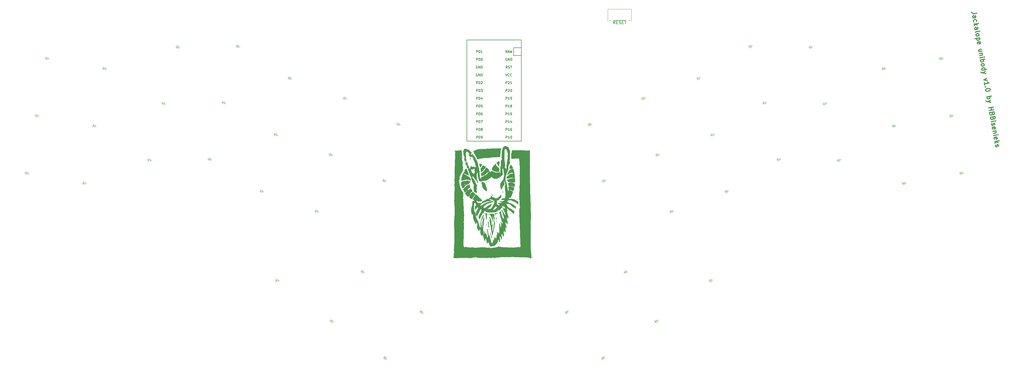
<source format=gbr>
%TF.GenerationSoftware,KiCad,Pcbnew,5.1.12-1.fc35*%
%TF.CreationDate,2022-02-21T17:57:33-08:00*%
%TF.ProjectId,jackalope_unibody,6a61636b-616c-46f7-9065-5f756e69626f,v1.0.0*%
%TF.SameCoordinates,Original*%
%TF.FileFunction,Legend,Top*%
%TF.FilePolarity,Positive*%
%FSLAX46Y46*%
G04 Gerber Fmt 4.6, Leading zero omitted, Abs format (unit mm)*
G04 Created by KiCad (PCBNEW 5.1.12-1.fc35) date 2022-02-21 17:57:33*
%MOMM*%
%LPD*%
G01*
G04 APERTURE LIST*
%ADD10C,0.300000*%
%ADD11C,0.120000*%
%ADD12C,0.010000*%
%ADD13C,0.100000*%
%ADD14C,0.150000*%
G04 APERTURE END LIST*
D10*
X308275899Y42847379D02*
X307220748Y42661328D01*
X306997314Y42694461D01*
X306831821Y42810341D01*
X306724267Y43008968D01*
X306699460Y43149654D01*
X307034353Y41250382D02*
X307808130Y41386820D01*
X307936414Y41481970D01*
X307981950Y41635061D01*
X307932337Y41916434D01*
X307837186Y42044718D01*
X307104696Y41262786D02*
X307009546Y41391069D01*
X306947529Y41742786D01*
X306993065Y41895876D01*
X307121349Y41991027D01*
X307262036Y42015834D01*
X307415126Y41970297D01*
X307510276Y41842014D01*
X307572293Y41490297D01*
X307667444Y41362013D01*
X307340362Y39926261D02*
X307245211Y40054544D01*
X307195598Y40335918D01*
X307241134Y40489008D01*
X307299074Y40571755D01*
X307427358Y40666905D01*
X307849418Y40741326D01*
X308002508Y40695790D01*
X308085255Y40637850D01*
X308180405Y40509566D01*
X308230019Y40228193D01*
X308184483Y40075102D01*
X307381649Y39280767D02*
X308858861Y39541239D01*
X307969203Y39239308D02*
X307480877Y38718020D01*
X308465685Y38891668D02*
X307803710Y39355187D01*
X307704139Y37451838D02*
X308477916Y37588276D01*
X308606200Y37683426D01*
X308651736Y37836517D01*
X308602122Y38117890D01*
X308506972Y38246174D01*
X307774482Y37464242D02*
X307679332Y37592525D01*
X307617315Y37944242D01*
X307662851Y38097332D01*
X307791135Y38192483D01*
X307931821Y38217289D01*
X308084912Y38171753D01*
X308180062Y38043470D01*
X308242079Y37691752D01*
X308337229Y37563469D01*
X307865383Y36537374D02*
X307910920Y36690464D01*
X308039203Y36785614D01*
X309305385Y37008876D01*
X308001821Y35763596D02*
X308047358Y35916687D01*
X308105298Y35999433D01*
X308233581Y36094584D01*
X308655642Y36169004D01*
X308808732Y36123468D01*
X308891479Y36065528D01*
X308986629Y35937244D01*
X309023839Y35726214D01*
X308978303Y35573124D01*
X308920363Y35490377D01*
X308792080Y35395227D01*
X308370019Y35320806D01*
X308216929Y35366343D01*
X308134182Y35424283D01*
X308039032Y35552566D01*
X308001821Y35763596D01*
X309185084Y34811750D02*
X307707872Y34551278D01*
X309114741Y34799346D02*
X309209891Y34671063D01*
X309259505Y34389689D01*
X309213968Y34236599D01*
X309156028Y34153852D01*
X309027745Y34058702D01*
X308605684Y33984281D01*
X308452594Y34029818D01*
X308369847Y34087758D01*
X308274697Y34216041D01*
X308225083Y34497415D01*
X308270620Y34650505D01*
X308605513Y32751233D02*
X308510362Y32879516D01*
X308460749Y33160890D01*
X308506285Y33313980D01*
X308634569Y33409131D01*
X309197316Y33508358D01*
X309350406Y33462822D01*
X309445556Y33334538D01*
X309495170Y33053165D01*
X309449634Y32900074D01*
X309321350Y32804924D01*
X309180663Y32780117D01*
X308915942Y33458744D01*
X309954097Y30450458D02*
X308969290Y30276810D01*
X309842467Y31083549D02*
X309068689Y30947111D01*
X308940406Y30851961D01*
X308894869Y30698871D01*
X308932079Y30487840D01*
X309027230Y30359557D01*
X309109977Y30301617D01*
X310078132Y29747024D02*
X309093324Y29573376D01*
X309937445Y29722217D02*
X310020192Y29664277D01*
X310115342Y29535994D01*
X310152553Y29324964D01*
X310107016Y29171874D01*
X309978733Y29076723D01*
X309204955Y28940285D01*
X309328990Y28236851D02*
X310313797Y28410499D01*
X310806201Y28497324D02*
X310723454Y28555264D01*
X310665514Y28472517D01*
X310748261Y28414577D01*
X310806201Y28497324D01*
X310665514Y28472517D01*
X309453024Y27533417D02*
X310930236Y27793889D01*
X310367488Y27694662D02*
X310462639Y27566379D01*
X310512252Y27285005D01*
X310466716Y27131915D01*
X310408776Y27049168D01*
X310280492Y26954018D01*
X309858432Y26879597D01*
X309705342Y26925133D01*
X309622595Y26983073D01*
X309527445Y27111357D01*
X309477831Y27392730D01*
X309523367Y27545821D01*
X309725900Y25985862D02*
X309771436Y26138952D01*
X309829376Y26221699D01*
X309957660Y26316850D01*
X310379720Y26391270D01*
X310532810Y26345734D01*
X310615557Y26287794D01*
X310710707Y26159510D01*
X310747918Y25948480D01*
X310702381Y25795390D01*
X310644441Y25712643D01*
X310516158Y25617493D01*
X310094097Y25543072D01*
X309941007Y25588609D01*
X309858260Y25646549D01*
X309763110Y25774832D01*
X309725900Y25985862D01*
X310035986Y24227277D02*
X311513197Y24487749D01*
X310106329Y24239680D02*
X310011179Y24367964D01*
X309961565Y24649337D01*
X310007102Y24802428D01*
X310065042Y24885174D01*
X310193325Y24980325D01*
X310615385Y25054745D01*
X310768476Y25009209D01*
X310851222Y24951269D01*
X310946373Y24822986D01*
X310995987Y24541612D01*
X310950450Y24388522D01*
X311120021Y23838178D02*
X310197230Y23312813D01*
X311244055Y23134744D02*
X310197230Y23312813D01*
X309820706Y23391482D01*
X309737960Y23449422D01*
X309642809Y23577706D01*
X311516931Y21587189D02*
X310594141Y21061823D01*
X311640965Y20883755D01*
X310891823Y19373582D02*
X310742982Y20217702D01*
X310817402Y19795642D02*
X312294614Y20056114D01*
X312058777Y20159591D01*
X311893283Y20275471D01*
X311798133Y20403754D01*
X311144141Y18765298D02*
X311086201Y18682551D01*
X311003454Y18740491D01*
X311061394Y18823238D01*
X311144141Y18765298D01*
X311003454Y18740491D01*
X312654314Y18016155D02*
X312679121Y17875469D01*
X312633584Y17722378D01*
X312575644Y17639631D01*
X312447361Y17544481D01*
X312178391Y17424524D01*
X311826674Y17362507D01*
X311532897Y17383236D01*
X311379806Y17428773D01*
X311297059Y17486713D01*
X311201909Y17614996D01*
X311177102Y17755683D01*
X311222639Y17908773D01*
X311280579Y17991520D01*
X311408862Y18086670D01*
X311677832Y18206628D01*
X312029549Y18268645D01*
X312323326Y18247915D01*
X312476417Y18202379D01*
X312559164Y18144439D01*
X312654314Y18016155D01*
X311574012Y15504694D02*
X313051224Y15765166D01*
X312488477Y15665939D02*
X312583627Y15537655D01*
X312633241Y15256282D01*
X312587704Y15103191D01*
X312529764Y15020445D01*
X312401481Y14925294D01*
X311979420Y14850874D01*
X311826330Y14896410D01*
X311743583Y14954350D01*
X311648433Y15082633D01*
X311598819Y15364007D01*
X311644356Y15517097D01*
X312769679Y14482504D02*
X311846888Y13957139D01*
X312893713Y13779070D02*
X311846888Y13957139D01*
X311470364Y14035809D01*
X311387617Y14093748D01*
X311292467Y14222032D01*
X312206588Y11917180D02*
X313683800Y12177652D01*
X312980365Y12053618D02*
X313129207Y11209497D01*
X312355429Y11073059D02*
X313832641Y11333531D01*
X313340065Y10013659D02*
X313306932Y9790225D01*
X313248992Y9707478D01*
X313120709Y9612328D01*
X312909679Y9575118D01*
X312756588Y9620654D01*
X312673841Y9678594D01*
X312578691Y9806878D01*
X312479464Y10369625D01*
X313956675Y10630097D01*
X314043499Y10137693D01*
X313997963Y9984603D01*
X313940023Y9901856D01*
X313811739Y9806706D01*
X313671053Y9781899D01*
X313517962Y9827436D01*
X313435216Y9885376D01*
X313340065Y10013659D01*
X313253241Y10506063D01*
X313600537Y8536447D02*
X313567404Y8313014D01*
X313509464Y8230267D01*
X313381181Y8135116D01*
X313170151Y8097906D01*
X313017061Y8143443D01*
X312934314Y8201383D01*
X312839163Y8329666D01*
X312739936Y8892413D01*
X314217148Y9152886D01*
X314303972Y8660482D01*
X314258435Y8507391D01*
X314200495Y8424645D01*
X314072212Y8329494D01*
X313931525Y8304687D01*
X313778435Y8350224D01*
X313695688Y8408164D01*
X313600537Y8536447D01*
X313513713Y9028851D01*
X313000408Y7415202D02*
X313985216Y7588850D01*
X314477620Y7675674D02*
X314394873Y7733614D01*
X314336933Y7650867D01*
X314419680Y7592927D01*
X314477620Y7675674D01*
X314336933Y7650867D01*
X313182383Y6794514D02*
X313136846Y6641424D01*
X313186460Y6360051D01*
X313281610Y6231767D01*
X313434700Y6186231D01*
X313505044Y6198634D01*
X313633327Y6293784D01*
X313678864Y6446875D01*
X313641653Y6657905D01*
X313687190Y6810995D01*
X313815473Y6906145D01*
X313885817Y6918549D01*
X314038907Y6873012D01*
X314134057Y6744729D01*
X314171268Y6533699D01*
X314125731Y6380608D01*
X313504872Y4965586D02*
X313409722Y5093869D01*
X313360108Y5375243D01*
X313405644Y5528333D01*
X313533928Y5623483D01*
X314096675Y5722711D01*
X314249765Y5677174D01*
X314344916Y5548891D01*
X314394529Y5267517D01*
X314348993Y5114427D01*
X314220710Y5019277D01*
X314080023Y4994470D01*
X313815301Y5673097D01*
X314543371Y4423396D02*
X313558563Y4249748D01*
X314402684Y4398589D02*
X314485431Y4340650D01*
X314580581Y4212366D01*
X314617791Y4001336D01*
X314572255Y3848246D01*
X314443971Y3753095D01*
X313670194Y3616657D01*
X313794228Y2913223D02*
X314779036Y3086872D01*
X315271440Y3173696D02*
X315188693Y3231636D01*
X315130753Y3148889D01*
X315213500Y3090949D01*
X315271440Y3173696D01*
X315130753Y3148889D01*
X314087834Y1659445D02*
X313992683Y1787729D01*
X313943070Y2069102D01*
X313988606Y2222193D01*
X314116890Y2317343D01*
X314679637Y2416571D01*
X314832727Y2371034D01*
X314927877Y2242751D01*
X314977491Y1961377D01*
X314931955Y1808287D01*
X314803671Y1713136D01*
X314662984Y1688330D01*
X314398263Y2366957D01*
X314141525Y943608D02*
X315618736Y1204080D01*
X314729079Y902149D02*
X314240752Y380861D01*
X315225560Y554509D02*
X314563585Y1018029D01*
X314410323Y-169482D02*
X314364787Y-322573D01*
X314414400Y-603946D01*
X314509551Y-732230D01*
X314662641Y-777766D01*
X314732984Y-765363D01*
X314861268Y-670212D01*
X314906804Y-517122D01*
X314869594Y-306092D01*
X314915131Y-153002D01*
X315043414Y-57851D01*
X315113757Y-45448D01*
X315266848Y-90984D01*
X315361998Y-219268D01*
X315399208Y-430298D01*
X315353672Y-583388D01*
D11*
%TO.C,RESET*%
X190050000Y40530000D02*
X193450000Y40530000D01*
X188410000Y40530000D02*
X188950000Y40530000D01*
X194550000Y40530000D02*
X195090000Y40530000D01*
X195090000Y40530000D02*
X195090000Y40300000D01*
X187890000Y44200000D02*
X187890000Y40300000D01*
X195610000Y44200000D02*
X195610000Y40300000D01*
X187890000Y44200000D02*
X195610000Y44200000D01*
X188410000Y40530000D02*
X188410000Y40300000D01*
D12*
%TO.C,G\u002A\u002A\u002A*%
G36*
X160086907Y-38564964D02*
G01*
X160068633Y-38583238D01*
X160050360Y-38564964D01*
X160068633Y-38546691D01*
X160086907Y-38564964D01*
G37*
X160086907Y-38564964D02*
X160068633Y-38583238D01*
X160050360Y-38564964D01*
X160068633Y-38546691D01*
X160086907Y-38564964D01*
G36*
X161402590Y-38455324D02*
G01*
X161384317Y-38473597D01*
X161366043Y-38455324D01*
X161384317Y-38437051D01*
X161402590Y-38455324D01*
G37*
X161402590Y-38455324D02*
X161384317Y-38473597D01*
X161366043Y-38455324D01*
X161384317Y-38437051D01*
X161402590Y-38455324D01*
G36*
X162425900Y-38455324D02*
G01*
X162407626Y-38473597D01*
X162389353Y-38455324D01*
X162407626Y-38437051D01*
X162425900Y-38455324D01*
G37*
X162425900Y-38455324D02*
X162407626Y-38473597D01*
X162389353Y-38455324D01*
X162407626Y-38437051D01*
X162425900Y-38455324D01*
G36*
X140031599Y-1785455D02*
G01*
X140081622Y-1861608D01*
X140117928Y-1970922D01*
X140144823Y-2130453D01*
X140156498Y-2272759D01*
X140168938Y-2450208D01*
X140188034Y-2634045D01*
X140209672Y-2784698D01*
X140209848Y-2785684D01*
X140232077Y-2952703D01*
X140244933Y-3133582D01*
X140246334Y-3219292D01*
X140251737Y-3374416D01*
X140268574Y-3531383D01*
X140281331Y-3602070D01*
X140300893Y-3709817D01*
X140295719Y-3771638D01*
X140263209Y-3811269D01*
X140258010Y-3815178D01*
X140214722Y-3880260D01*
X140183533Y-3989304D01*
X140178176Y-4026285D01*
X140170037Y-4128263D01*
X140180528Y-4177165D01*
X140216411Y-4192040D01*
X140237262Y-4192734D01*
X140299183Y-4207197D01*
X140315108Y-4229281D01*
X140285723Y-4262192D01*
X140263234Y-4265828D01*
X140232261Y-4279223D01*
X140231687Y-4331057D01*
X140247888Y-4398123D01*
X140266187Y-4509372D01*
X140244942Y-4569893D01*
X140216693Y-4633154D01*
X140206526Y-4726307D01*
X140214767Y-4815950D01*
X140241744Y-4868680D01*
X140242015Y-4868849D01*
X140265883Y-4917083D01*
X140277709Y-5006880D01*
X140278002Y-5026330D01*
X140273053Y-5108354D01*
X140257182Y-5124379D01*
X140242015Y-5106403D01*
X140212590Y-5077796D01*
X140206028Y-5095787D01*
X140230449Y-5147810D01*
X140291335Y-5219156D01*
X140305598Y-5232838D01*
X140405728Y-5325684D01*
X140319961Y-5325684D01*
X140258391Y-5338572D01*
X140256299Y-5383288D01*
X140256378Y-5383493D01*
X140275746Y-5442287D01*
X140278561Y-5457491D01*
X140308492Y-5480619D01*
X140373967Y-5509953D01*
X140439025Y-5540657D01*
X140443359Y-5576993D01*
X140409997Y-5627826D01*
X140344842Y-5728179D01*
X140330573Y-5799699D01*
X140369616Y-5868270D01*
X140438925Y-5936624D01*
X140517739Y-6014444D01*
X140556570Y-6080041D01*
X140567313Y-6164161D01*
X140563980Y-6259924D01*
X140550962Y-6383378D01*
X140522381Y-6447907D01*
X140468029Y-6467479D01*
X140415612Y-6462961D01*
X140396979Y-6491147D01*
X140388848Y-6566933D01*
X140390358Y-6665717D01*
X140400649Y-6762893D01*
X140418860Y-6833859D01*
X140429164Y-6850445D01*
X140472944Y-6914305D01*
X140520286Y-7012738D01*
X140563450Y-7124279D01*
X140594694Y-7227462D01*
X140606279Y-7300824D01*
X140599386Y-7322486D01*
X140581190Y-7369541D01*
X140575389Y-7466350D01*
X140578944Y-7541475D01*
X140582842Y-7649796D01*
X140575659Y-7721088D01*
X140564806Y-7737770D01*
X140535237Y-7709785D01*
X140534389Y-7701223D01*
X140510407Y-7667066D01*
X140446347Y-7682084D01*
X140366926Y-7733602D01*
X140310195Y-7786160D01*
X140308877Y-7822632D01*
X140333752Y-7847717D01*
X140378125Y-7869782D01*
X140388202Y-7855795D01*
X140417454Y-7812045D01*
X140444467Y-7797093D01*
X140494565Y-7791267D01*
X140564371Y-7814134D01*
X140673739Y-7872266D01*
X140676647Y-7873937D01*
X140669434Y-7904083D01*
X140649043Y-7932735D01*
X140609108Y-8003967D01*
X140561565Y-8120242D01*
X140515258Y-8255385D01*
X140479028Y-8383219D01*
X140461720Y-8477571D01*
X140461295Y-8488503D01*
X140448139Y-8600525D01*
X140414339Y-8723039D01*
X140368393Y-8835055D01*
X140318803Y-8915582D01*
X140276920Y-8943813D01*
X140211288Y-8970878D01*
X140189452Y-9031274D01*
X140214770Y-9084683D01*
X140231126Y-9134181D01*
X140193640Y-9192518D01*
X140146253Y-9259962D01*
X140132374Y-9301206D01*
X140105280Y-9355828D01*
X140086475Y-9371422D01*
X140022008Y-9431170D01*
X139948841Y-9524326D01*
X139883986Y-9625762D01*
X139844456Y-9710350D01*
X139839462Y-9736267D01*
X139827772Y-9817933D01*
X139798643Y-9930381D01*
X139759552Y-10051660D01*
X139717976Y-10159819D01*
X139681391Y-10232909D01*
X139664088Y-10251132D01*
X139608376Y-10242109D01*
X139532752Y-10203543D01*
X139452352Y-10165900D01*
X139393473Y-10161809D01*
X139378110Y-10178144D01*
X139410576Y-10183518D01*
X139466797Y-10204773D01*
X139462033Y-10249507D01*
X139410576Y-10293116D01*
X139371919Y-10320843D01*
X139397772Y-10330405D01*
X139432759Y-10331479D01*
X139495300Y-10346526D01*
X139498312Y-10386240D01*
X139498702Y-10445048D01*
X139512676Y-10461490D01*
X139545828Y-10511189D01*
X139535511Y-10565638D01*
X139492806Y-10588418D01*
X139452025Y-10617699D01*
X139438314Y-10685216D01*
X139453854Y-10760480D01*
X139477918Y-10796465D01*
X139498192Y-10852259D01*
X139473813Y-10918683D01*
X139448742Y-11013129D01*
X139447838Y-11134310D01*
X139449347Y-11146890D01*
X139452925Y-11267518D01*
X139436338Y-11374783D01*
X139431703Y-11388313D01*
X139399588Y-11501135D01*
X139386802Y-11583295D01*
X139366509Y-11683342D01*
X139327772Y-11716369D01*
X139283880Y-11691521D01*
X139225819Y-11650713D01*
X139200841Y-11664734D01*
X139218048Y-11720139D01*
X139237691Y-11802605D01*
X139236609Y-11913308D01*
X139233778Y-11934155D01*
X139224188Y-12028403D01*
X139240789Y-12075065D01*
X139287970Y-12096423D01*
X139345765Y-12133548D01*
X139364680Y-12216094D01*
X139364892Y-12230886D01*
X139359804Y-12307027D01*
X139335226Y-12324660D01*
X139291799Y-12306115D01*
X139233545Y-12285436D01*
X139218705Y-12308251D01*
X139249116Y-12350228D01*
X139288420Y-12367736D01*
X139340770Y-12396314D01*
X139377103Y-12457673D01*
X139400823Y-12563489D01*
X139415340Y-12725442D01*
X139419699Y-12817770D01*
X139438035Y-13006690D01*
X139474796Y-13190334D01*
X139524281Y-13346536D01*
X139580788Y-13453130D01*
X139584234Y-13457412D01*
X139604164Y-13511104D01*
X139625460Y-13614119D01*
X139641618Y-13728958D01*
X139663377Y-13868515D01*
X139692765Y-13991416D01*
X139717294Y-14057517D01*
X139753891Y-14147274D01*
X139766682Y-14211209D01*
X139793055Y-14283727D01*
X139821324Y-14315853D01*
X139858366Y-14365905D01*
X139857714Y-14390186D01*
X139862317Y-14442150D01*
X139901699Y-14542277D01*
X139970516Y-14677631D01*
X139993257Y-14718202D01*
X140027812Y-14784015D01*
X140077229Y-14883845D01*
X140096312Y-14923518D01*
X140152312Y-15026008D01*
X140207192Y-15103577D01*
X140223316Y-15119863D01*
X140270419Y-15190939D01*
X140278561Y-15232471D01*
X140306547Y-15292741D01*
X140374867Y-15367977D01*
X140460065Y-15437462D01*
X140538683Y-15480479D01*
X140565248Y-15485684D01*
X140599539Y-15516237D01*
X140607482Y-15558777D01*
X140624890Y-15618128D01*
X140649120Y-15631871D01*
X140671776Y-15657743D01*
X140672497Y-15740688D01*
X140662249Y-15823741D01*
X140639355Y-16033886D01*
X140643174Y-16187760D01*
X140674460Y-16297421D01*
X140693875Y-16330249D01*
X140728596Y-16394707D01*
X140718220Y-16451892D01*
X140689680Y-16499584D01*
X140662888Y-16561307D01*
X140641560Y-16661675D01*
X140624320Y-16810767D01*
X140609790Y-17018663D01*
X140604200Y-17125193D01*
X140594748Y-17336356D01*
X140590846Y-17486444D01*
X140593192Y-17587315D01*
X140602482Y-17650826D01*
X140619412Y-17688835D01*
X140638462Y-17708479D01*
X140683228Y-17762589D01*
X140688933Y-17793047D01*
X140691528Y-17848837D01*
X140710163Y-17943363D01*
X140718229Y-17974973D01*
X140738610Y-18081568D01*
X140723939Y-18163980D01*
X140678392Y-18248498D01*
X140630514Y-18333255D01*
X140621382Y-18384814D01*
X140648184Y-18430108D01*
X140658233Y-18441475D01*
X140711144Y-18524827D01*
X140701397Y-18584004D01*
X140671439Y-18602611D01*
X140644256Y-18630440D01*
X140667465Y-18690047D01*
X140668581Y-18691952D01*
X140687970Y-18764436D01*
X140702024Y-18902803D01*
X140710214Y-19100000D01*
X140712178Y-19272338D01*
X140722315Y-19627039D01*
X140750177Y-19959809D01*
X140778993Y-20163669D01*
X140804977Y-20353803D01*
X140823178Y-20567123D01*
X140833474Y-20788052D01*
X140835743Y-21001015D01*
X140829862Y-21190434D01*
X140815708Y-21340733D01*
X140793160Y-21436333D01*
X140789077Y-21444935D01*
X140772393Y-21539796D01*
X140784482Y-21579015D01*
X140835539Y-21697881D01*
X140872210Y-21829144D01*
X140897071Y-21988533D01*
X140912695Y-22191776D01*
X140920638Y-22410844D01*
X140928861Y-22620967D01*
X140941651Y-22798299D01*
X140957752Y-22929572D01*
X140975910Y-23001521D01*
X140976616Y-23002894D01*
X141000870Y-23081688D01*
X140982256Y-23173118D01*
X140971303Y-23201028D01*
X140949285Y-23289893D01*
X140930458Y-23433507D01*
X140916840Y-23613534D01*
X140911724Y-23741927D01*
X140905819Y-23947167D01*
X140898743Y-24159915D01*
X140891548Y-24349792D01*
X140887291Y-24446890D01*
X140883275Y-24598061D01*
X140890072Y-24690251D01*
X140909420Y-24737008D01*
X140925922Y-24748221D01*
X140959118Y-24794536D01*
X140940825Y-24882299D01*
X140873353Y-25003481D01*
X140838378Y-25052528D01*
X140773540Y-25163841D01*
X140731713Y-25280422D01*
X140728818Y-25295401D01*
X140721477Y-25380298D01*
X140748855Y-25421173D01*
X140826206Y-25444554D01*
X140886751Y-25460229D01*
X140919803Y-25484606D01*
X140927908Y-25533227D01*
X140913610Y-25621633D01*
X140879457Y-25765367D01*
X140879033Y-25767097D01*
X140877572Y-25891185D01*
X140900601Y-25957722D01*
X140928214Y-26038474D01*
X140905682Y-26095498D01*
X140880825Y-26148451D01*
X140886251Y-26168097D01*
X140881601Y-26207371D01*
X140849387Y-26249576D01*
X140796618Y-26334306D01*
X140807526Y-26429714D01*
X140846599Y-26501788D01*
X140868037Y-26546563D01*
X140882530Y-26611800D01*
X140890775Y-26708993D01*
X140893472Y-26849639D01*
X140891319Y-27045233D01*
X140888189Y-27185754D01*
X140880662Y-27437249D01*
X140871275Y-27624549D01*
X140858555Y-27756552D01*
X140841031Y-27842158D01*
X140817228Y-27890263D01*
X140785674Y-27909766D01*
X140768033Y-27911583D01*
X140723112Y-27933632D01*
X140723536Y-27981520D01*
X140764555Y-28027858D01*
X140790216Y-28039497D01*
X140846835Y-28074592D01*
X140858309Y-28137980D01*
X140825204Y-28242397D01*
X140801546Y-28294450D01*
X140764425Y-28394903D01*
X140771943Y-28454441D01*
X140779661Y-28463848D01*
X140801359Y-28536724D01*
X140786958Y-28617332D01*
X140773002Y-28718774D01*
X140790570Y-28767131D01*
X140807735Y-28819177D01*
X140819264Y-28922003D01*
X140825182Y-29055619D01*
X140825515Y-29200035D01*
X140820288Y-29335260D01*
X140809528Y-29441306D01*
X140793261Y-29498181D01*
X140789620Y-29501736D01*
X140771469Y-29547222D01*
X140779373Y-29567849D01*
X140793153Y-29622999D01*
X140806861Y-29733610D01*
X140819330Y-29882059D01*
X140829391Y-30050722D01*
X140835879Y-30221976D01*
X140837624Y-30378196D01*
X140836712Y-30433310D01*
X140823096Y-30639510D01*
X140796114Y-30812625D01*
X140758664Y-30937602D01*
X140730399Y-30985537D01*
X140697605Y-31054348D01*
X140715130Y-31140731D01*
X140729381Y-31217461D01*
X140737481Y-31342197D01*
X140739795Y-31494436D01*
X140736690Y-31653679D01*
X140728532Y-31799423D01*
X140715687Y-31911169D01*
X140700391Y-31965779D01*
X140699287Y-32025396D01*
X140724438Y-32071080D01*
X140745722Y-32112552D01*
X140758211Y-32182386D01*
X140762542Y-32292576D01*
X140759351Y-32455118D01*
X140752918Y-32607842D01*
X140746653Y-32785767D01*
X140745517Y-32935253D01*
X140749310Y-33042309D01*
X140757832Y-33092942D01*
X140759870Y-33094990D01*
X140791819Y-33132735D01*
X140838478Y-33214222D01*
X140860698Y-33259451D01*
X140959624Y-33435495D01*
X141059347Y-33539641D01*
X141162477Y-33573064D01*
X141271622Y-33536936D01*
X141345937Y-33477761D01*
X141419612Y-33415299D01*
X141479702Y-33398846D01*
X141561305Y-33419893D01*
X141570708Y-33423265D01*
X141844223Y-33507596D01*
X142121244Y-33567045D01*
X142375470Y-33596596D01*
X142489641Y-33598491D01*
X142641509Y-33598054D01*
X142783568Y-33604154D01*
X142875345Y-33614091D01*
X142990438Y-33622994D01*
X143137442Y-33619025D01*
X143294220Y-33604692D01*
X143438635Y-33582505D01*
X143548549Y-33554974D01*
X143594770Y-33532542D01*
X143641779Y-33495552D01*
X143674541Y-33494286D01*
X143723351Y-33533376D01*
X143748242Y-33556011D01*
X143854699Y-33611900D01*
X143998770Y-33637010D01*
X144121385Y-33652267D01*
X144225141Y-33678779D01*
X144251776Y-33690249D01*
X144327990Y-33714845D01*
X144390072Y-33685972D01*
X144446525Y-33657089D01*
X144514268Y-33674763D01*
X144537037Y-33686388D01*
X144617882Y-33714513D01*
X144711378Y-33707087D01*
X144770365Y-33691322D01*
X144893965Y-33667024D01*
X144989187Y-33682977D01*
X145003865Y-33689203D01*
X145085409Y-33710254D01*
X145164809Y-33682699D01*
X145190015Y-33667015D01*
X145275974Y-33628299D01*
X145388442Y-33616134D01*
X145496014Y-33621287D01*
X145621144Y-33624851D01*
X145722110Y-33615671D01*
X145763521Y-33602557D01*
X145843257Y-33588820D01*
X145928015Y-33618023D01*
X146006238Y-33649112D01*
X146053908Y-33639680D01*
X146089497Y-33603591D01*
X146121972Y-33575482D01*
X146173095Y-33556276D01*
X146256014Y-33544183D01*
X146383879Y-33537410D01*
X146569838Y-33534168D01*
X146601151Y-33533894D01*
X146806936Y-33534210D01*
X147014570Y-33537888D01*
X147197710Y-33544284D01*
X147313813Y-33551324D01*
X147486911Y-33565455D01*
X147670228Y-33580188D01*
X147788921Y-33589572D01*
X147928000Y-33605867D01*
X148053115Y-33629606D01*
X148113151Y-33647126D01*
X148205482Y-33669129D01*
X148269126Y-33645164D01*
X148271260Y-33643424D01*
X148322491Y-33619247D01*
X148357622Y-33651775D01*
X148386947Y-33706963D01*
X148391492Y-33722518D01*
X148425178Y-33729514D01*
X148513065Y-33733914D01*
X148636303Y-33735590D01*
X148776042Y-33734416D01*
X148913430Y-33730263D01*
X148983365Y-33726521D01*
X149043292Y-33692377D01*
X149068058Y-33649425D01*
X149105400Y-33585276D01*
X149146640Y-33591224D01*
X149179866Y-33663324D01*
X149203921Y-33716789D01*
X149255303Y-33747193D01*
X149354340Y-33764735D01*
X149389161Y-33768328D01*
X149497702Y-33784963D01*
X149571097Y-33807897D01*
X149588633Y-33822373D01*
X149630464Y-33840726D01*
X149723846Y-33832975D01*
X149736365Y-33830523D01*
X149849758Y-33807891D01*
X149987253Y-33781249D01*
X152448633Y-33781249D01*
X152478477Y-33794024D01*
X152503453Y-33795612D01*
X152552098Y-33776486D01*
X152558274Y-33760212D01*
X152531485Y-33740104D01*
X152503453Y-33745849D01*
X152455367Y-33771789D01*
X152448633Y-33781249D01*
X149987253Y-33781249D01*
X149995655Y-33779621D01*
X150091367Y-33761457D01*
X150225684Y-33732808D01*
X150342774Y-33701982D01*
X150399350Y-33682684D01*
X150472820Y-33663984D01*
X150515056Y-33693886D01*
X150519943Y-33702080D01*
X150579918Y-33753796D01*
X150660780Y-33737678D01*
X150749979Y-33663414D01*
X150820688Y-33604445D01*
X150878887Y-33584191D01*
X150885284Y-33585667D01*
X150954921Y-33607711D01*
X150968489Y-33610829D01*
X151022682Y-33639261D01*
X151067627Y-33674730D01*
X151112446Y-33705606D01*
X151153093Y-33694788D01*
X151211675Y-33634463D01*
X151224556Y-33619259D01*
X151329090Y-33518166D01*
X151423702Y-33483383D01*
X151521390Y-33511814D01*
X151562403Y-33538829D01*
X151637038Y-33587256D01*
X151695477Y-33593194D01*
X151776414Y-33559743D01*
X151782951Y-33556492D01*
X151870278Y-33491988D01*
X151921009Y-33415203D01*
X151922263Y-33410707D01*
X151961673Y-33310844D01*
X152022255Y-33268846D01*
X152115195Y-33281998D01*
X152230548Y-33335900D01*
X152335843Y-33389883D01*
X152395357Y-33408613D01*
X152425379Y-33395430D01*
X152434495Y-33377727D01*
X152483020Y-33326225D01*
X152550801Y-33335652D01*
X152590449Y-33370057D01*
X152647472Y-33397558D01*
X152764903Y-33424336D01*
X152930068Y-33448476D01*
X153130289Y-33468061D01*
X153314708Y-33479518D01*
X153411302Y-33496977D01*
X153477341Y-33530648D01*
X153545689Y-33566936D01*
X153626989Y-33574018D01*
X153688013Y-33551336D01*
X153699116Y-33534380D01*
X153728409Y-33513394D01*
X153802758Y-33517121D01*
X153906111Y-33538731D01*
X154019126Y-33556364D01*
X154192221Y-33571021D01*
X154412417Y-33581943D01*
X154666733Y-33588367D01*
X154772295Y-33589490D01*
X154985017Y-33591855D01*
X155170096Y-33595743D01*
X155316131Y-33600761D01*
X155411721Y-33606521D01*
X155445472Y-33612549D01*
X155480293Y-33620665D01*
X155578330Y-33622972D01*
X155729951Y-33619672D01*
X155925528Y-33610964D01*
X156139856Y-33598092D01*
X156273986Y-33598523D01*
X156390614Y-33614787D01*
X156434873Y-33629299D01*
X156529824Y-33659007D01*
X156599334Y-33662666D01*
X156659889Y-33657468D01*
X156778374Y-33650817D01*
X156939659Y-33643444D01*
X157128614Y-33636081D01*
X157204310Y-33633445D01*
X157407908Y-33623815D01*
X157589012Y-33610058D01*
X157732212Y-33593691D01*
X157822098Y-33576231D01*
X157835733Y-33571298D01*
X157923579Y-33546471D01*
X157972026Y-33566544D01*
X158027058Y-33584818D01*
X158122649Y-33559299D01*
X158138178Y-33552977D01*
X158238469Y-33522886D01*
X158319506Y-33518025D01*
X158328125Y-33520071D01*
X158396811Y-33516808D01*
X158498856Y-33485657D01*
X158551866Y-33462559D01*
X158712415Y-33384990D01*
X158775087Y-33462387D01*
X158837012Y-33513453D01*
X158929525Y-33536296D01*
X159016881Y-33539784D01*
X159151731Y-33526950D01*
X159252058Y-33480812D01*
X159330205Y-33389918D01*
X159398515Y-33242816D01*
X159428433Y-33157943D01*
X159469585Y-33028916D01*
X159487809Y-32942510D01*
X159484137Y-32872291D01*
X159459604Y-32791824D01*
X159444334Y-32751248D01*
X159412916Y-32645286D01*
X159391562Y-32512265D01*
X159379605Y-32341401D01*
X159376378Y-32121915D01*
X159381215Y-31843024D01*
X159383463Y-31767267D01*
X159386618Y-31550614D01*
X159384090Y-31309511D01*
X159376658Y-31061960D01*
X159365101Y-30825964D01*
X159350198Y-30619526D01*
X159332727Y-30460649D01*
X159324860Y-30412688D01*
X159314976Y-30325701D01*
X159305635Y-30178721D01*
X159297075Y-29984843D01*
X159289540Y-29757167D01*
X159283270Y-29508791D01*
X159278507Y-29252812D01*
X159275491Y-29002330D01*
X159274464Y-28770441D01*
X159275667Y-28570245D01*
X159279341Y-28414839D01*
X159285728Y-28317322D01*
X159286202Y-28313597D01*
X159305574Y-28213934D01*
X159329733Y-28143536D01*
X159331783Y-28140000D01*
X159332924Y-28101327D01*
X159301151Y-28094317D01*
X159261553Y-28077302D01*
X159264353Y-28058177D01*
X159267932Y-28008308D01*
X159258825Y-27904953D01*
X159238935Y-27766248D01*
X159225797Y-27690699D01*
X159200658Y-27531040D01*
X159185530Y-27387630D01*
X159182546Y-27283362D01*
X159185365Y-27257061D01*
X159188160Y-27169881D01*
X159167872Y-27116808D01*
X159149535Y-27051674D01*
X159161862Y-27010974D01*
X159171939Y-26951332D01*
X159177820Y-26833806D01*
X159179216Y-26673499D01*
X159175836Y-26485518D01*
X159173363Y-26413166D01*
X159167963Y-26210821D01*
X159167310Y-26022848D01*
X159171163Y-25867039D01*
X159179281Y-25761183D01*
X159182451Y-25742119D01*
X159192976Y-25612472D01*
X159169220Y-25549476D01*
X159148073Y-25490452D01*
X159129924Y-25379511D01*
X159117961Y-25237831D01*
X159116210Y-25197213D01*
X159111603Y-25060769D01*
X159105220Y-24869979D01*
X159097684Y-24643552D01*
X159089618Y-24400196D01*
X159083076Y-24202087D01*
X159074447Y-23951380D01*
X159064992Y-23695310D01*
X159055526Y-23454773D01*
X159046867Y-23250666D01*
X159043491Y-23178777D01*
X159319425Y-23178777D01*
X159337698Y-23197051D01*
X159355971Y-23178777D01*
X159337698Y-23160504D01*
X159319425Y-23178777D01*
X159043491Y-23178777D01*
X159041372Y-23133682D01*
X159033704Y-22964254D01*
X159032903Y-22851206D01*
X159041605Y-22777945D01*
X159062449Y-22727881D01*
X159098072Y-22684420D01*
X159115620Y-22666598D01*
X159208688Y-22573530D01*
X159117869Y-22539001D01*
X159027051Y-22504471D01*
X159027051Y-21771152D01*
X159027521Y-21519911D01*
X159029579Y-21330960D01*
X159034192Y-21193499D01*
X159042328Y-21096726D01*
X159054957Y-21029840D01*
X159073047Y-20982042D01*
X159097566Y-20942529D01*
X159101881Y-20936619D01*
X159151281Y-20849689D01*
X159150965Y-20771895D01*
X159140703Y-20740697D01*
X159124530Y-20658385D01*
X159161386Y-20595296D01*
X159175513Y-20581898D01*
X159228882Y-20497784D01*
X159246331Y-20413832D01*
X159263420Y-20330969D01*
X159301151Y-20309856D01*
X159349090Y-20280433D01*
X159355971Y-20252879D01*
X159337548Y-20215551D01*
X159317824Y-20219479D01*
X159259589Y-20220357D01*
X159205188Y-20170836D01*
X159174746Y-20091770D01*
X159173238Y-20069644D01*
X159149752Y-19988980D01*
X159113542Y-19951160D01*
X159073872Y-19905603D01*
X159072331Y-19821742D01*
X159076948Y-19794021D01*
X159090751Y-19670080D01*
X159098101Y-19495034D01*
X159098962Y-19290590D01*
X159093303Y-19078455D01*
X159081089Y-18880333D01*
X159078407Y-18850127D01*
X159069316Y-18715941D01*
X159075089Y-18634658D01*
X159098453Y-18587101D01*
X159118322Y-18569436D01*
X159150789Y-18522317D01*
X159156123Y-18441507D01*
X159133026Y-18317798D01*
X159080198Y-18141981D01*
X159042665Y-18032884D01*
X159010738Y-17924452D01*
X158997797Y-17818160D01*
X159002176Y-17686554D01*
X159014366Y-17567130D01*
X159029598Y-17410291D01*
X159030387Y-17305235D01*
X159015560Y-17231866D01*
X158991925Y-17182916D01*
X158956583Y-17112925D01*
X158964819Y-17071691D01*
X158998369Y-17042550D01*
X159038232Y-16992536D01*
X159022203Y-16957326D01*
X159007607Y-16912860D01*
X159001775Y-16813822D01*
X159004708Y-16654820D01*
X159016407Y-16430463D01*
X159022329Y-16339130D01*
X159034661Y-16129951D01*
X159047452Y-15867420D01*
X159059896Y-15571266D01*
X159071190Y-15261220D01*
X159080529Y-14957011D01*
X159083768Y-14831880D01*
X159090222Y-14535127D01*
X159093381Y-14303982D01*
X159093054Y-14131025D01*
X159089052Y-14008834D01*
X159083252Y-13950720D01*
X159611799Y-13950720D01*
X159625171Y-13980802D01*
X159636163Y-13975084D01*
X159640537Y-13931712D01*
X159636163Y-13926355D01*
X159614436Y-13931372D01*
X159611799Y-13950720D01*
X159083252Y-13950720D01*
X159081182Y-13929991D01*
X159069255Y-13887075D01*
X159059193Y-13874904D01*
X159030851Y-13835924D01*
X159050734Y-13767649D01*
X159053853Y-13761226D01*
X159066869Y-13731439D01*
X159319425Y-13731439D01*
X159332797Y-13761521D01*
X159343789Y-13755804D01*
X159348163Y-13712431D01*
X159343789Y-13707075D01*
X159322062Y-13712091D01*
X159319425Y-13731439D01*
X159066869Y-13731439D01*
X159091124Y-13675933D01*
X159117634Y-13585802D01*
X159135479Y-13475582D01*
X159146752Y-13330019D01*
X159153549Y-13133860D01*
X159155810Y-13018777D01*
X159161032Y-12823718D01*
X159169404Y-12640595D01*
X159179787Y-12489562D01*
X159191041Y-12390772D01*
X159191431Y-12388544D01*
X159200751Y-12252268D01*
X159175341Y-12180736D01*
X159150697Y-12112811D01*
X159170702Y-12055027D01*
X159199256Y-11959340D01*
X159208173Y-11849281D01*
X159684892Y-11849281D01*
X159703166Y-11867554D01*
X159721439Y-11849281D01*
X159703166Y-11831008D01*
X159684892Y-11849281D01*
X159208173Y-11849281D01*
X159209486Y-11833079D01*
X159202261Y-11704399D01*
X159178449Y-11601454D01*
X159155510Y-11562674D01*
X159123441Y-11518528D01*
X159124250Y-11464366D01*
X159156740Y-11375561D01*
X159187506Y-11264533D01*
X160744748Y-11264533D01*
X160763022Y-11282806D01*
X160781295Y-11264533D01*
X160763022Y-11246259D01*
X160744748Y-11264533D01*
X159187506Y-11264533D01*
X159192181Y-11247664D01*
X159179223Y-11123416D01*
X159176597Y-11113622D01*
X159175154Y-11100072D01*
X159282878Y-11100072D01*
X159296250Y-11130154D01*
X159307242Y-11124437D01*
X159311616Y-11081064D01*
X159307242Y-11075708D01*
X159285515Y-11080725D01*
X159282878Y-11100072D01*
X159175154Y-11100072D01*
X159161066Y-10967846D01*
X159179613Y-10899667D01*
X159199140Y-10808685D01*
X159189496Y-10674224D01*
X159176768Y-10601112D01*
X159167073Y-10533597D01*
X161219856Y-10533597D01*
X161238130Y-10551871D01*
X161256403Y-10533597D01*
X161238130Y-10515324D01*
X161219856Y-10533597D01*
X159167073Y-10533597D01*
X159157256Y-10465239D01*
X159144590Y-10306037D01*
X159139100Y-10143553D01*
X159141111Y-9997833D01*
X159150950Y-9888925D01*
X159164386Y-9842238D01*
X159169616Y-9798411D01*
X159173600Y-9694617D01*
X159176337Y-9543972D01*
X159177828Y-9359593D01*
X159178072Y-9154595D01*
X159177069Y-8942095D01*
X159174821Y-8735210D01*
X159171326Y-8547055D01*
X159166584Y-8390746D01*
X159164375Y-8340792D01*
X159164526Y-8279694D01*
X159165690Y-8231151D01*
X160013813Y-8231151D01*
X160032087Y-8249425D01*
X160050360Y-8231151D01*
X160032087Y-8212878D01*
X160013813Y-8231151D01*
X159165690Y-8231151D01*
X159167386Y-8160435D01*
X159172511Y-7997880D01*
X159179455Y-7806893D01*
X159183109Y-7714305D01*
X159189310Y-7520176D01*
X159191548Y-7352390D01*
X159189889Y-7224272D01*
X159184399Y-7149148D01*
X159180228Y-7135612D01*
X159171230Y-7117791D01*
X159163987Y-7078880D01*
X159158172Y-7010716D01*
X159153457Y-6905136D01*
X159149514Y-6753973D01*
X159146017Y-6549066D01*
X159142638Y-6282249D01*
X159141353Y-6166259D01*
X159138205Y-6038346D01*
X159282878Y-6038346D01*
X159301151Y-6056619D01*
X159319425Y-6038346D01*
X159301151Y-6020072D01*
X159282878Y-6038346D01*
X159138205Y-6038346D01*
X159136406Y-5965252D01*
X160415828Y-5965252D01*
X160434101Y-5983525D01*
X160452374Y-5965252D01*
X160434101Y-5946979D01*
X160415828Y-5965252D01*
X159136406Y-5965252D01*
X159136247Y-5958802D01*
X159123664Y-5797381D01*
X159099951Y-5655037D01*
X159061453Y-5504813D01*
X159043529Y-5444461D01*
X159036510Y-5381345D01*
X159077380Y-5361951D01*
X159086745Y-5361671D01*
X159127236Y-5351741D01*
X159113488Y-5334261D01*
X159084263Y-5281841D01*
X159057331Y-5174864D01*
X159035923Y-5031858D01*
X159023270Y-4871353D01*
X159021382Y-4806172D01*
X159007995Y-4704359D01*
X158965951Y-4654694D01*
X158950228Y-4648385D01*
X158892968Y-4606919D01*
X158880864Y-4573108D01*
X158850300Y-4522226D01*
X158787117Y-4484204D01*
X158709125Y-4456181D01*
X158666784Y-4456258D01*
X158626666Y-4488649D01*
X158608658Y-4506707D01*
X158547886Y-4544279D01*
X158467587Y-4535449D01*
X158444392Y-4527860D01*
X158364010Y-4508754D01*
X158325170Y-4528743D01*
X158318341Y-4542807D01*
X158278967Y-4591457D01*
X158238466Y-4577290D01*
X158218782Y-4512518D01*
X158211778Y-4465064D01*
X158198822Y-4489599D01*
X158198471Y-4490912D01*
X158167695Y-4530237D01*
X158092005Y-4547804D01*
X158010840Y-4549991D01*
X157900270Y-4542934D01*
X157819248Y-4526885D01*
X157800307Y-4517870D01*
X157742546Y-4507116D01*
X157648650Y-4519025D01*
X157624531Y-4525068D01*
X157525092Y-4546069D01*
X157453023Y-4550016D01*
X157444225Y-4548140D01*
X157383542Y-4551342D01*
X157292592Y-4578594D01*
X157280334Y-4583530D01*
X157189767Y-4610754D01*
X157125790Y-4611744D01*
X157120700Y-4609364D01*
X157057704Y-4583192D01*
X156971578Y-4560568D01*
X156889685Y-4546885D01*
X156839388Y-4547534D01*
X156834245Y-4552914D01*
X156803166Y-4571856D01*
X156752015Y-4577872D01*
X156650700Y-4588721D01*
X156574895Y-4604569D01*
X156513224Y-4613464D01*
X156474598Y-4587380D01*
X156440860Y-4510548D01*
X156430177Y-4478887D01*
X156400646Y-4346705D01*
X156385716Y-4194220D01*
X156385328Y-4141543D01*
X156390767Y-3895771D01*
X156392316Y-3713488D01*
X156391040Y-3626259D01*
X156391224Y-3559967D01*
X156393629Y-3440020D01*
X156397816Y-3285806D01*
X156401308Y-3175596D01*
X156407476Y-3041511D01*
X158040288Y-3041511D01*
X158058561Y-3059784D01*
X158076835Y-3041511D01*
X158058561Y-3023238D01*
X158040288Y-3041511D01*
X156407476Y-3041511D01*
X156409549Y-2996447D01*
X156420034Y-2892278D01*
X157494972Y-2892278D01*
X157501691Y-2939680D01*
X157514167Y-2940246D01*
X157522891Y-2891332D01*
X157517052Y-2870198D01*
X157500824Y-2856355D01*
X157494972Y-2892278D01*
X156420034Y-2892278D01*
X156421606Y-2876663D01*
X156439575Y-2803957D01*
X157784461Y-2803957D01*
X157797833Y-2834039D01*
X157808825Y-2828322D01*
X157813199Y-2784949D01*
X157808825Y-2779593D01*
X157787098Y-2784609D01*
X157784461Y-2803957D01*
X156439575Y-2803957D01*
X156439929Y-2802528D01*
X156466968Y-2760325D01*
X156476969Y-2751970D01*
X156495184Y-2728484D01*
X157208673Y-2728484D01*
X157213672Y-2730864D01*
X157247024Y-2705135D01*
X157254533Y-2694317D01*
X157263845Y-2660150D01*
X157258846Y-2657770D01*
X157225494Y-2683498D01*
X157217986Y-2694317D01*
X157208673Y-2728484D01*
X156495184Y-2728484D01*
X156512235Y-2706501D01*
X156536137Y-2622119D01*
X156551991Y-2484653D01*
X156556892Y-2410388D01*
X156564360Y-2344557D01*
X161239767Y-2344557D01*
X161249453Y-2365396D01*
X161297246Y-2336720D01*
X161329497Y-2292302D01*
X161354667Y-2235680D01*
X161354720Y-2219209D01*
X161322866Y-2243081D01*
X161274677Y-2292302D01*
X161239767Y-2344557D01*
X156564360Y-2344557D01*
X156577392Y-2229685D01*
X161152654Y-2229685D01*
X161161546Y-2250109D01*
X161198345Y-2289344D01*
X161219501Y-2281295D01*
X161219856Y-2276186D01*
X161193898Y-2245274D01*
X161177663Y-2233992D01*
X161152654Y-2229685D01*
X156577392Y-2229685D01*
X156583460Y-2176201D01*
X156634529Y-2002938D01*
X156713089Y-1881666D01*
X156743398Y-1853310D01*
X156797563Y-1823320D01*
X156863696Y-1831085D01*
X156919405Y-1852465D01*
X157032995Y-1887361D01*
X157137691Y-1901065D01*
X157211186Y-1912561D01*
X157221068Y-1950255D01*
X157220256Y-1993822D01*
X157256421Y-1991356D01*
X157267603Y-1981655D01*
X158076835Y-1981655D01*
X158095108Y-1999928D01*
X158113382Y-1981655D01*
X158095108Y-1963382D01*
X158076835Y-1981655D01*
X157267603Y-1981655D01*
X157308375Y-1946287D01*
X157365061Y-1912445D01*
X157464511Y-1909082D01*
X157513857Y-1914708D01*
X157623954Y-1921687D01*
X157672918Y-1905153D01*
X157674820Y-1897935D01*
X157703678Y-1856317D01*
X157770057Y-1844970D01*
X157843667Y-1866885D01*
X157861580Y-1879499D01*
X157946064Y-1910119D01*
X158007767Y-1897117D01*
X158093085Y-1880829D01*
X158217549Y-1873306D01*
X158355416Y-1874130D01*
X158480942Y-1882885D01*
X158568382Y-1899153D01*
X158585117Y-1906477D01*
X158650562Y-1917599D01*
X158727617Y-1906296D01*
X158852258Y-1881106D01*
X158972695Y-1872083D01*
X159065407Y-1879670D01*
X159104633Y-1899177D01*
X159152957Y-1912741D01*
X159204316Y-1893215D01*
X159272736Y-1874821D01*
X159379007Y-1864746D01*
X159501828Y-1862577D01*
X159619900Y-1867905D01*
X159711923Y-1880317D01*
X159756597Y-1899403D01*
X159757976Y-1903900D01*
X159779946Y-1912077D01*
X159807772Y-1894466D01*
X159857604Y-1875049D01*
X159947858Y-1873471D01*
X160091980Y-1889839D01*
X160140160Y-1897083D01*
X160279530Y-1920464D01*
X160356774Y-1939449D01*
X160382329Y-1958411D01*
X160366635Y-1981725D01*
X160358006Y-1988369D01*
X160317458Y-2035584D01*
X160319979Y-2062449D01*
X160360325Y-2063940D01*
X160372131Y-2051572D01*
X160461398Y-1965602D01*
X160570564Y-1922544D01*
X160660194Y-1929425D01*
X160754349Y-1951176D01*
X160876591Y-1962785D01*
X160907678Y-1963382D01*
X161029228Y-1976066D01*
X161085430Y-2014798D01*
X161086886Y-2018202D01*
X161128031Y-2066681D01*
X161150091Y-2073022D01*
X161168780Y-2053996D01*
X161142101Y-2011819D01*
X161116939Y-1976456D01*
X161137403Y-1981683D01*
X161194323Y-2017252D01*
X161261427Y-2074388D01*
X161262230Y-2117912D01*
X161258280Y-2122311D01*
X161220297Y-2178540D01*
X161241665Y-2198161D01*
X161302087Y-2176184D01*
X161374003Y-2144333D01*
X161411727Y-2138351D01*
X161432024Y-2113230D01*
X161439137Y-2052486D01*
X161443733Y-1999793D01*
X161469213Y-1971915D01*
X161533115Y-1961096D01*
X161649281Y-1959569D01*
X161852718Y-1956148D01*
X162042145Y-1945530D01*
X162197726Y-1929249D01*
X162297986Y-1909360D01*
X162333398Y-1903025D01*
X162355344Y-1919868D01*
X162367352Y-1973110D01*
X162372952Y-2075971D01*
X162375132Y-2198334D01*
X162383876Y-2384646D01*
X162403834Y-2512679D01*
X162427602Y-2568455D01*
X162454145Y-2628223D01*
X162439206Y-2651419D01*
X162422081Y-2697781D01*
X162409236Y-2799329D01*
X162400889Y-2938269D01*
X162397258Y-3096806D01*
X162398562Y-3257147D01*
X162405018Y-3401495D01*
X162416844Y-3512058D01*
X162428079Y-3558899D01*
X162446813Y-3642261D01*
X162422574Y-3683135D01*
X162396748Y-3740650D01*
X162404954Y-3832354D01*
X162439529Y-4022257D01*
X162452847Y-4156564D01*
X162445567Y-4249411D01*
X162426816Y-4300662D01*
X162402709Y-4377469D01*
X162427561Y-4432290D01*
X162453452Y-4514899D01*
X162444962Y-4603550D01*
X162434430Y-4656187D01*
X162426544Y-4711050D01*
X162421118Y-4778095D01*
X162417969Y-4867280D01*
X162416912Y-4988560D01*
X162417764Y-5151892D01*
X162420339Y-5367232D01*
X162424455Y-5644537D01*
X162425027Y-5681342D01*
X162427456Y-5969682D01*
X162424591Y-6187202D01*
X162416348Y-6335990D01*
X162402644Y-6418136D01*
X162395255Y-6433248D01*
X162375693Y-6494447D01*
X162391093Y-6518849D01*
X162417500Y-6581089D01*
X162431428Y-6680767D01*
X162430554Y-6782935D01*
X162413214Y-6851606D01*
X162407026Y-6907341D01*
X162417922Y-7006373D01*
X162430982Y-7071967D01*
X162454030Y-7229705D01*
X162438305Y-7351769D01*
X162434399Y-7363630D01*
X162414822Y-7465819D01*
X162433143Y-7511115D01*
X162450409Y-7575591D01*
X162427246Y-7678871D01*
X162404752Y-7773545D01*
X162404414Y-7839971D01*
X162407401Y-7847046D01*
X162415041Y-7894969D01*
X162421838Y-8006110D01*
X162427755Y-8170599D01*
X162432754Y-8378566D01*
X162436799Y-8620138D01*
X162439850Y-8885447D01*
X162441872Y-9164620D01*
X162442827Y-9447787D01*
X162442676Y-9725079D01*
X162441384Y-9986623D01*
X162438912Y-10222549D01*
X162435223Y-10422987D01*
X162430280Y-10578066D01*
X162424045Y-10677916D01*
X162418256Y-10711118D01*
X162404112Y-10789128D01*
X162422514Y-10818931D01*
X162455532Y-10895683D01*
X162458541Y-11011761D01*
X162431317Y-11139741D01*
X162425285Y-11156509D01*
X162407146Y-11288996D01*
X162420038Y-11369835D01*
X162433480Y-11488316D01*
X162419463Y-11573244D01*
X162406595Y-11680125D01*
X162425011Y-11830276D01*
X162429064Y-11849145D01*
X162451913Y-12077947D01*
X162436695Y-12199078D01*
X162420872Y-12322120D01*
X162423317Y-12432286D01*
X162428227Y-12457873D01*
X162446069Y-12562113D01*
X162462762Y-12735077D01*
X162478093Y-12972401D01*
X162491848Y-13269722D01*
X162503814Y-13622676D01*
X162513778Y-14026899D01*
X162519097Y-14316187D01*
X162523371Y-14569733D01*
X162527567Y-14798463D01*
X162531475Y-14992435D01*
X162534884Y-15141706D01*
X162537585Y-15236334D01*
X162539174Y-15266403D01*
X162536618Y-15314553D01*
X162535106Y-15321223D01*
X162530555Y-15379436D01*
X162528589Y-15497854D01*
X162528952Y-15663644D01*
X162531389Y-15863971D01*
X162535645Y-16086003D01*
X162541465Y-16316906D01*
X162548595Y-16543846D01*
X162556779Y-16753991D01*
X162565762Y-16934506D01*
X162567853Y-16969498D01*
X162577866Y-17160031D01*
X162583700Y-17333871D01*
X162584965Y-17472870D01*
X162581271Y-17558879D01*
X162580635Y-17563718D01*
X162580324Y-17659406D01*
X162603302Y-17726886D01*
X162624026Y-17791149D01*
X162617141Y-17907864D01*
X162606398Y-17973242D01*
X162583721Y-18099640D01*
X162573593Y-18185048D01*
X162576187Y-18260300D01*
X162591678Y-18356236D01*
X162609074Y-18445972D01*
X162621899Y-18550395D01*
X162632329Y-18710763D01*
X162639668Y-18909947D01*
X162643225Y-19130819D01*
X162643114Y-19286547D01*
X162641749Y-19500160D01*
X162641187Y-19692133D01*
X162641415Y-19848922D01*
X162642421Y-19956983D01*
X162643774Y-19999209D01*
X162646985Y-20060588D01*
X162652074Y-20182979D01*
X162658630Y-20354340D01*
X162666241Y-20562626D01*
X162674498Y-20795792D01*
X162682988Y-21041793D01*
X162691302Y-21288586D01*
X162699027Y-21524127D01*
X162705754Y-21736370D01*
X162711070Y-21913272D01*
X162714565Y-22042788D01*
X162715822Y-22110517D01*
X162720679Y-22211898D01*
X162733056Y-22358197D01*
X162750539Y-22521916D01*
X162755606Y-22563802D01*
X162773660Y-22743329D01*
X162774654Y-22858314D01*
X162758606Y-22915283D01*
X162756543Y-22917573D01*
X162729313Y-22986761D01*
X162719922Y-23112266D01*
X162728273Y-23279546D01*
X162754265Y-23474060D01*
X162760561Y-23509491D01*
X162781659Y-23638986D01*
X162784537Y-23718395D01*
X162767870Y-23768747D01*
X162742287Y-23799553D01*
X162699440Y-23866320D01*
X162682248Y-23939402D01*
X162694311Y-23991390D01*
X162715811Y-24001079D01*
X162755416Y-24031514D01*
X162777101Y-24099750D01*
X162772963Y-24171183D01*
X162760222Y-24195578D01*
X162748046Y-24244884D01*
X162735737Y-24357807D01*
X162723920Y-24524873D01*
X162713222Y-24736609D01*
X162704269Y-24983543D01*
X162701428Y-25085654D01*
X162694949Y-25360024D01*
X162691572Y-25570502D01*
X162691660Y-25726241D01*
X162695573Y-25836393D01*
X162703675Y-25910108D01*
X162716327Y-25956538D01*
X162733891Y-25984835D01*
X162737135Y-25988245D01*
X162774137Y-26038380D01*
X162763322Y-26090521D01*
X162740062Y-26128860D01*
X162713831Y-26192702D01*
X162696973Y-26296039D01*
X162688241Y-26450552D01*
X162686279Y-26632446D01*
X162684948Y-26814517D01*
X162680879Y-27046586D01*
X162674603Y-27305634D01*
X162666654Y-27568640D01*
X162660918Y-27728849D01*
X162650916Y-27994502D01*
X162643889Y-28205375D01*
X162639840Y-28379723D01*
X162638770Y-28535800D01*
X162640681Y-28691859D01*
X162645574Y-28866154D01*
X162653451Y-29076939D01*
X162661065Y-29263813D01*
X162664135Y-29374072D01*
X162667110Y-29548164D01*
X162669951Y-29776829D01*
X162672620Y-30050807D01*
X162675078Y-30360837D01*
X162677288Y-30697659D01*
X162679211Y-31052013D01*
X162680808Y-31414639D01*
X162682042Y-31776276D01*
X162682873Y-32127664D01*
X162683265Y-32459542D01*
X162683177Y-32762652D01*
X162682573Y-33027731D01*
X162681413Y-33245520D01*
X162679660Y-33406760D01*
X162678462Y-33466691D01*
X162678585Y-33598328D01*
X162683836Y-33764039D01*
X162693083Y-33947628D01*
X162705193Y-34132896D01*
X162719034Y-34303645D01*
X162733474Y-34443679D01*
X162747379Y-34536798D01*
X162755162Y-34563732D01*
X162773060Y-34661414D01*
X162757392Y-34704476D01*
X162738643Y-34770189D01*
X162746970Y-34798954D01*
X162762030Y-34847322D01*
X162773466Y-34944613D01*
X162777687Y-35032176D01*
X162784867Y-35188071D01*
X162798411Y-35367464D01*
X162809348Y-35476763D01*
X162822987Y-35614400D01*
X162831228Y-35733373D01*
X162832422Y-35798386D01*
X162838148Y-35884750D01*
X162857257Y-36003799D01*
X162867959Y-36054213D01*
X162888408Y-36173986D01*
X162906783Y-36335718D01*
X162919680Y-36508287D01*
X162921340Y-36542210D01*
X162928210Y-36688719D01*
X162934602Y-36807095D01*
X162939466Y-36878487D01*
X162940700Y-36889404D01*
X162930187Y-36989483D01*
X162869533Y-37051800D01*
X162776628Y-37065328D01*
X162699159Y-37038303D01*
X162624832Y-37015181D01*
X162513816Y-36999340D01*
X162472252Y-36996719D01*
X162331463Y-36973600D01*
X162260409Y-36925132D01*
X162186700Y-36875781D01*
X162053811Y-36839431D01*
X162008753Y-36832384D01*
X161893333Y-36813672D01*
X161810103Y-36794512D01*
X161783254Y-36783278D01*
X161737558Y-36779233D01*
X161656172Y-36798732D01*
X161651386Y-36800374D01*
X161565080Y-36820711D01*
X161518827Y-36801459D01*
X161511604Y-36791433D01*
X161462385Y-36768344D01*
X161360197Y-36752068D01*
X161224964Y-36743964D01*
X161076608Y-36745392D01*
X160964029Y-36754062D01*
X160906290Y-36753522D01*
X160793783Y-36747115D01*
X160644495Y-36736000D01*
X160525468Y-36725834D01*
X160329484Y-36711205D01*
X160187288Y-36708831D01*
X160080522Y-36719250D01*
X159995540Y-36741367D01*
X159886559Y-36769303D01*
X159766269Y-36786313D01*
X159653080Y-36791955D01*
X159565400Y-36785786D01*
X159521638Y-36767366D01*
X159522393Y-36752726D01*
X159510529Y-36731089D01*
X159435371Y-36724873D01*
X159325355Y-36730753D01*
X159176916Y-36735203D01*
X159098517Y-36719176D01*
X159086568Y-36706517D01*
X159070518Y-36687506D01*
X159066483Y-36710216D01*
X159033483Y-36747921D01*
X158993549Y-36755900D01*
X158927346Y-36735123D01*
X158906881Y-36710216D01*
X158877093Y-36683168D01*
X158821606Y-36705100D01*
X158715747Y-36725846D01*
X158655419Y-36711698D01*
X158527810Y-36696602D01*
X158436139Y-36711039D01*
X158293910Y-36725136D01*
X158212656Y-36710123D01*
X158109735Y-36695985D01*
X158058747Y-36719199D01*
X158002622Y-36743492D01*
X157918360Y-36732237D01*
X157873192Y-36718483D01*
X157724081Y-36692901D01*
X157557788Y-36698610D01*
X157436104Y-36706365D01*
X157350597Y-36695647D01*
X157331657Y-36686152D01*
X157271211Y-36662568D01*
X157158316Y-36638774D01*
X157013570Y-36617094D01*
X156857573Y-36599857D01*
X156710925Y-36589389D01*
X156594225Y-36588017D01*
X156533272Y-36595971D01*
X156450845Y-36615031D01*
X156407576Y-36615908D01*
X156350609Y-36634217D01*
X156341463Y-36645290D01*
X156289271Y-36676995D01*
X156248487Y-36682806D01*
X156197782Y-36701250D01*
X156199734Y-36737626D01*
X156199547Y-36784637D01*
X156183359Y-36792446D01*
X156137856Y-36763966D01*
X156132928Y-36753389D01*
X156092702Y-36728760D01*
X156002095Y-36704933D01*
X155882012Y-36684398D01*
X155753360Y-36669648D01*
X155637046Y-36663175D01*
X155553977Y-36667470D01*
X155525267Y-36680961D01*
X155495193Y-36706656D01*
X155485865Y-36703459D01*
X155411292Y-36680553D01*
X155283333Y-36663509D01*
X155121518Y-36653142D01*
X154945379Y-36650264D01*
X154774449Y-36655689D01*
X154641439Y-36668309D01*
X154511121Y-36680294D01*
X154348972Y-36686236D01*
X154171622Y-36686646D01*
X153995702Y-36682033D01*
X153837843Y-36672905D01*
X153714675Y-36659772D01*
X153642828Y-36643145D01*
X153633656Y-36637440D01*
X153587060Y-36633638D01*
X153558464Y-36650281D01*
X153502574Y-36668218D01*
X153392514Y-36683242D01*
X153247204Y-36693183D01*
X153162556Y-36695647D01*
X153013171Y-36700560D01*
X152895843Y-36709327D01*
X152826455Y-36720492D01*
X152814433Y-36727541D01*
X152780496Y-36739189D01*
X152690042Y-36747866D01*
X152559629Y-36752277D01*
X152494317Y-36752536D01*
X152302355Y-36754881D01*
X152172438Y-36765921D01*
X152093748Y-36788540D01*
X152055469Y-36825626D01*
X152046619Y-36871992D01*
X152023052Y-36925579D01*
X151969301Y-36936618D01*
X151910793Y-36909995D01*
X151872954Y-36850600D01*
X151870480Y-36838130D01*
X151847683Y-36773860D01*
X151822640Y-36755900D01*
X151799992Y-36775450D01*
X151803288Y-36783310D01*
X151776888Y-36795811D01*
X151692215Y-36807217D01*
X151564087Y-36815927D01*
X151470393Y-36819245D01*
X151301258Y-36825454D01*
X151187859Y-36836549D01*
X151112854Y-36856061D01*
X151058898Y-36887526D01*
X151035452Y-36907846D01*
X150974584Y-36990022D01*
X150950216Y-37070761D01*
X150935749Y-37145603D01*
X150913669Y-37176187D01*
X150887871Y-37161186D01*
X150875385Y-37088629D01*
X150875081Y-37077841D01*
X150859205Y-36968774D01*
X150821760Y-36838578D01*
X150804029Y-36792446D01*
X150763420Y-36700207D01*
X150742381Y-36670324D01*
X150734267Y-36696921D01*
X150732977Y-36729637D01*
X150726823Y-36790024D01*
X150702604Y-36829898D01*
X150647326Y-36854216D01*
X150547999Y-36867935D01*
X150391630Y-36876013D01*
X150345135Y-36877630D01*
X150198177Y-36887010D01*
X150073384Y-36903002D01*
X149994039Y-36922455D01*
X149986112Y-36926232D01*
X149907392Y-36946811D01*
X149795547Y-36950348D01*
X149761090Y-36947512D01*
X149588676Y-36953890D01*
X149492063Y-36986121D01*
X149412855Y-37020226D01*
X149364717Y-37013429D01*
X149314783Y-36960256D01*
X149311447Y-36956025D01*
X149199661Y-36865505D01*
X149065589Y-36842489D01*
X148936243Y-36880281D01*
X148848066Y-36919442D01*
X148786530Y-36938324D01*
X148782083Y-36938633D01*
X148728221Y-36961014D01*
X148679838Y-36997507D01*
X148629070Y-37033774D01*
X148582229Y-37026273D01*
X148522060Y-36983443D01*
X148474245Y-36951726D01*
X148417341Y-36931537D01*
X148335876Y-36921037D01*
X148214376Y-36918386D01*
X148037369Y-36921746D01*
X148009519Y-36922527D01*
X147835225Y-36924603D01*
X147694162Y-36920641D01*
X147600354Y-36911356D01*
X147568378Y-36900044D01*
X147523660Y-36877415D01*
X147444863Y-36866960D01*
X147361975Y-36869000D01*
X147304988Y-36883857D01*
X147295540Y-36897119D01*
X147261780Y-36916388D01*
X147171594Y-36932935D01*
X147041617Y-36946093D01*
X146888487Y-36955191D01*
X146728842Y-36959561D01*
X146579320Y-36958533D01*
X146456556Y-36951439D01*
X146377190Y-36937609D01*
X146368867Y-36934385D01*
X146289081Y-36908191D01*
X146234767Y-36926134D01*
X146212838Y-36945816D01*
X146156125Y-36980777D01*
X146073826Y-36981854D01*
X146010840Y-36969861D01*
X145910854Y-36954124D01*
X145840792Y-36955136D01*
X145830437Y-36958905D01*
X145772342Y-36967272D01*
X145688022Y-36957025D01*
X145613674Y-36931453D01*
X145593865Y-36884255D01*
X145601229Y-36830836D01*
X145603500Y-36749719D01*
X145585657Y-36713880D01*
X145943310Y-36713880D01*
X145976765Y-36760589D01*
X146067239Y-36786814D01*
X146101679Y-36789561D01*
X146145965Y-36774173D01*
X147112806Y-36774173D01*
X147131079Y-36792446D01*
X147149353Y-36774173D01*
X147131079Y-36755900D01*
X147112806Y-36774173D01*
X146145965Y-36774173D01*
X146150746Y-36772512D01*
X146153681Y-36746763D01*
X146115373Y-36712368D01*
X146053295Y-36693282D01*
X147301431Y-36693282D01*
X147310323Y-36713706D01*
X147347122Y-36752941D01*
X147368278Y-36744892D01*
X147368633Y-36739783D01*
X147342675Y-36708871D01*
X147326440Y-36697590D01*
X147301431Y-36693282D01*
X146053295Y-36693282D01*
X146047014Y-36691351D01*
X145979564Y-36688550D01*
X145943985Y-36708805D01*
X145943310Y-36713880D01*
X145585657Y-36713880D01*
X145581274Y-36705078D01*
X145548083Y-36709501D01*
X145522483Y-36757597D01*
X145481286Y-36820974D01*
X145414968Y-36871682D01*
X145346933Y-36897520D01*
X145300587Y-36886288D01*
X145295090Y-36876132D01*
X145266060Y-36851156D01*
X145198229Y-36870362D01*
X145190692Y-36873743D01*
X145109307Y-36896292D01*
X145057887Y-36871858D01*
X144985925Y-36831430D01*
X144928004Y-36853507D01*
X144908646Y-36892950D01*
X144895749Y-36919276D01*
X144887412Y-36878600D01*
X144883036Y-36767943D01*
X144882986Y-36765036D01*
X144913403Y-36741166D01*
X144957236Y-36733424D01*
X145029608Y-36721917D01*
X145042400Y-36689349D01*
X145026766Y-36664533D01*
X145870216Y-36664533D01*
X145888489Y-36682806D01*
X145906763Y-36664533D01*
X145888489Y-36646259D01*
X145870216Y-36664533D01*
X145026766Y-36664533D01*
X144999458Y-36621190D01*
X144990146Y-36609167D01*
X144958995Y-36573166D01*
X149031511Y-36573166D01*
X149033182Y-36606897D01*
X149045471Y-36609713D01*
X149080869Y-36591439D01*
X151132950Y-36591439D01*
X151151223Y-36609713D01*
X151169497Y-36591439D01*
X151151223Y-36573166D01*
X151132950Y-36591439D01*
X149080869Y-36591439D01*
X149097136Y-36583042D01*
X149104605Y-36573166D01*
X149102934Y-36539435D01*
X149090645Y-36536619D01*
X149038980Y-36563289D01*
X149031511Y-36573166D01*
X144958995Y-36573166D01*
X144938983Y-36550040D01*
X144908390Y-36545525D01*
X144879302Y-36585675D01*
X144831241Y-36631433D01*
X144751018Y-36635664D01*
X144720757Y-36630728D01*
X144637370Y-36622431D01*
X144595090Y-36652095D01*
X144568590Y-36724996D01*
X144526938Y-36823253D01*
X144481271Y-36850725D01*
X144435764Y-36806612D01*
X144413406Y-36754706D01*
X144363978Y-36675209D01*
X144303695Y-36651874D01*
X144252441Y-36685824D01*
X144232554Y-36744482D01*
X144195351Y-36836099D01*
X144127975Y-36888776D01*
X144061617Y-36889049D01*
X144012508Y-36849484D01*
X144017082Y-36808042D01*
X144063308Y-36792446D01*
X144101136Y-36774729D01*
X144097698Y-36755900D01*
X144049100Y-36731184D01*
X143960536Y-36719495D01*
X143949354Y-36719353D01*
X143863671Y-36726575D01*
X143829016Y-36758390D01*
X143823597Y-36808563D01*
X143804450Y-36896687D01*
X143754617Y-36927613D01*
X143694083Y-36900758D01*
X143651722Y-36876675D01*
X143640868Y-36912178D01*
X143640864Y-36913728D01*
X143621088Y-36977508D01*
X143555168Y-36999162D01*
X143457658Y-36987877D01*
X143385291Y-36969227D01*
X143354699Y-36936907D01*
X143353975Y-36877722D01*
X143433765Y-36877722D01*
X143438782Y-36899449D01*
X143458130Y-36902087D01*
X143488212Y-36888715D01*
X143482494Y-36877722D01*
X143439122Y-36873348D01*
X143433765Y-36877722D01*
X143353975Y-36877722D01*
X143353855Y-36868003D01*
X143361838Y-36805306D01*
X143370599Y-36703305D01*
X143357763Y-36655850D01*
X143329517Y-36646259D01*
X143291544Y-36671509D01*
X143276179Y-36754208D01*
X143275396Y-36791161D01*
X143262538Y-36903044D01*
X143218922Y-36965121D01*
X143204520Y-36973993D01*
X143133803Y-36991938D01*
X143111198Y-36975605D01*
X143062325Y-36962885D01*
X142964305Y-36991313D01*
X142958330Y-36993780D01*
X142841508Y-37026886D01*
X142702846Y-37044187D01*
X142566706Y-37045218D01*
X142457450Y-37029520D01*
X142405433Y-37004267D01*
X142341238Y-36976658D01*
X142243761Y-36968328D01*
X142233663Y-36968865D01*
X142143913Y-36964266D01*
X142106140Y-36938761D01*
X142105900Y-36935868D01*
X142079401Y-36911584D01*
X142041943Y-36919886D01*
X141940429Y-36949032D01*
X141813742Y-36970296D01*
X141686433Y-36981455D01*
X141583051Y-36980282D01*
X141530046Y-36966292D01*
X141465081Y-36947904D01*
X141354204Y-36947889D01*
X141304341Y-36953130D01*
X141181931Y-36961106D01*
X141110744Y-36947708D01*
X141101051Y-36938936D01*
X141055450Y-36918101D01*
X141040510Y-36923780D01*
X140995234Y-36929990D01*
X140887038Y-36935574D01*
X140726094Y-36940291D01*
X140522574Y-36943901D01*
X140286651Y-36946163D01*
X140065410Y-36946847D01*
X139750069Y-36947984D01*
X139501057Y-36951470D01*
X139311634Y-36957616D01*
X139175064Y-36966733D01*
X139084609Y-36979135D01*
X139034613Y-36994567D01*
X138943851Y-37020433D01*
X138813733Y-37033648D01*
X138731044Y-37033737D01*
X138613903Y-37034249D01*
X138529288Y-37044240D01*
X138500732Y-37056869D01*
X138461548Y-37064045D01*
X138430028Y-37045849D01*
X138351331Y-37020747D01*
X138223574Y-37026537D01*
X138223138Y-37026603D01*
X138072071Y-37029523D01*
X137936596Y-36983064D01*
X137822304Y-36939757D01*
X137725484Y-36943706D01*
X137704980Y-36949827D01*
X137610740Y-36964564D01*
X137569065Y-36948216D01*
X137557883Y-36897544D01*
X137558156Y-36791251D01*
X137563305Y-36717578D01*
X142746565Y-36717578D01*
X142753824Y-36750338D01*
X142779858Y-36755900D01*
X142829862Y-36774981D01*
X142836835Y-36792446D01*
X142847994Y-36826491D01*
X142885923Y-36800419D01*
X142914590Y-36767158D01*
X142943105Y-36725872D01*
X142920969Y-36731678D01*
X142917464Y-36733757D01*
X142852456Y-36737903D01*
X142820214Y-36720724D01*
X142766997Y-36699757D01*
X142746565Y-36717578D01*
X137563305Y-36717578D01*
X137568333Y-36645644D01*
X137586862Y-36477030D01*
X137587679Y-36471375D01*
X147093845Y-36471375D01*
X147110007Y-36498803D01*
X147117114Y-36503508D01*
X147204231Y-36534494D01*
X147252594Y-36517790D01*
X149612821Y-36517790D01*
X149616259Y-36536619D01*
X149662983Y-36571772D01*
X149673236Y-36573166D01*
X149694860Y-36555121D01*
X150864935Y-36555121D01*
X150891779Y-36565921D01*
X150943912Y-36512510D01*
X150964286Y-36483085D01*
X150965026Y-36481799D01*
X151096403Y-36481799D01*
X151114677Y-36500072D01*
X151132950Y-36481799D01*
X151114677Y-36463525D01*
X151096403Y-36481799D01*
X150965026Y-36481799D01*
X151012221Y-36399820D01*
X151018674Y-36363006D01*
X150983034Y-36378612D01*
X150974264Y-36385640D01*
X150923143Y-36411003D01*
X150905724Y-36406851D01*
X150885722Y-36422442D01*
X150868471Y-36480262D01*
X150864935Y-36555121D01*
X149694860Y-36555121D01*
X149706642Y-36545290D01*
X149707626Y-36536619D01*
X149677878Y-36504545D01*
X149650649Y-36500072D01*
X149612821Y-36517790D01*
X147252594Y-36517790D01*
X147268310Y-36512362D01*
X147275706Y-36502598D01*
X147275143Y-36459058D01*
X147224018Y-36437522D01*
X147144197Y-36446889D01*
X147093845Y-36471375D01*
X137587679Y-36471375D01*
X137612193Y-36301716D01*
X137642775Y-36136008D01*
X137649114Y-36106670D01*
X137677724Y-35920078D01*
X137679874Y-35751996D01*
X137655982Y-35623148D01*
X137638604Y-35586229D01*
X137614765Y-35527092D01*
X137643702Y-35480710D01*
X137677355Y-35455194D01*
X137708882Y-35431108D01*
X137730737Y-35402447D01*
X137743974Y-35357462D01*
X137749649Y-35284402D01*
X137748818Y-35171519D01*
X137742536Y-35007060D01*
X137734008Y-34824441D01*
X137725063Y-34624075D01*
X137718282Y-34447105D01*
X137714113Y-34307502D01*
X137713352Y-34246905D01*
X141685612Y-34246905D01*
X141786115Y-34184876D01*
X141855192Y-34145666D01*
X141883182Y-34149870D01*
X141890636Y-34201615D01*
X141890858Y-34205920D01*
X141896445Y-34257960D01*
X141907369Y-34240226D01*
X141912559Y-34221154D01*
X141912269Y-34215900D01*
X146345324Y-34215900D01*
X146363597Y-34234173D01*
X146381871Y-34215900D01*
X146378825Y-34212854D01*
X157750799Y-34212854D01*
X157757519Y-34260256D01*
X157769994Y-34260822D01*
X157778719Y-34211908D01*
X157772880Y-34190774D01*
X157756652Y-34176930D01*
X157750799Y-34212854D01*
X146378825Y-34212854D01*
X146363597Y-34197626D01*
X146345324Y-34215900D01*
X141912269Y-34215900D01*
X141908333Y-34144614D01*
X141906128Y-34140876D01*
X150445018Y-34140876D01*
X150462676Y-34189638D01*
X150493382Y-34197626D01*
X150539463Y-34171354D01*
X150541244Y-34133669D01*
X150510784Y-34082182D01*
X150468912Y-34091072D01*
X150445018Y-34140876D01*
X141906128Y-34140876D01*
X141889640Y-34112935D01*
X141844470Y-34099856D01*
X141781275Y-34145426D01*
X141767436Y-34159730D01*
X141685612Y-34246905D01*
X137713352Y-34246905D01*
X137713004Y-34219237D01*
X137713863Y-34197626D01*
X137718779Y-34139219D01*
X137723390Y-34069713D01*
X141448058Y-34069713D01*
X141466331Y-34087986D01*
X141484605Y-34069713D01*
X141466331Y-34051439D01*
X141448058Y-34069713D01*
X137723390Y-34069713D01*
X137726257Y-34026500D01*
X137729128Y-33978346D01*
X145906763Y-33978346D01*
X145920135Y-34008428D01*
X145928658Y-34003994D01*
X152491193Y-34003994D01*
X152521727Y-34033166D01*
X152552429Y-34084714D01*
X152558274Y-34126690D01*
X152583554Y-34185892D01*
X152617356Y-34197626D01*
X152658627Y-34178293D01*
X152654402Y-34115396D01*
X152636438Y-34030411D01*
X152631866Y-33987482D01*
X152600905Y-33950389D01*
X152558274Y-33941799D01*
X152496085Y-33961084D01*
X152491193Y-34003994D01*
X145928658Y-34003994D01*
X145931127Y-34002710D01*
X145935501Y-33959338D01*
X145931127Y-33953981D01*
X145909400Y-33958998D01*
X145906763Y-33978346D01*
X137729128Y-33978346D01*
X137734577Y-33886979D01*
X155518561Y-33886979D01*
X155536835Y-33905252D01*
X155555108Y-33886979D01*
X155536835Y-33868705D01*
X155518561Y-33886979D01*
X137734577Y-33886979D01*
X137735104Y-33878154D01*
X137740706Y-33777338D01*
X137752197Y-33599546D01*
X137766428Y-33429514D01*
X137781075Y-33293484D01*
X137787662Y-33247410D01*
X137796740Y-33102918D01*
X137766607Y-33005653D01*
X137737377Y-32908289D01*
X137753640Y-32835525D01*
X137771066Y-32757510D01*
X137789473Y-32619637D01*
X137807884Y-32435118D01*
X137825319Y-32217161D01*
X137840800Y-31978978D01*
X137853347Y-31733778D01*
X137861983Y-31494772D01*
X137865289Y-31328705D01*
X137868248Y-30972512D01*
X137869332Y-30598090D01*
X137868677Y-30212529D01*
X137866420Y-29822916D01*
X137862697Y-29436339D01*
X137857645Y-29059886D01*
X137851399Y-28700647D01*
X137844098Y-28365707D01*
X137835877Y-28062157D01*
X137826873Y-27797084D01*
X137817222Y-27577575D01*
X137807061Y-27410720D01*
X137796526Y-27303606D01*
X137787014Y-27264342D01*
X137763135Y-27198036D01*
X137766715Y-27172740D01*
X137765250Y-27103641D01*
X137749082Y-27059015D01*
X137731943Y-26974991D01*
X137740321Y-26931101D01*
X137754670Y-26865344D01*
X137769297Y-26746772D01*
X137782649Y-26595639D01*
X137793170Y-26432201D01*
X137799306Y-26276714D01*
X137799721Y-26157338D01*
X137795854Y-25866249D01*
X137796053Y-25810144D01*
X139913094Y-25810144D01*
X139931367Y-25828418D01*
X139949641Y-25810144D01*
X139931367Y-25791871D01*
X139913094Y-25810144D01*
X137796053Y-25810144D01*
X137797054Y-25528290D01*
X137802807Y-25158528D01*
X137809516Y-24893653D01*
X140619325Y-24893653D01*
X140659257Y-24914749D01*
X140709602Y-24885323D01*
X140717123Y-24856883D01*
X140695873Y-24814259D01*
X140673723Y-24813484D01*
X140625461Y-24849860D01*
X140619325Y-24893653D01*
X137809516Y-24893653D01*
X137812598Y-24772030D01*
X137825913Y-24383863D01*
X137842237Y-24009095D01*
X137861058Y-23662791D01*
X137881859Y-23360018D01*
X137903252Y-23123957D01*
X137918691Y-22943213D01*
X137931448Y-22726167D01*
X137939524Y-22509606D01*
X137941016Y-22429569D01*
X137944224Y-22245736D01*
X137949165Y-22067504D01*
X137955031Y-21921235D01*
X137958418Y-21863094D01*
X137970724Y-21587438D01*
X137973568Y-21262840D01*
X137967513Y-20912758D01*
X137953124Y-20560654D01*
X137930965Y-20229986D01*
X137915106Y-20060400D01*
X137892050Y-19816697D01*
X137871651Y-19554034D01*
X137855866Y-19300951D01*
X137846653Y-19085986D01*
X137846143Y-19065110D01*
X138816691Y-19065110D01*
X138843221Y-19102326D01*
X138853238Y-19103813D01*
X138888834Y-19091344D01*
X138889784Y-19087697D01*
X138864175Y-19056494D01*
X138853238Y-19048993D01*
X138819560Y-19051891D01*
X138816691Y-19065110D01*
X137846143Y-19065110D01*
X137845749Y-19048993D01*
X137839682Y-18869623D01*
X137829827Y-18710758D01*
X137817579Y-18590285D01*
X137805130Y-18528029D01*
X137794059Y-18453376D01*
X137792822Y-18325027D01*
X137801315Y-18161699D01*
X137807537Y-18089468D01*
X137822733Y-17916789D01*
X137833299Y-17755418D01*
X137839574Y-17589321D01*
X137841898Y-17402466D01*
X137840609Y-17178818D01*
X137836046Y-16902344D01*
X137834361Y-16819641D01*
X137833629Y-16746547D01*
X138268489Y-16746547D01*
X138286763Y-16764820D01*
X138305036Y-16746547D01*
X138286763Y-16728274D01*
X138268489Y-16746547D01*
X137833629Y-16746547D01*
X137832379Y-16621803D01*
X137834134Y-16426395D01*
X137839205Y-16258675D01*
X137845331Y-16161799D01*
X137859057Y-15980293D01*
X137872995Y-15735711D01*
X137886718Y-15438067D01*
X137899796Y-15097373D01*
X137902730Y-15006013D01*
X138716547Y-15006013D01*
X138743319Y-14988497D01*
X138748132Y-14983775D01*
X138777000Y-14935858D01*
X138773086Y-14918242D01*
X138745900Y-14929209D01*
X138727674Y-14963316D01*
X138716547Y-15006013D01*
X137902730Y-15006013D01*
X137904931Y-14937482D01*
X138524317Y-14937482D01*
X138537689Y-14967564D01*
X138548681Y-14961847D01*
X138553055Y-14918474D01*
X138548681Y-14913118D01*
X138526954Y-14918135D01*
X138524317Y-14937482D01*
X137904931Y-14937482D01*
X137911799Y-14723644D01*
X137914421Y-14626835D01*
X138597410Y-14626835D01*
X138615684Y-14645108D01*
X138633957Y-14626835D01*
X138615684Y-14608561D01*
X138597410Y-14626835D01*
X137914421Y-14626835D01*
X137920117Y-14416579D01*
X137926494Y-14210899D01*
X137934448Y-14030164D01*
X137943225Y-13887299D01*
X137952068Y-13795229D01*
X137958085Y-13767593D01*
X137954991Y-13714773D01*
X137932185Y-13682288D01*
X137908439Y-13633239D01*
X137894863Y-13537758D01*
X137890534Y-13385925D01*
X137892223Y-13253144D01*
X137898098Y-12939885D01*
X137898858Y-12872590D01*
X138853238Y-12872590D01*
X138871511Y-12890864D01*
X138889784Y-12872590D01*
X138871511Y-12854317D01*
X138853238Y-12872590D01*
X137898858Y-12872590D01*
X137901562Y-12633446D01*
X137902716Y-12342430D01*
X137902645Y-12324389D01*
X138816691Y-12324389D01*
X138834964Y-12342662D01*
X138853238Y-12324389D01*
X138834964Y-12306115D01*
X138816691Y-12324389D01*
X137902645Y-12324389D01*
X137901663Y-12075440D01*
X137898505Y-11841080D01*
X137893345Y-11647951D01*
X137886285Y-11504658D01*
X137877427Y-11419803D01*
X137870196Y-11399778D01*
X137861513Y-11364191D01*
X137887044Y-11293599D01*
X137888960Y-11289962D01*
X137922149Y-11176422D01*
X137931770Y-11063525D01*
X138030936Y-11063525D01*
X138039221Y-11094813D01*
X138065325Y-11100072D01*
X138115329Y-11080991D01*
X138122302Y-11063525D01*
X138096072Y-11028025D01*
X138087913Y-11026979D01*
X138038416Y-11053545D01*
X138030936Y-11063525D01*
X137931770Y-11063525D01*
X137937659Y-10994435D01*
X137938708Y-10880792D01*
X137938432Y-10838287D01*
X139240186Y-10838287D01*
X139261277Y-10892049D01*
X139299142Y-10933709D01*
X139324087Y-10917540D01*
X139324607Y-10858792D01*
X139313778Y-10822449D01*
X139277478Y-10785616D01*
X139255411Y-10789326D01*
X139240186Y-10838287D01*
X137938432Y-10838287D01*
X137937740Y-10732078D01*
X137937619Y-10698058D01*
X139291799Y-10698058D01*
X139305171Y-10728140D01*
X139316163Y-10722422D01*
X139320537Y-10679050D01*
X139316163Y-10673693D01*
X139294436Y-10678710D01*
X139291799Y-10698058D01*
X137937619Y-10698058D01*
X137937028Y-10532323D01*
X137936620Y-10303581D01*
X137936567Y-10067903D01*
X137936664Y-9971107D01*
X137935641Y-9767735D01*
X137932268Y-9589422D01*
X137926988Y-9449247D01*
X137920535Y-9364101D01*
X139949641Y-9364101D01*
X139967914Y-9382374D01*
X139986187Y-9364101D01*
X139967914Y-9345828D01*
X139949641Y-9364101D01*
X137920535Y-9364101D01*
X137920246Y-9360290D01*
X137915112Y-9335823D01*
X137907823Y-9287951D01*
X137902746Y-9180838D01*
X137899762Y-9028297D01*
X137898753Y-8844142D01*
X137899601Y-8642188D01*
X137902189Y-8436248D01*
X137906397Y-8240139D01*
X137912109Y-8067672D01*
X137919205Y-7932664D01*
X137927569Y-7848928D01*
X137927828Y-7847410D01*
X137949347Y-7757300D01*
X137972885Y-7704087D01*
X137975928Y-7701223D01*
X137984763Y-7658623D01*
X137984234Y-7563067D01*
X137974571Y-7434062D01*
X137972593Y-7415272D01*
X137961912Y-7272024D01*
X137961496Y-7171295D01*
X139474533Y-7171295D01*
X139492806Y-7189569D01*
X139511079Y-7171295D01*
X139492806Y-7153022D01*
X139474533Y-7171295D01*
X137961496Y-7171295D01*
X137961401Y-7148571D01*
X137971108Y-7070507D01*
X137971926Y-7068078D01*
X137985905Y-6990985D01*
X137993424Y-6878921D01*
X138451223Y-6878921D01*
X138469497Y-6897195D01*
X138487770Y-6878921D01*
X138469497Y-6860648D01*
X138451223Y-6878921D01*
X137993424Y-6878921D01*
X137994100Y-6868856D01*
X137994503Y-6805350D01*
X138836153Y-6805350D01*
X138839941Y-6842165D01*
X138874623Y-6879089D01*
X138894210Y-6876186D01*
X138911215Y-6832547D01*
X138906497Y-6821576D01*
X138864746Y-6788104D01*
X138836153Y-6805350D01*
X137994503Y-6805350D01*
X137994896Y-6743658D01*
X137993543Y-6613253D01*
X137999601Y-6550000D01*
X139401439Y-6550000D01*
X139419712Y-6568274D01*
X139437986Y-6550000D01*
X139419712Y-6531727D01*
X139401439Y-6550000D01*
X137999601Y-6550000D01*
X138000667Y-6538873D01*
X138021955Y-6503504D01*
X138063098Y-6490130D01*
X138080434Y-6487831D01*
X138155905Y-6461762D01*
X138175741Y-6440360D01*
X139730360Y-6440360D01*
X139748633Y-6458633D01*
X139766907Y-6440360D01*
X139748633Y-6422087D01*
X139730360Y-6440360D01*
X138175741Y-6440360D01*
X138187765Y-6427388D01*
X138180454Y-6393719D01*
X138135247Y-6399705D01*
X138061422Y-6392993D01*
X138009753Y-6340047D01*
X138001133Y-6294173D01*
X138231943Y-6294173D01*
X138250216Y-6312446D01*
X138268489Y-6294173D01*
X138250216Y-6275900D01*
X138231943Y-6294173D01*
X138001133Y-6294173D01*
X137996112Y-6267458D01*
X138023632Y-6212720D01*
X138057390Y-6163604D01*
X138047842Y-6105182D01*
X138027095Y-6062026D01*
X138015597Y-6017915D01*
X138085756Y-6017915D01*
X138112285Y-6055132D01*
X138122302Y-6056619D01*
X138157899Y-6044150D01*
X138158849Y-6040503D01*
X138133240Y-6009300D01*
X138122302Y-6001799D01*
X138088625Y-6004697D01*
X138085756Y-6017915D01*
X138015597Y-6017915D01*
X138010834Y-5999642D01*
X140315108Y-5999642D01*
X140334189Y-6049646D01*
X140351655Y-6056619D01*
X140387156Y-6030388D01*
X140388202Y-6022229D01*
X140361636Y-5972733D01*
X140351655Y-5965252D01*
X140320367Y-5973537D01*
X140315108Y-5999642D01*
X138010834Y-5999642D01*
X137994151Y-5935640D01*
X137998718Y-5846475D01*
X138007030Y-5764043D01*
X137985021Y-5731437D01*
X137956245Y-5727698D01*
X137913077Y-5721451D01*
X137925132Y-5690231D01*
X137947269Y-5663741D01*
X138017025Y-5534628D01*
X138018214Y-5518894D01*
X140174812Y-5518894D01*
X140183705Y-5539318D01*
X140220503Y-5578552D01*
X140241659Y-5570504D01*
X140242015Y-5565395D01*
X140216056Y-5534483D01*
X140199821Y-5523201D01*
X140174812Y-5518894D01*
X138018214Y-5518894D01*
X138020387Y-5490144D01*
X139511079Y-5490144D01*
X139529353Y-5508418D01*
X139547626Y-5490144D01*
X139529353Y-5471871D01*
X139511079Y-5490144D01*
X138020387Y-5490144D01*
X138027874Y-5391096D01*
X138008713Y-5329998D01*
X139584173Y-5329998D01*
X139606690Y-5349812D01*
X139620720Y-5343957D01*
X139655902Y-5295543D01*
X139657266Y-5284823D01*
X139634749Y-5265009D01*
X139620720Y-5270864D01*
X139585537Y-5319278D01*
X139584173Y-5329998D01*
X138008713Y-5329998D01*
X137998225Y-5296556D01*
X137971335Y-5231845D01*
X137969098Y-5197770D01*
X140022734Y-5197770D01*
X140041007Y-5216043D01*
X140059281Y-5197770D01*
X140041007Y-5179497D01*
X140022734Y-5197770D01*
X137969098Y-5197770D01*
X137967074Y-5166958D01*
X137984563Y-5088130D01*
X139401439Y-5088130D01*
X139419712Y-5106403D01*
X139437986Y-5088130D01*
X139419712Y-5069856D01*
X139401439Y-5088130D01*
X137984563Y-5088130D01*
X137987002Y-5077141D01*
X138018150Y-4980335D01*
X138024245Y-4960216D01*
X139364892Y-4960216D01*
X139378264Y-4990298D01*
X139389257Y-4984581D01*
X139391714Y-4960216D01*
X139766907Y-4960216D01*
X139780279Y-4990298D01*
X139791271Y-4984581D01*
X139795645Y-4941208D01*
X139791271Y-4935852D01*
X139769544Y-4940868D01*
X139766907Y-4960216D01*
X139391714Y-4960216D01*
X139393631Y-4941208D01*
X139389257Y-4935852D01*
X139367530Y-4940868D01*
X139364892Y-4960216D01*
X138024245Y-4960216D01*
X138068030Y-4815696D01*
X138099633Y-4676056D01*
X138110844Y-4574633D01*
X138099550Y-4524646D01*
X138091514Y-4521655D01*
X138076763Y-4488953D01*
X138069859Y-4405267D01*
X138070293Y-4292229D01*
X138077556Y-4171469D01*
X138091141Y-4064618D01*
X138103490Y-4011700D01*
X138114938Y-3936158D01*
X139834838Y-3936158D01*
X139844779Y-4012665D01*
X139889084Y-4070552D01*
X139930189Y-4083094D01*
X139971255Y-4056911D01*
X139985985Y-3971897D01*
X139986187Y-3955180D01*
X139977354Y-3860169D01*
X139945505Y-3831086D01*
X139882618Y-3862320D01*
X139868614Y-3872950D01*
X139834838Y-3936158D01*
X138114938Y-3936158D01*
X138117268Y-3920787D01*
X138116210Y-3801702D01*
X138114643Y-3786457D01*
X139818778Y-3786457D01*
X139862357Y-3781092D01*
X139913094Y-3754173D01*
X139947342Y-3725790D01*
X139914425Y-3718310D01*
X139906114Y-3718186D01*
X139840033Y-3736809D01*
X139821727Y-3754173D01*
X139818778Y-3786457D01*
X138114643Y-3786457D01*
X138103224Y-3675405D01*
X138081219Y-3562858D01*
X138053104Y-3485023D01*
X138027184Y-3461799D01*
X137994448Y-3453299D01*
X138006041Y-3415227D01*
X138028380Y-3379462D01*
X138032024Y-3370432D01*
X139657266Y-3370432D01*
X139675540Y-3388705D01*
X139693813Y-3370432D01*
X139675540Y-3352159D01*
X139657266Y-3370432D01*
X138032024Y-3370432D01*
X138054315Y-3315206D01*
X138071647Y-3208787D01*
X138081538Y-3049508D01*
X138085001Y-2858671D01*
X138085643Y-2632143D01*
X138084447Y-2549277D01*
X139766907Y-2549277D01*
X139796526Y-2580689D01*
X139821727Y-2584677D01*
X139870488Y-2576857D01*
X139876547Y-2570313D01*
X139847969Y-2546748D01*
X139821727Y-2534914D01*
X139774667Y-2534154D01*
X139766907Y-2549277D01*
X138084447Y-2549277D01*
X138083249Y-2466372D01*
X138076116Y-2349031D01*
X138062537Y-2267796D01*
X138040809Y-2210341D01*
X138009225Y-2164340D01*
X137985252Y-2137554D01*
X137955758Y-2091295D01*
X138926331Y-2091295D01*
X138944605Y-2109569D01*
X138962878Y-2091295D01*
X138944605Y-2073022D01*
X139437986Y-2073022D01*
X139467431Y-2105801D01*
X139490649Y-2109569D01*
X139552872Y-2087295D01*
X139565900Y-2073022D01*
X139554709Y-2044256D01*
X139513236Y-2036475D01*
X139452688Y-2051386D01*
X139437986Y-2073022D01*
X138944605Y-2073022D01*
X138926331Y-2091295D01*
X137955758Y-2091295D01*
X137926541Y-2045471D01*
X137903022Y-1951889D01*
X137917023Y-1872078D01*
X137957083Y-1860386D01*
X138014662Y-1910971D01*
X138110712Y-1992322D01*
X138226044Y-2043712D01*
X138331457Y-2053308D01*
X138352546Y-2047894D01*
X138429324Y-2032194D01*
X138552102Y-2019187D01*
X138688777Y-2011907D01*
X138978572Y-2003115D01*
X139201458Y-1994502D01*
X139363618Y-1985655D01*
X139471235Y-1976157D01*
X139530491Y-1965594D01*
X139547621Y-1954245D01*
X139579313Y-1934674D01*
X139652698Y-1926835D01*
X139769073Y-1919175D01*
X139872931Y-1903803D01*
X139951537Y-1878640D01*
X139971968Y-1838498D01*
X139966404Y-1812436D01*
X139960102Y-1754447D01*
X139986354Y-1747383D01*
X140031599Y-1785455D01*
G37*
X140031599Y-1785455D02*
X140081622Y-1861608D01*
X140117928Y-1970922D01*
X140144823Y-2130453D01*
X140156498Y-2272759D01*
X140168938Y-2450208D01*
X140188034Y-2634045D01*
X140209672Y-2784698D01*
X140209848Y-2785684D01*
X140232077Y-2952703D01*
X140244933Y-3133582D01*
X140246334Y-3219292D01*
X140251737Y-3374416D01*
X140268574Y-3531383D01*
X140281331Y-3602070D01*
X140300893Y-3709817D01*
X140295719Y-3771638D01*
X140263209Y-3811269D01*
X140258010Y-3815178D01*
X140214722Y-3880260D01*
X140183533Y-3989304D01*
X140178176Y-4026285D01*
X140170037Y-4128263D01*
X140180528Y-4177165D01*
X140216411Y-4192040D01*
X140237262Y-4192734D01*
X140299183Y-4207197D01*
X140315108Y-4229281D01*
X140285723Y-4262192D01*
X140263234Y-4265828D01*
X140232261Y-4279223D01*
X140231687Y-4331057D01*
X140247888Y-4398123D01*
X140266187Y-4509372D01*
X140244942Y-4569893D01*
X140216693Y-4633154D01*
X140206526Y-4726307D01*
X140214767Y-4815950D01*
X140241744Y-4868680D01*
X140242015Y-4868849D01*
X140265883Y-4917083D01*
X140277709Y-5006880D01*
X140278002Y-5026330D01*
X140273053Y-5108354D01*
X140257182Y-5124379D01*
X140242015Y-5106403D01*
X140212590Y-5077796D01*
X140206028Y-5095787D01*
X140230449Y-5147810D01*
X140291335Y-5219156D01*
X140305598Y-5232838D01*
X140405728Y-5325684D01*
X140319961Y-5325684D01*
X140258391Y-5338572D01*
X140256299Y-5383288D01*
X140256378Y-5383493D01*
X140275746Y-5442287D01*
X140278561Y-5457491D01*
X140308492Y-5480619D01*
X140373967Y-5509953D01*
X140439025Y-5540657D01*
X140443359Y-5576993D01*
X140409997Y-5627826D01*
X140344842Y-5728179D01*
X140330573Y-5799699D01*
X140369616Y-5868270D01*
X140438925Y-5936624D01*
X140517739Y-6014444D01*
X140556570Y-6080041D01*
X140567313Y-6164161D01*
X140563980Y-6259924D01*
X140550962Y-6383378D01*
X140522381Y-6447907D01*
X140468029Y-6467479D01*
X140415612Y-6462961D01*
X140396979Y-6491147D01*
X140388848Y-6566933D01*
X140390358Y-6665717D01*
X140400649Y-6762893D01*
X140418860Y-6833859D01*
X140429164Y-6850445D01*
X140472944Y-6914305D01*
X140520286Y-7012738D01*
X140563450Y-7124279D01*
X140594694Y-7227462D01*
X140606279Y-7300824D01*
X140599386Y-7322486D01*
X140581190Y-7369541D01*
X140575389Y-7466350D01*
X140578944Y-7541475D01*
X140582842Y-7649796D01*
X140575659Y-7721088D01*
X140564806Y-7737770D01*
X140535237Y-7709785D01*
X140534389Y-7701223D01*
X140510407Y-7667066D01*
X140446347Y-7682084D01*
X140366926Y-7733602D01*
X140310195Y-7786160D01*
X140308877Y-7822632D01*
X140333752Y-7847717D01*
X140378125Y-7869782D01*
X140388202Y-7855795D01*
X140417454Y-7812045D01*
X140444467Y-7797093D01*
X140494565Y-7791267D01*
X140564371Y-7814134D01*
X140673739Y-7872266D01*
X140676647Y-7873937D01*
X140669434Y-7904083D01*
X140649043Y-7932735D01*
X140609108Y-8003967D01*
X140561565Y-8120242D01*
X140515258Y-8255385D01*
X140479028Y-8383219D01*
X140461720Y-8477571D01*
X140461295Y-8488503D01*
X140448139Y-8600525D01*
X140414339Y-8723039D01*
X140368393Y-8835055D01*
X140318803Y-8915582D01*
X140276920Y-8943813D01*
X140211288Y-8970878D01*
X140189452Y-9031274D01*
X140214770Y-9084683D01*
X140231126Y-9134181D01*
X140193640Y-9192518D01*
X140146253Y-9259962D01*
X140132374Y-9301206D01*
X140105280Y-9355828D01*
X140086475Y-9371422D01*
X140022008Y-9431170D01*
X139948841Y-9524326D01*
X139883986Y-9625762D01*
X139844456Y-9710350D01*
X139839462Y-9736267D01*
X139827772Y-9817933D01*
X139798643Y-9930381D01*
X139759552Y-10051660D01*
X139717976Y-10159819D01*
X139681391Y-10232909D01*
X139664088Y-10251132D01*
X139608376Y-10242109D01*
X139532752Y-10203543D01*
X139452352Y-10165900D01*
X139393473Y-10161809D01*
X139378110Y-10178144D01*
X139410576Y-10183518D01*
X139466797Y-10204773D01*
X139462033Y-10249507D01*
X139410576Y-10293116D01*
X139371919Y-10320843D01*
X139397772Y-10330405D01*
X139432759Y-10331479D01*
X139495300Y-10346526D01*
X139498312Y-10386240D01*
X139498702Y-10445048D01*
X139512676Y-10461490D01*
X139545828Y-10511189D01*
X139535511Y-10565638D01*
X139492806Y-10588418D01*
X139452025Y-10617699D01*
X139438314Y-10685216D01*
X139453854Y-10760480D01*
X139477918Y-10796465D01*
X139498192Y-10852259D01*
X139473813Y-10918683D01*
X139448742Y-11013129D01*
X139447838Y-11134310D01*
X139449347Y-11146890D01*
X139452925Y-11267518D01*
X139436338Y-11374783D01*
X139431703Y-11388313D01*
X139399588Y-11501135D01*
X139386802Y-11583295D01*
X139366509Y-11683342D01*
X139327772Y-11716369D01*
X139283880Y-11691521D01*
X139225819Y-11650713D01*
X139200841Y-11664734D01*
X139218048Y-11720139D01*
X139237691Y-11802605D01*
X139236609Y-11913308D01*
X139233778Y-11934155D01*
X139224188Y-12028403D01*
X139240789Y-12075065D01*
X139287970Y-12096423D01*
X139345765Y-12133548D01*
X139364680Y-12216094D01*
X139364892Y-12230886D01*
X139359804Y-12307027D01*
X139335226Y-12324660D01*
X139291799Y-12306115D01*
X139233545Y-12285436D01*
X139218705Y-12308251D01*
X139249116Y-12350228D01*
X139288420Y-12367736D01*
X139340770Y-12396314D01*
X139377103Y-12457673D01*
X139400823Y-12563489D01*
X139415340Y-12725442D01*
X139419699Y-12817770D01*
X139438035Y-13006690D01*
X139474796Y-13190334D01*
X139524281Y-13346536D01*
X139580788Y-13453130D01*
X139584234Y-13457412D01*
X139604164Y-13511104D01*
X139625460Y-13614119D01*
X139641618Y-13728958D01*
X139663377Y-13868515D01*
X139692765Y-13991416D01*
X139717294Y-14057517D01*
X139753891Y-14147274D01*
X139766682Y-14211209D01*
X139793055Y-14283727D01*
X139821324Y-14315853D01*
X139858366Y-14365905D01*
X139857714Y-14390186D01*
X139862317Y-14442150D01*
X139901699Y-14542277D01*
X139970516Y-14677631D01*
X139993257Y-14718202D01*
X140027812Y-14784015D01*
X140077229Y-14883845D01*
X140096312Y-14923518D01*
X140152312Y-15026008D01*
X140207192Y-15103577D01*
X140223316Y-15119863D01*
X140270419Y-15190939D01*
X140278561Y-15232471D01*
X140306547Y-15292741D01*
X140374867Y-15367977D01*
X140460065Y-15437462D01*
X140538683Y-15480479D01*
X140565248Y-15485684D01*
X140599539Y-15516237D01*
X140607482Y-15558777D01*
X140624890Y-15618128D01*
X140649120Y-15631871D01*
X140671776Y-15657743D01*
X140672497Y-15740688D01*
X140662249Y-15823741D01*
X140639355Y-16033886D01*
X140643174Y-16187760D01*
X140674460Y-16297421D01*
X140693875Y-16330249D01*
X140728596Y-16394707D01*
X140718220Y-16451892D01*
X140689680Y-16499584D01*
X140662888Y-16561307D01*
X140641560Y-16661675D01*
X140624320Y-16810767D01*
X140609790Y-17018663D01*
X140604200Y-17125193D01*
X140594748Y-17336356D01*
X140590846Y-17486444D01*
X140593192Y-17587315D01*
X140602482Y-17650826D01*
X140619412Y-17688835D01*
X140638462Y-17708479D01*
X140683228Y-17762589D01*
X140688933Y-17793047D01*
X140691528Y-17848837D01*
X140710163Y-17943363D01*
X140718229Y-17974973D01*
X140738610Y-18081568D01*
X140723939Y-18163980D01*
X140678392Y-18248498D01*
X140630514Y-18333255D01*
X140621382Y-18384814D01*
X140648184Y-18430108D01*
X140658233Y-18441475D01*
X140711144Y-18524827D01*
X140701397Y-18584004D01*
X140671439Y-18602611D01*
X140644256Y-18630440D01*
X140667465Y-18690047D01*
X140668581Y-18691952D01*
X140687970Y-18764436D01*
X140702024Y-18902803D01*
X140710214Y-19100000D01*
X140712178Y-19272338D01*
X140722315Y-19627039D01*
X140750177Y-19959809D01*
X140778993Y-20163669D01*
X140804977Y-20353803D01*
X140823178Y-20567123D01*
X140833474Y-20788052D01*
X140835743Y-21001015D01*
X140829862Y-21190434D01*
X140815708Y-21340733D01*
X140793160Y-21436333D01*
X140789077Y-21444935D01*
X140772393Y-21539796D01*
X140784482Y-21579015D01*
X140835539Y-21697881D01*
X140872210Y-21829144D01*
X140897071Y-21988533D01*
X140912695Y-22191776D01*
X140920638Y-22410844D01*
X140928861Y-22620967D01*
X140941651Y-22798299D01*
X140957752Y-22929572D01*
X140975910Y-23001521D01*
X140976616Y-23002894D01*
X141000870Y-23081688D01*
X140982256Y-23173118D01*
X140971303Y-23201028D01*
X140949285Y-23289893D01*
X140930458Y-23433507D01*
X140916840Y-23613534D01*
X140911724Y-23741927D01*
X140905819Y-23947167D01*
X140898743Y-24159915D01*
X140891548Y-24349792D01*
X140887291Y-24446890D01*
X140883275Y-24598061D01*
X140890072Y-24690251D01*
X140909420Y-24737008D01*
X140925922Y-24748221D01*
X140959118Y-24794536D01*
X140940825Y-24882299D01*
X140873353Y-25003481D01*
X140838378Y-25052528D01*
X140773540Y-25163841D01*
X140731713Y-25280422D01*
X140728818Y-25295401D01*
X140721477Y-25380298D01*
X140748855Y-25421173D01*
X140826206Y-25444554D01*
X140886751Y-25460229D01*
X140919803Y-25484606D01*
X140927908Y-25533227D01*
X140913610Y-25621633D01*
X140879457Y-25765367D01*
X140879033Y-25767097D01*
X140877572Y-25891185D01*
X140900601Y-25957722D01*
X140928214Y-26038474D01*
X140905682Y-26095498D01*
X140880825Y-26148451D01*
X140886251Y-26168097D01*
X140881601Y-26207371D01*
X140849387Y-26249576D01*
X140796618Y-26334306D01*
X140807526Y-26429714D01*
X140846599Y-26501788D01*
X140868037Y-26546563D01*
X140882530Y-26611800D01*
X140890775Y-26708993D01*
X140893472Y-26849639D01*
X140891319Y-27045233D01*
X140888189Y-27185754D01*
X140880662Y-27437249D01*
X140871275Y-27624549D01*
X140858555Y-27756552D01*
X140841031Y-27842158D01*
X140817228Y-27890263D01*
X140785674Y-27909766D01*
X140768033Y-27911583D01*
X140723112Y-27933632D01*
X140723536Y-27981520D01*
X140764555Y-28027858D01*
X140790216Y-28039497D01*
X140846835Y-28074592D01*
X140858309Y-28137980D01*
X140825204Y-28242397D01*
X140801546Y-28294450D01*
X140764425Y-28394903D01*
X140771943Y-28454441D01*
X140779661Y-28463848D01*
X140801359Y-28536724D01*
X140786958Y-28617332D01*
X140773002Y-28718774D01*
X140790570Y-28767131D01*
X140807735Y-28819177D01*
X140819264Y-28922003D01*
X140825182Y-29055619D01*
X140825515Y-29200035D01*
X140820288Y-29335260D01*
X140809528Y-29441306D01*
X140793261Y-29498181D01*
X140789620Y-29501736D01*
X140771469Y-29547222D01*
X140779373Y-29567849D01*
X140793153Y-29622999D01*
X140806861Y-29733610D01*
X140819330Y-29882059D01*
X140829391Y-30050722D01*
X140835879Y-30221976D01*
X140837624Y-30378196D01*
X140836712Y-30433310D01*
X140823096Y-30639510D01*
X140796114Y-30812625D01*
X140758664Y-30937602D01*
X140730399Y-30985537D01*
X140697605Y-31054348D01*
X140715130Y-31140731D01*
X140729381Y-31217461D01*
X140737481Y-31342197D01*
X140739795Y-31494436D01*
X140736690Y-31653679D01*
X140728532Y-31799423D01*
X140715687Y-31911169D01*
X140700391Y-31965779D01*
X140699287Y-32025396D01*
X140724438Y-32071080D01*
X140745722Y-32112552D01*
X140758211Y-32182386D01*
X140762542Y-32292576D01*
X140759351Y-32455118D01*
X140752918Y-32607842D01*
X140746653Y-32785767D01*
X140745517Y-32935253D01*
X140749310Y-33042309D01*
X140757832Y-33092942D01*
X140759870Y-33094990D01*
X140791819Y-33132735D01*
X140838478Y-33214222D01*
X140860698Y-33259451D01*
X140959624Y-33435495D01*
X141059347Y-33539641D01*
X141162477Y-33573064D01*
X141271622Y-33536936D01*
X141345937Y-33477761D01*
X141419612Y-33415299D01*
X141479702Y-33398846D01*
X141561305Y-33419893D01*
X141570708Y-33423265D01*
X141844223Y-33507596D01*
X142121244Y-33567045D01*
X142375470Y-33596596D01*
X142489641Y-33598491D01*
X142641509Y-33598054D01*
X142783568Y-33604154D01*
X142875345Y-33614091D01*
X142990438Y-33622994D01*
X143137442Y-33619025D01*
X143294220Y-33604692D01*
X143438635Y-33582505D01*
X143548549Y-33554974D01*
X143594770Y-33532542D01*
X143641779Y-33495552D01*
X143674541Y-33494286D01*
X143723351Y-33533376D01*
X143748242Y-33556011D01*
X143854699Y-33611900D01*
X143998770Y-33637010D01*
X144121385Y-33652267D01*
X144225141Y-33678779D01*
X144251776Y-33690249D01*
X144327990Y-33714845D01*
X144390072Y-33685972D01*
X144446525Y-33657089D01*
X144514268Y-33674763D01*
X144537037Y-33686388D01*
X144617882Y-33714513D01*
X144711378Y-33707087D01*
X144770365Y-33691322D01*
X144893965Y-33667024D01*
X144989187Y-33682977D01*
X145003865Y-33689203D01*
X145085409Y-33710254D01*
X145164809Y-33682699D01*
X145190015Y-33667015D01*
X145275974Y-33628299D01*
X145388442Y-33616134D01*
X145496014Y-33621287D01*
X145621144Y-33624851D01*
X145722110Y-33615671D01*
X145763521Y-33602557D01*
X145843257Y-33588820D01*
X145928015Y-33618023D01*
X146006238Y-33649112D01*
X146053908Y-33639680D01*
X146089497Y-33603591D01*
X146121972Y-33575482D01*
X146173095Y-33556276D01*
X146256014Y-33544183D01*
X146383879Y-33537410D01*
X146569838Y-33534168D01*
X146601151Y-33533894D01*
X146806936Y-33534210D01*
X147014570Y-33537888D01*
X147197710Y-33544284D01*
X147313813Y-33551324D01*
X147486911Y-33565455D01*
X147670228Y-33580188D01*
X147788921Y-33589572D01*
X147928000Y-33605867D01*
X148053115Y-33629606D01*
X148113151Y-33647126D01*
X148205482Y-33669129D01*
X148269126Y-33645164D01*
X148271260Y-33643424D01*
X148322491Y-33619247D01*
X148357622Y-33651775D01*
X148386947Y-33706963D01*
X148391492Y-33722518D01*
X148425178Y-33729514D01*
X148513065Y-33733914D01*
X148636303Y-33735590D01*
X148776042Y-33734416D01*
X148913430Y-33730263D01*
X148983365Y-33726521D01*
X149043292Y-33692377D01*
X149068058Y-33649425D01*
X149105400Y-33585276D01*
X149146640Y-33591224D01*
X149179866Y-33663324D01*
X149203921Y-33716789D01*
X149255303Y-33747193D01*
X149354340Y-33764735D01*
X149389161Y-33768328D01*
X149497702Y-33784963D01*
X149571097Y-33807897D01*
X149588633Y-33822373D01*
X149630464Y-33840726D01*
X149723846Y-33832975D01*
X149736365Y-33830523D01*
X149849758Y-33807891D01*
X149987253Y-33781249D01*
X152448633Y-33781249D01*
X152478477Y-33794024D01*
X152503453Y-33795612D01*
X152552098Y-33776486D01*
X152558274Y-33760212D01*
X152531485Y-33740104D01*
X152503453Y-33745849D01*
X152455367Y-33771789D01*
X152448633Y-33781249D01*
X149987253Y-33781249D01*
X149995655Y-33779621D01*
X150091367Y-33761457D01*
X150225684Y-33732808D01*
X150342774Y-33701982D01*
X150399350Y-33682684D01*
X150472820Y-33663984D01*
X150515056Y-33693886D01*
X150519943Y-33702080D01*
X150579918Y-33753796D01*
X150660780Y-33737678D01*
X150749979Y-33663414D01*
X150820688Y-33604445D01*
X150878887Y-33584191D01*
X150885284Y-33585667D01*
X150954921Y-33607711D01*
X150968489Y-33610829D01*
X151022682Y-33639261D01*
X151067627Y-33674730D01*
X151112446Y-33705606D01*
X151153093Y-33694788D01*
X151211675Y-33634463D01*
X151224556Y-33619259D01*
X151329090Y-33518166D01*
X151423702Y-33483383D01*
X151521390Y-33511814D01*
X151562403Y-33538829D01*
X151637038Y-33587256D01*
X151695477Y-33593194D01*
X151776414Y-33559743D01*
X151782951Y-33556492D01*
X151870278Y-33491988D01*
X151921009Y-33415203D01*
X151922263Y-33410707D01*
X151961673Y-33310844D01*
X152022255Y-33268846D01*
X152115195Y-33281998D01*
X152230548Y-33335900D01*
X152335843Y-33389883D01*
X152395357Y-33408613D01*
X152425379Y-33395430D01*
X152434495Y-33377727D01*
X152483020Y-33326225D01*
X152550801Y-33335652D01*
X152590449Y-33370057D01*
X152647472Y-33397558D01*
X152764903Y-33424336D01*
X152930068Y-33448476D01*
X153130289Y-33468061D01*
X153314708Y-33479518D01*
X153411302Y-33496977D01*
X153477341Y-33530648D01*
X153545689Y-33566936D01*
X153626989Y-33574018D01*
X153688013Y-33551336D01*
X153699116Y-33534380D01*
X153728409Y-33513394D01*
X153802758Y-33517121D01*
X153906111Y-33538731D01*
X154019126Y-33556364D01*
X154192221Y-33571021D01*
X154412417Y-33581943D01*
X154666733Y-33588367D01*
X154772295Y-33589490D01*
X154985017Y-33591855D01*
X155170096Y-33595743D01*
X155316131Y-33600761D01*
X155411721Y-33606521D01*
X155445472Y-33612549D01*
X155480293Y-33620665D01*
X155578330Y-33622972D01*
X155729951Y-33619672D01*
X155925528Y-33610964D01*
X156139856Y-33598092D01*
X156273986Y-33598523D01*
X156390614Y-33614787D01*
X156434873Y-33629299D01*
X156529824Y-33659007D01*
X156599334Y-33662666D01*
X156659889Y-33657468D01*
X156778374Y-33650817D01*
X156939659Y-33643444D01*
X157128614Y-33636081D01*
X157204310Y-33633445D01*
X157407908Y-33623815D01*
X157589012Y-33610058D01*
X157732212Y-33593691D01*
X157822098Y-33576231D01*
X157835733Y-33571298D01*
X157923579Y-33546471D01*
X157972026Y-33566544D01*
X158027058Y-33584818D01*
X158122649Y-33559299D01*
X158138178Y-33552977D01*
X158238469Y-33522886D01*
X158319506Y-33518025D01*
X158328125Y-33520071D01*
X158396811Y-33516808D01*
X158498856Y-33485657D01*
X158551866Y-33462559D01*
X158712415Y-33384990D01*
X158775087Y-33462387D01*
X158837012Y-33513453D01*
X158929525Y-33536296D01*
X159016881Y-33539784D01*
X159151731Y-33526950D01*
X159252058Y-33480812D01*
X159330205Y-33389918D01*
X159398515Y-33242816D01*
X159428433Y-33157943D01*
X159469585Y-33028916D01*
X159487809Y-32942510D01*
X159484137Y-32872291D01*
X159459604Y-32791824D01*
X159444334Y-32751248D01*
X159412916Y-32645286D01*
X159391562Y-32512265D01*
X159379605Y-32341401D01*
X159376378Y-32121915D01*
X159381215Y-31843024D01*
X159383463Y-31767267D01*
X159386618Y-31550614D01*
X159384090Y-31309511D01*
X159376658Y-31061960D01*
X159365101Y-30825964D01*
X159350198Y-30619526D01*
X159332727Y-30460649D01*
X159324860Y-30412688D01*
X159314976Y-30325701D01*
X159305635Y-30178721D01*
X159297075Y-29984843D01*
X159289540Y-29757167D01*
X159283270Y-29508791D01*
X159278507Y-29252812D01*
X159275491Y-29002330D01*
X159274464Y-28770441D01*
X159275667Y-28570245D01*
X159279341Y-28414839D01*
X159285728Y-28317322D01*
X159286202Y-28313597D01*
X159305574Y-28213934D01*
X159329733Y-28143536D01*
X159331783Y-28140000D01*
X159332924Y-28101327D01*
X159301151Y-28094317D01*
X159261553Y-28077302D01*
X159264353Y-28058177D01*
X159267932Y-28008308D01*
X159258825Y-27904953D01*
X159238935Y-27766248D01*
X159225797Y-27690699D01*
X159200658Y-27531040D01*
X159185530Y-27387630D01*
X159182546Y-27283362D01*
X159185365Y-27257061D01*
X159188160Y-27169881D01*
X159167872Y-27116808D01*
X159149535Y-27051674D01*
X159161862Y-27010974D01*
X159171939Y-26951332D01*
X159177820Y-26833806D01*
X159179216Y-26673499D01*
X159175836Y-26485518D01*
X159173363Y-26413166D01*
X159167963Y-26210821D01*
X159167310Y-26022848D01*
X159171163Y-25867039D01*
X159179281Y-25761183D01*
X159182451Y-25742119D01*
X159192976Y-25612472D01*
X159169220Y-25549476D01*
X159148073Y-25490452D01*
X159129924Y-25379511D01*
X159117961Y-25237831D01*
X159116210Y-25197213D01*
X159111603Y-25060769D01*
X159105220Y-24869979D01*
X159097684Y-24643552D01*
X159089618Y-24400196D01*
X159083076Y-24202087D01*
X159074447Y-23951380D01*
X159064992Y-23695310D01*
X159055526Y-23454773D01*
X159046867Y-23250666D01*
X159043491Y-23178777D01*
X159319425Y-23178777D01*
X159337698Y-23197051D01*
X159355971Y-23178777D01*
X159337698Y-23160504D01*
X159319425Y-23178777D01*
X159043491Y-23178777D01*
X159041372Y-23133682D01*
X159033704Y-22964254D01*
X159032903Y-22851206D01*
X159041605Y-22777945D01*
X159062449Y-22727881D01*
X159098072Y-22684420D01*
X159115620Y-22666598D01*
X159208688Y-22573530D01*
X159117869Y-22539001D01*
X159027051Y-22504471D01*
X159027051Y-21771152D01*
X159027521Y-21519911D01*
X159029579Y-21330960D01*
X159034192Y-21193499D01*
X159042328Y-21096726D01*
X159054957Y-21029840D01*
X159073047Y-20982042D01*
X159097566Y-20942529D01*
X159101881Y-20936619D01*
X159151281Y-20849689D01*
X159150965Y-20771895D01*
X159140703Y-20740697D01*
X159124530Y-20658385D01*
X159161386Y-20595296D01*
X159175513Y-20581898D01*
X159228882Y-20497784D01*
X159246331Y-20413832D01*
X159263420Y-20330969D01*
X159301151Y-20309856D01*
X159349090Y-20280433D01*
X159355971Y-20252879D01*
X159337548Y-20215551D01*
X159317824Y-20219479D01*
X159259589Y-20220357D01*
X159205188Y-20170836D01*
X159174746Y-20091770D01*
X159173238Y-20069644D01*
X159149752Y-19988980D01*
X159113542Y-19951160D01*
X159073872Y-19905603D01*
X159072331Y-19821742D01*
X159076948Y-19794021D01*
X159090751Y-19670080D01*
X159098101Y-19495034D01*
X159098962Y-19290590D01*
X159093303Y-19078455D01*
X159081089Y-18880333D01*
X159078407Y-18850127D01*
X159069316Y-18715941D01*
X159075089Y-18634658D01*
X159098453Y-18587101D01*
X159118322Y-18569436D01*
X159150789Y-18522317D01*
X159156123Y-18441507D01*
X159133026Y-18317798D01*
X159080198Y-18141981D01*
X159042665Y-18032884D01*
X159010738Y-17924452D01*
X158997797Y-17818160D01*
X159002176Y-17686554D01*
X159014366Y-17567130D01*
X159029598Y-17410291D01*
X159030387Y-17305235D01*
X159015560Y-17231866D01*
X158991925Y-17182916D01*
X158956583Y-17112925D01*
X158964819Y-17071691D01*
X158998369Y-17042550D01*
X159038232Y-16992536D01*
X159022203Y-16957326D01*
X159007607Y-16912860D01*
X159001775Y-16813822D01*
X159004708Y-16654820D01*
X159016407Y-16430463D01*
X159022329Y-16339130D01*
X159034661Y-16129951D01*
X159047452Y-15867420D01*
X159059896Y-15571266D01*
X159071190Y-15261220D01*
X159080529Y-14957011D01*
X159083768Y-14831880D01*
X159090222Y-14535127D01*
X159093381Y-14303982D01*
X159093054Y-14131025D01*
X159089052Y-14008834D01*
X159083252Y-13950720D01*
X159611799Y-13950720D01*
X159625171Y-13980802D01*
X159636163Y-13975084D01*
X159640537Y-13931712D01*
X159636163Y-13926355D01*
X159614436Y-13931372D01*
X159611799Y-13950720D01*
X159083252Y-13950720D01*
X159081182Y-13929991D01*
X159069255Y-13887075D01*
X159059193Y-13874904D01*
X159030851Y-13835924D01*
X159050734Y-13767649D01*
X159053853Y-13761226D01*
X159066869Y-13731439D01*
X159319425Y-13731439D01*
X159332797Y-13761521D01*
X159343789Y-13755804D01*
X159348163Y-13712431D01*
X159343789Y-13707075D01*
X159322062Y-13712091D01*
X159319425Y-13731439D01*
X159066869Y-13731439D01*
X159091124Y-13675933D01*
X159117634Y-13585802D01*
X159135479Y-13475582D01*
X159146752Y-13330019D01*
X159153549Y-13133860D01*
X159155810Y-13018777D01*
X159161032Y-12823718D01*
X159169404Y-12640595D01*
X159179787Y-12489562D01*
X159191041Y-12390772D01*
X159191431Y-12388544D01*
X159200751Y-12252268D01*
X159175341Y-12180736D01*
X159150697Y-12112811D01*
X159170702Y-12055027D01*
X159199256Y-11959340D01*
X159208173Y-11849281D01*
X159684892Y-11849281D01*
X159703166Y-11867554D01*
X159721439Y-11849281D01*
X159703166Y-11831008D01*
X159684892Y-11849281D01*
X159208173Y-11849281D01*
X159209486Y-11833079D01*
X159202261Y-11704399D01*
X159178449Y-11601454D01*
X159155510Y-11562674D01*
X159123441Y-11518528D01*
X159124250Y-11464366D01*
X159156740Y-11375561D01*
X159187506Y-11264533D01*
X160744748Y-11264533D01*
X160763022Y-11282806D01*
X160781295Y-11264533D01*
X160763022Y-11246259D01*
X160744748Y-11264533D01*
X159187506Y-11264533D01*
X159192181Y-11247664D01*
X159179223Y-11123416D01*
X159176597Y-11113622D01*
X159175154Y-11100072D01*
X159282878Y-11100072D01*
X159296250Y-11130154D01*
X159307242Y-11124437D01*
X159311616Y-11081064D01*
X159307242Y-11075708D01*
X159285515Y-11080725D01*
X159282878Y-11100072D01*
X159175154Y-11100072D01*
X159161066Y-10967846D01*
X159179613Y-10899667D01*
X159199140Y-10808685D01*
X159189496Y-10674224D01*
X159176768Y-10601112D01*
X159167073Y-10533597D01*
X161219856Y-10533597D01*
X161238130Y-10551871D01*
X161256403Y-10533597D01*
X161238130Y-10515324D01*
X161219856Y-10533597D01*
X159167073Y-10533597D01*
X159157256Y-10465239D01*
X159144590Y-10306037D01*
X159139100Y-10143553D01*
X159141111Y-9997833D01*
X159150950Y-9888925D01*
X159164386Y-9842238D01*
X159169616Y-9798411D01*
X159173600Y-9694617D01*
X159176337Y-9543972D01*
X159177828Y-9359593D01*
X159178072Y-9154595D01*
X159177069Y-8942095D01*
X159174821Y-8735210D01*
X159171326Y-8547055D01*
X159166584Y-8390746D01*
X159164375Y-8340792D01*
X159164526Y-8279694D01*
X159165690Y-8231151D01*
X160013813Y-8231151D01*
X160032087Y-8249425D01*
X160050360Y-8231151D01*
X160032087Y-8212878D01*
X160013813Y-8231151D01*
X159165690Y-8231151D01*
X159167386Y-8160435D01*
X159172511Y-7997880D01*
X159179455Y-7806893D01*
X159183109Y-7714305D01*
X159189310Y-7520176D01*
X159191548Y-7352390D01*
X159189889Y-7224272D01*
X159184399Y-7149148D01*
X159180228Y-7135612D01*
X159171230Y-7117791D01*
X159163987Y-7078880D01*
X159158172Y-7010716D01*
X159153457Y-6905136D01*
X159149514Y-6753973D01*
X159146017Y-6549066D01*
X159142638Y-6282249D01*
X159141353Y-6166259D01*
X159138205Y-6038346D01*
X159282878Y-6038346D01*
X159301151Y-6056619D01*
X159319425Y-6038346D01*
X159301151Y-6020072D01*
X159282878Y-6038346D01*
X159138205Y-6038346D01*
X159136406Y-5965252D01*
X160415828Y-5965252D01*
X160434101Y-5983525D01*
X160452374Y-5965252D01*
X160434101Y-5946979D01*
X160415828Y-5965252D01*
X159136406Y-5965252D01*
X159136247Y-5958802D01*
X159123664Y-5797381D01*
X159099951Y-5655037D01*
X159061453Y-5504813D01*
X159043529Y-5444461D01*
X159036510Y-5381345D01*
X159077380Y-5361951D01*
X159086745Y-5361671D01*
X159127236Y-5351741D01*
X159113488Y-5334261D01*
X159084263Y-5281841D01*
X159057331Y-5174864D01*
X159035923Y-5031858D01*
X159023270Y-4871353D01*
X159021382Y-4806172D01*
X159007995Y-4704359D01*
X158965951Y-4654694D01*
X158950228Y-4648385D01*
X158892968Y-4606919D01*
X158880864Y-4573108D01*
X158850300Y-4522226D01*
X158787117Y-4484204D01*
X158709125Y-4456181D01*
X158666784Y-4456258D01*
X158626666Y-4488649D01*
X158608658Y-4506707D01*
X158547886Y-4544279D01*
X158467587Y-4535449D01*
X158444392Y-4527860D01*
X158364010Y-4508754D01*
X158325170Y-4528743D01*
X158318341Y-4542807D01*
X158278967Y-4591457D01*
X158238466Y-4577290D01*
X158218782Y-4512518D01*
X158211778Y-4465064D01*
X158198822Y-4489599D01*
X158198471Y-4490912D01*
X158167695Y-4530237D01*
X158092005Y-4547804D01*
X158010840Y-4549991D01*
X157900270Y-4542934D01*
X157819248Y-4526885D01*
X157800307Y-4517870D01*
X157742546Y-4507116D01*
X157648650Y-4519025D01*
X157624531Y-4525068D01*
X157525092Y-4546069D01*
X157453023Y-4550016D01*
X157444225Y-4548140D01*
X157383542Y-4551342D01*
X157292592Y-4578594D01*
X157280334Y-4583530D01*
X157189767Y-4610754D01*
X157125790Y-4611744D01*
X157120700Y-4609364D01*
X157057704Y-4583192D01*
X156971578Y-4560568D01*
X156889685Y-4546885D01*
X156839388Y-4547534D01*
X156834245Y-4552914D01*
X156803166Y-4571856D01*
X156752015Y-4577872D01*
X156650700Y-4588721D01*
X156574895Y-4604569D01*
X156513224Y-4613464D01*
X156474598Y-4587380D01*
X156440860Y-4510548D01*
X156430177Y-4478887D01*
X156400646Y-4346705D01*
X156385716Y-4194220D01*
X156385328Y-4141543D01*
X156390767Y-3895771D01*
X156392316Y-3713488D01*
X156391040Y-3626259D01*
X156391224Y-3559967D01*
X156393629Y-3440020D01*
X156397816Y-3285806D01*
X156401308Y-3175596D01*
X156407476Y-3041511D01*
X158040288Y-3041511D01*
X158058561Y-3059784D01*
X158076835Y-3041511D01*
X158058561Y-3023238D01*
X158040288Y-3041511D01*
X156407476Y-3041511D01*
X156409549Y-2996447D01*
X156420034Y-2892278D01*
X157494972Y-2892278D01*
X157501691Y-2939680D01*
X157514167Y-2940246D01*
X157522891Y-2891332D01*
X157517052Y-2870198D01*
X157500824Y-2856355D01*
X157494972Y-2892278D01*
X156420034Y-2892278D01*
X156421606Y-2876663D01*
X156439575Y-2803957D01*
X157784461Y-2803957D01*
X157797833Y-2834039D01*
X157808825Y-2828322D01*
X157813199Y-2784949D01*
X157808825Y-2779593D01*
X157787098Y-2784609D01*
X157784461Y-2803957D01*
X156439575Y-2803957D01*
X156439929Y-2802528D01*
X156466968Y-2760325D01*
X156476969Y-2751970D01*
X156495184Y-2728484D01*
X157208673Y-2728484D01*
X157213672Y-2730864D01*
X157247024Y-2705135D01*
X157254533Y-2694317D01*
X157263845Y-2660150D01*
X157258846Y-2657770D01*
X157225494Y-2683498D01*
X157217986Y-2694317D01*
X157208673Y-2728484D01*
X156495184Y-2728484D01*
X156512235Y-2706501D01*
X156536137Y-2622119D01*
X156551991Y-2484653D01*
X156556892Y-2410388D01*
X156564360Y-2344557D01*
X161239767Y-2344557D01*
X161249453Y-2365396D01*
X161297246Y-2336720D01*
X161329497Y-2292302D01*
X161354667Y-2235680D01*
X161354720Y-2219209D01*
X161322866Y-2243081D01*
X161274677Y-2292302D01*
X161239767Y-2344557D01*
X156564360Y-2344557D01*
X156577392Y-2229685D01*
X161152654Y-2229685D01*
X161161546Y-2250109D01*
X161198345Y-2289344D01*
X161219501Y-2281295D01*
X161219856Y-2276186D01*
X161193898Y-2245274D01*
X161177663Y-2233992D01*
X161152654Y-2229685D01*
X156577392Y-2229685D01*
X156583460Y-2176201D01*
X156634529Y-2002938D01*
X156713089Y-1881666D01*
X156743398Y-1853310D01*
X156797563Y-1823320D01*
X156863696Y-1831085D01*
X156919405Y-1852465D01*
X157032995Y-1887361D01*
X157137691Y-1901065D01*
X157211186Y-1912561D01*
X157221068Y-1950255D01*
X157220256Y-1993822D01*
X157256421Y-1991356D01*
X157267603Y-1981655D01*
X158076835Y-1981655D01*
X158095108Y-1999928D01*
X158113382Y-1981655D01*
X158095108Y-1963382D01*
X158076835Y-1981655D01*
X157267603Y-1981655D01*
X157308375Y-1946287D01*
X157365061Y-1912445D01*
X157464511Y-1909082D01*
X157513857Y-1914708D01*
X157623954Y-1921687D01*
X157672918Y-1905153D01*
X157674820Y-1897935D01*
X157703678Y-1856317D01*
X157770057Y-1844970D01*
X157843667Y-1866885D01*
X157861580Y-1879499D01*
X157946064Y-1910119D01*
X158007767Y-1897117D01*
X158093085Y-1880829D01*
X158217549Y-1873306D01*
X158355416Y-1874130D01*
X158480942Y-1882885D01*
X158568382Y-1899153D01*
X158585117Y-1906477D01*
X158650562Y-1917599D01*
X158727617Y-1906296D01*
X158852258Y-1881106D01*
X158972695Y-1872083D01*
X159065407Y-1879670D01*
X159104633Y-1899177D01*
X159152957Y-1912741D01*
X159204316Y-1893215D01*
X159272736Y-1874821D01*
X159379007Y-1864746D01*
X159501828Y-1862577D01*
X159619900Y-1867905D01*
X159711923Y-1880317D01*
X159756597Y-1899403D01*
X159757976Y-1903900D01*
X159779946Y-1912077D01*
X159807772Y-1894466D01*
X159857604Y-1875049D01*
X159947858Y-1873471D01*
X160091980Y-1889839D01*
X160140160Y-1897083D01*
X160279530Y-1920464D01*
X160356774Y-1939449D01*
X160382329Y-1958411D01*
X160366635Y-1981725D01*
X160358006Y-1988369D01*
X160317458Y-2035584D01*
X160319979Y-2062449D01*
X160360325Y-2063940D01*
X160372131Y-2051572D01*
X160461398Y-1965602D01*
X160570564Y-1922544D01*
X160660194Y-1929425D01*
X160754349Y-1951176D01*
X160876591Y-1962785D01*
X160907678Y-1963382D01*
X161029228Y-1976066D01*
X161085430Y-2014798D01*
X161086886Y-2018202D01*
X161128031Y-2066681D01*
X161150091Y-2073022D01*
X161168780Y-2053996D01*
X161142101Y-2011819D01*
X161116939Y-1976456D01*
X161137403Y-1981683D01*
X161194323Y-2017252D01*
X161261427Y-2074388D01*
X161262230Y-2117912D01*
X161258280Y-2122311D01*
X161220297Y-2178540D01*
X161241665Y-2198161D01*
X161302087Y-2176184D01*
X161374003Y-2144333D01*
X161411727Y-2138351D01*
X161432024Y-2113230D01*
X161439137Y-2052486D01*
X161443733Y-1999793D01*
X161469213Y-1971915D01*
X161533115Y-1961096D01*
X161649281Y-1959569D01*
X161852718Y-1956148D01*
X162042145Y-1945530D01*
X162197726Y-1929249D01*
X162297986Y-1909360D01*
X162333398Y-1903025D01*
X162355344Y-1919868D01*
X162367352Y-1973110D01*
X162372952Y-2075971D01*
X162375132Y-2198334D01*
X162383876Y-2384646D01*
X162403834Y-2512679D01*
X162427602Y-2568455D01*
X162454145Y-2628223D01*
X162439206Y-2651419D01*
X162422081Y-2697781D01*
X162409236Y-2799329D01*
X162400889Y-2938269D01*
X162397258Y-3096806D01*
X162398562Y-3257147D01*
X162405018Y-3401495D01*
X162416844Y-3512058D01*
X162428079Y-3558899D01*
X162446813Y-3642261D01*
X162422574Y-3683135D01*
X162396748Y-3740650D01*
X162404954Y-3832354D01*
X162439529Y-4022257D01*
X162452847Y-4156564D01*
X162445567Y-4249411D01*
X162426816Y-4300662D01*
X162402709Y-4377469D01*
X162427561Y-4432290D01*
X162453452Y-4514899D01*
X162444962Y-4603550D01*
X162434430Y-4656187D01*
X162426544Y-4711050D01*
X162421118Y-4778095D01*
X162417969Y-4867280D01*
X162416912Y-4988560D01*
X162417764Y-5151892D01*
X162420339Y-5367232D01*
X162424455Y-5644537D01*
X162425027Y-5681342D01*
X162427456Y-5969682D01*
X162424591Y-6187202D01*
X162416348Y-6335990D01*
X162402644Y-6418136D01*
X162395255Y-6433248D01*
X162375693Y-6494447D01*
X162391093Y-6518849D01*
X162417500Y-6581089D01*
X162431428Y-6680767D01*
X162430554Y-6782935D01*
X162413214Y-6851606D01*
X162407026Y-6907341D01*
X162417922Y-7006373D01*
X162430982Y-7071967D01*
X162454030Y-7229705D01*
X162438305Y-7351769D01*
X162434399Y-7363630D01*
X162414822Y-7465819D01*
X162433143Y-7511115D01*
X162450409Y-7575591D01*
X162427246Y-7678871D01*
X162404752Y-7773545D01*
X162404414Y-7839971D01*
X162407401Y-7847046D01*
X162415041Y-7894969D01*
X162421838Y-8006110D01*
X162427755Y-8170599D01*
X162432754Y-8378566D01*
X162436799Y-8620138D01*
X162439850Y-8885447D01*
X162441872Y-9164620D01*
X162442827Y-9447787D01*
X162442676Y-9725079D01*
X162441384Y-9986623D01*
X162438912Y-10222549D01*
X162435223Y-10422987D01*
X162430280Y-10578066D01*
X162424045Y-10677916D01*
X162418256Y-10711118D01*
X162404112Y-10789128D01*
X162422514Y-10818931D01*
X162455532Y-10895683D01*
X162458541Y-11011761D01*
X162431317Y-11139741D01*
X162425285Y-11156509D01*
X162407146Y-11288996D01*
X162420038Y-11369835D01*
X162433480Y-11488316D01*
X162419463Y-11573244D01*
X162406595Y-11680125D01*
X162425011Y-11830276D01*
X162429064Y-11849145D01*
X162451913Y-12077947D01*
X162436695Y-12199078D01*
X162420872Y-12322120D01*
X162423317Y-12432286D01*
X162428227Y-12457873D01*
X162446069Y-12562113D01*
X162462762Y-12735077D01*
X162478093Y-12972401D01*
X162491848Y-13269722D01*
X162503814Y-13622676D01*
X162513778Y-14026899D01*
X162519097Y-14316187D01*
X162523371Y-14569733D01*
X162527567Y-14798463D01*
X162531475Y-14992435D01*
X162534884Y-15141706D01*
X162537585Y-15236334D01*
X162539174Y-15266403D01*
X162536618Y-15314553D01*
X162535106Y-15321223D01*
X162530555Y-15379436D01*
X162528589Y-15497854D01*
X162528952Y-15663644D01*
X162531389Y-15863971D01*
X162535645Y-16086003D01*
X162541465Y-16316906D01*
X162548595Y-16543846D01*
X162556779Y-16753991D01*
X162565762Y-16934506D01*
X162567853Y-16969498D01*
X162577866Y-17160031D01*
X162583700Y-17333871D01*
X162584965Y-17472870D01*
X162581271Y-17558879D01*
X162580635Y-17563718D01*
X162580324Y-17659406D01*
X162603302Y-17726886D01*
X162624026Y-17791149D01*
X162617141Y-17907864D01*
X162606398Y-17973242D01*
X162583721Y-18099640D01*
X162573593Y-18185048D01*
X162576187Y-18260300D01*
X162591678Y-18356236D01*
X162609074Y-18445972D01*
X162621899Y-18550395D01*
X162632329Y-18710763D01*
X162639668Y-18909947D01*
X162643225Y-19130819D01*
X162643114Y-19286547D01*
X162641749Y-19500160D01*
X162641187Y-19692133D01*
X162641415Y-19848922D01*
X162642421Y-19956983D01*
X162643774Y-19999209D01*
X162646985Y-20060588D01*
X162652074Y-20182979D01*
X162658630Y-20354340D01*
X162666241Y-20562626D01*
X162674498Y-20795792D01*
X162682988Y-21041793D01*
X162691302Y-21288586D01*
X162699027Y-21524127D01*
X162705754Y-21736370D01*
X162711070Y-21913272D01*
X162714565Y-22042788D01*
X162715822Y-22110517D01*
X162720679Y-22211898D01*
X162733056Y-22358197D01*
X162750539Y-22521916D01*
X162755606Y-22563802D01*
X162773660Y-22743329D01*
X162774654Y-22858314D01*
X162758606Y-22915283D01*
X162756543Y-22917573D01*
X162729313Y-22986761D01*
X162719922Y-23112266D01*
X162728273Y-23279546D01*
X162754265Y-23474060D01*
X162760561Y-23509491D01*
X162781659Y-23638986D01*
X162784537Y-23718395D01*
X162767870Y-23768747D01*
X162742287Y-23799553D01*
X162699440Y-23866320D01*
X162682248Y-23939402D01*
X162694311Y-23991390D01*
X162715811Y-24001079D01*
X162755416Y-24031514D01*
X162777101Y-24099750D01*
X162772963Y-24171183D01*
X162760222Y-24195578D01*
X162748046Y-24244884D01*
X162735737Y-24357807D01*
X162723920Y-24524873D01*
X162713222Y-24736609D01*
X162704269Y-24983543D01*
X162701428Y-25085654D01*
X162694949Y-25360024D01*
X162691572Y-25570502D01*
X162691660Y-25726241D01*
X162695573Y-25836393D01*
X162703675Y-25910108D01*
X162716327Y-25956538D01*
X162733891Y-25984835D01*
X162737135Y-25988245D01*
X162774137Y-26038380D01*
X162763322Y-26090521D01*
X162740062Y-26128860D01*
X162713831Y-26192702D01*
X162696973Y-26296039D01*
X162688241Y-26450552D01*
X162686279Y-26632446D01*
X162684948Y-26814517D01*
X162680879Y-27046586D01*
X162674603Y-27305634D01*
X162666654Y-27568640D01*
X162660918Y-27728849D01*
X162650916Y-27994502D01*
X162643889Y-28205375D01*
X162639840Y-28379723D01*
X162638770Y-28535800D01*
X162640681Y-28691859D01*
X162645574Y-28866154D01*
X162653451Y-29076939D01*
X162661065Y-29263813D01*
X162664135Y-29374072D01*
X162667110Y-29548164D01*
X162669951Y-29776829D01*
X162672620Y-30050807D01*
X162675078Y-30360837D01*
X162677288Y-30697659D01*
X162679211Y-31052013D01*
X162680808Y-31414639D01*
X162682042Y-31776276D01*
X162682873Y-32127664D01*
X162683265Y-32459542D01*
X162683177Y-32762652D01*
X162682573Y-33027731D01*
X162681413Y-33245520D01*
X162679660Y-33406760D01*
X162678462Y-33466691D01*
X162678585Y-33598328D01*
X162683836Y-33764039D01*
X162693083Y-33947628D01*
X162705193Y-34132896D01*
X162719034Y-34303645D01*
X162733474Y-34443679D01*
X162747379Y-34536798D01*
X162755162Y-34563732D01*
X162773060Y-34661414D01*
X162757392Y-34704476D01*
X162738643Y-34770189D01*
X162746970Y-34798954D01*
X162762030Y-34847322D01*
X162773466Y-34944613D01*
X162777687Y-35032176D01*
X162784867Y-35188071D01*
X162798411Y-35367464D01*
X162809348Y-35476763D01*
X162822987Y-35614400D01*
X162831228Y-35733373D01*
X162832422Y-35798386D01*
X162838148Y-35884750D01*
X162857257Y-36003799D01*
X162867959Y-36054213D01*
X162888408Y-36173986D01*
X162906783Y-36335718D01*
X162919680Y-36508287D01*
X162921340Y-36542210D01*
X162928210Y-36688719D01*
X162934602Y-36807095D01*
X162939466Y-36878487D01*
X162940700Y-36889404D01*
X162930187Y-36989483D01*
X162869533Y-37051800D01*
X162776628Y-37065328D01*
X162699159Y-37038303D01*
X162624832Y-37015181D01*
X162513816Y-36999340D01*
X162472252Y-36996719D01*
X162331463Y-36973600D01*
X162260409Y-36925132D01*
X162186700Y-36875781D01*
X162053811Y-36839431D01*
X162008753Y-36832384D01*
X161893333Y-36813672D01*
X161810103Y-36794512D01*
X161783254Y-36783278D01*
X161737558Y-36779233D01*
X161656172Y-36798732D01*
X161651386Y-36800374D01*
X161565080Y-36820711D01*
X161518827Y-36801459D01*
X161511604Y-36791433D01*
X161462385Y-36768344D01*
X161360197Y-36752068D01*
X161224964Y-36743964D01*
X161076608Y-36745392D01*
X160964029Y-36754062D01*
X160906290Y-36753522D01*
X160793783Y-36747115D01*
X160644495Y-36736000D01*
X160525468Y-36725834D01*
X160329484Y-36711205D01*
X160187288Y-36708831D01*
X160080522Y-36719250D01*
X159995540Y-36741367D01*
X159886559Y-36769303D01*
X159766269Y-36786313D01*
X159653080Y-36791955D01*
X159565400Y-36785786D01*
X159521638Y-36767366D01*
X159522393Y-36752726D01*
X159510529Y-36731089D01*
X159435371Y-36724873D01*
X159325355Y-36730753D01*
X159176916Y-36735203D01*
X159098517Y-36719176D01*
X159086568Y-36706517D01*
X159070518Y-36687506D01*
X159066483Y-36710216D01*
X159033483Y-36747921D01*
X158993549Y-36755900D01*
X158927346Y-36735123D01*
X158906881Y-36710216D01*
X158877093Y-36683168D01*
X158821606Y-36705100D01*
X158715747Y-36725846D01*
X158655419Y-36711698D01*
X158527810Y-36696602D01*
X158436139Y-36711039D01*
X158293910Y-36725136D01*
X158212656Y-36710123D01*
X158109735Y-36695985D01*
X158058747Y-36719199D01*
X158002622Y-36743492D01*
X157918360Y-36732237D01*
X157873192Y-36718483D01*
X157724081Y-36692901D01*
X157557788Y-36698610D01*
X157436104Y-36706365D01*
X157350597Y-36695647D01*
X157331657Y-36686152D01*
X157271211Y-36662568D01*
X157158316Y-36638774D01*
X157013570Y-36617094D01*
X156857573Y-36599857D01*
X156710925Y-36589389D01*
X156594225Y-36588017D01*
X156533272Y-36595971D01*
X156450845Y-36615031D01*
X156407576Y-36615908D01*
X156350609Y-36634217D01*
X156341463Y-36645290D01*
X156289271Y-36676995D01*
X156248487Y-36682806D01*
X156197782Y-36701250D01*
X156199734Y-36737626D01*
X156199547Y-36784637D01*
X156183359Y-36792446D01*
X156137856Y-36763966D01*
X156132928Y-36753389D01*
X156092702Y-36728760D01*
X156002095Y-36704933D01*
X155882012Y-36684398D01*
X155753360Y-36669648D01*
X155637046Y-36663175D01*
X155553977Y-36667470D01*
X155525267Y-36680961D01*
X155495193Y-36706656D01*
X155485865Y-36703459D01*
X155411292Y-36680553D01*
X155283333Y-36663509D01*
X155121518Y-36653142D01*
X154945379Y-36650264D01*
X154774449Y-36655689D01*
X154641439Y-36668309D01*
X154511121Y-36680294D01*
X154348972Y-36686236D01*
X154171622Y-36686646D01*
X153995702Y-36682033D01*
X153837843Y-36672905D01*
X153714675Y-36659772D01*
X153642828Y-36643145D01*
X153633656Y-36637440D01*
X153587060Y-36633638D01*
X153558464Y-36650281D01*
X153502574Y-36668218D01*
X153392514Y-36683242D01*
X153247204Y-36693183D01*
X153162556Y-36695647D01*
X153013171Y-36700560D01*
X152895843Y-36709327D01*
X152826455Y-36720492D01*
X152814433Y-36727541D01*
X152780496Y-36739189D01*
X152690042Y-36747866D01*
X152559629Y-36752277D01*
X152494317Y-36752536D01*
X152302355Y-36754881D01*
X152172438Y-36765921D01*
X152093748Y-36788540D01*
X152055469Y-36825626D01*
X152046619Y-36871992D01*
X152023052Y-36925579D01*
X151969301Y-36936618D01*
X151910793Y-36909995D01*
X151872954Y-36850600D01*
X151870480Y-36838130D01*
X151847683Y-36773860D01*
X151822640Y-36755900D01*
X151799992Y-36775450D01*
X151803288Y-36783310D01*
X151776888Y-36795811D01*
X151692215Y-36807217D01*
X151564087Y-36815927D01*
X151470393Y-36819245D01*
X151301258Y-36825454D01*
X151187859Y-36836549D01*
X151112854Y-36856061D01*
X151058898Y-36887526D01*
X151035452Y-36907846D01*
X150974584Y-36990022D01*
X150950216Y-37070761D01*
X150935749Y-37145603D01*
X150913669Y-37176187D01*
X150887871Y-37161186D01*
X150875385Y-37088629D01*
X150875081Y-37077841D01*
X150859205Y-36968774D01*
X150821760Y-36838578D01*
X150804029Y-36792446D01*
X150763420Y-36700207D01*
X150742381Y-36670324D01*
X150734267Y-36696921D01*
X150732977Y-36729637D01*
X150726823Y-36790024D01*
X150702604Y-36829898D01*
X150647326Y-36854216D01*
X150547999Y-36867935D01*
X150391630Y-36876013D01*
X150345135Y-36877630D01*
X150198177Y-36887010D01*
X150073384Y-36903002D01*
X149994039Y-36922455D01*
X149986112Y-36926232D01*
X149907392Y-36946811D01*
X149795547Y-36950348D01*
X149761090Y-36947512D01*
X149588676Y-36953890D01*
X149492063Y-36986121D01*
X149412855Y-37020226D01*
X149364717Y-37013429D01*
X149314783Y-36960256D01*
X149311447Y-36956025D01*
X149199661Y-36865505D01*
X149065589Y-36842489D01*
X148936243Y-36880281D01*
X148848066Y-36919442D01*
X148786530Y-36938324D01*
X148782083Y-36938633D01*
X148728221Y-36961014D01*
X148679838Y-36997507D01*
X148629070Y-37033774D01*
X148582229Y-37026273D01*
X148522060Y-36983443D01*
X148474245Y-36951726D01*
X148417341Y-36931537D01*
X148335876Y-36921037D01*
X148214376Y-36918386D01*
X148037369Y-36921746D01*
X148009519Y-36922527D01*
X147835225Y-36924603D01*
X147694162Y-36920641D01*
X147600354Y-36911356D01*
X147568378Y-36900044D01*
X147523660Y-36877415D01*
X147444863Y-36866960D01*
X147361975Y-36869000D01*
X147304988Y-36883857D01*
X147295540Y-36897119D01*
X147261780Y-36916388D01*
X147171594Y-36932935D01*
X147041617Y-36946093D01*
X146888487Y-36955191D01*
X146728842Y-36959561D01*
X146579320Y-36958533D01*
X146456556Y-36951439D01*
X146377190Y-36937609D01*
X146368867Y-36934385D01*
X146289081Y-36908191D01*
X146234767Y-36926134D01*
X146212838Y-36945816D01*
X146156125Y-36980777D01*
X146073826Y-36981854D01*
X146010840Y-36969861D01*
X145910854Y-36954124D01*
X145840792Y-36955136D01*
X145830437Y-36958905D01*
X145772342Y-36967272D01*
X145688022Y-36957025D01*
X145613674Y-36931453D01*
X145593865Y-36884255D01*
X145601229Y-36830836D01*
X145603500Y-36749719D01*
X145585657Y-36713880D01*
X145943310Y-36713880D01*
X145976765Y-36760589D01*
X146067239Y-36786814D01*
X146101679Y-36789561D01*
X146145965Y-36774173D01*
X147112806Y-36774173D01*
X147131079Y-36792446D01*
X147149353Y-36774173D01*
X147131079Y-36755900D01*
X147112806Y-36774173D01*
X146145965Y-36774173D01*
X146150746Y-36772512D01*
X146153681Y-36746763D01*
X146115373Y-36712368D01*
X146053295Y-36693282D01*
X147301431Y-36693282D01*
X147310323Y-36713706D01*
X147347122Y-36752941D01*
X147368278Y-36744892D01*
X147368633Y-36739783D01*
X147342675Y-36708871D01*
X147326440Y-36697590D01*
X147301431Y-36693282D01*
X146053295Y-36693282D01*
X146047014Y-36691351D01*
X145979564Y-36688550D01*
X145943985Y-36708805D01*
X145943310Y-36713880D01*
X145585657Y-36713880D01*
X145581274Y-36705078D01*
X145548083Y-36709501D01*
X145522483Y-36757597D01*
X145481286Y-36820974D01*
X145414968Y-36871682D01*
X145346933Y-36897520D01*
X145300587Y-36886288D01*
X145295090Y-36876132D01*
X145266060Y-36851156D01*
X145198229Y-36870362D01*
X145190692Y-36873743D01*
X145109307Y-36896292D01*
X145057887Y-36871858D01*
X144985925Y-36831430D01*
X144928004Y-36853507D01*
X144908646Y-36892950D01*
X144895749Y-36919276D01*
X144887412Y-36878600D01*
X144883036Y-36767943D01*
X144882986Y-36765036D01*
X144913403Y-36741166D01*
X144957236Y-36733424D01*
X145029608Y-36721917D01*
X145042400Y-36689349D01*
X145026766Y-36664533D01*
X145870216Y-36664533D01*
X145888489Y-36682806D01*
X145906763Y-36664533D01*
X145888489Y-36646259D01*
X145870216Y-36664533D01*
X145026766Y-36664533D01*
X144999458Y-36621190D01*
X144990146Y-36609167D01*
X144958995Y-36573166D01*
X149031511Y-36573166D01*
X149033182Y-36606897D01*
X149045471Y-36609713D01*
X149080869Y-36591439D01*
X151132950Y-36591439D01*
X151151223Y-36609713D01*
X151169497Y-36591439D01*
X151151223Y-36573166D01*
X151132950Y-36591439D01*
X149080869Y-36591439D01*
X149097136Y-36583042D01*
X149104605Y-36573166D01*
X149102934Y-36539435D01*
X149090645Y-36536619D01*
X149038980Y-36563289D01*
X149031511Y-36573166D01*
X144958995Y-36573166D01*
X144938983Y-36550040D01*
X144908390Y-36545525D01*
X144879302Y-36585675D01*
X144831241Y-36631433D01*
X144751018Y-36635664D01*
X144720757Y-36630728D01*
X144637370Y-36622431D01*
X144595090Y-36652095D01*
X144568590Y-36724996D01*
X144526938Y-36823253D01*
X144481271Y-36850725D01*
X144435764Y-36806612D01*
X144413406Y-36754706D01*
X144363978Y-36675209D01*
X144303695Y-36651874D01*
X144252441Y-36685824D01*
X144232554Y-36744482D01*
X144195351Y-36836099D01*
X144127975Y-36888776D01*
X144061617Y-36889049D01*
X144012508Y-36849484D01*
X144017082Y-36808042D01*
X144063308Y-36792446D01*
X144101136Y-36774729D01*
X144097698Y-36755900D01*
X144049100Y-36731184D01*
X143960536Y-36719495D01*
X143949354Y-36719353D01*
X143863671Y-36726575D01*
X143829016Y-36758390D01*
X143823597Y-36808563D01*
X143804450Y-36896687D01*
X143754617Y-36927613D01*
X143694083Y-36900758D01*
X143651722Y-36876675D01*
X143640868Y-36912178D01*
X143640864Y-36913728D01*
X143621088Y-36977508D01*
X143555168Y-36999162D01*
X143457658Y-36987877D01*
X143385291Y-36969227D01*
X143354699Y-36936907D01*
X143353975Y-36877722D01*
X143433765Y-36877722D01*
X143438782Y-36899449D01*
X143458130Y-36902087D01*
X143488212Y-36888715D01*
X143482494Y-36877722D01*
X143439122Y-36873348D01*
X143433765Y-36877722D01*
X143353975Y-36877722D01*
X143353855Y-36868003D01*
X143361838Y-36805306D01*
X143370599Y-36703305D01*
X143357763Y-36655850D01*
X143329517Y-36646259D01*
X143291544Y-36671509D01*
X143276179Y-36754208D01*
X143275396Y-36791161D01*
X143262538Y-36903044D01*
X143218922Y-36965121D01*
X143204520Y-36973993D01*
X143133803Y-36991938D01*
X143111198Y-36975605D01*
X143062325Y-36962885D01*
X142964305Y-36991313D01*
X142958330Y-36993780D01*
X142841508Y-37026886D01*
X142702846Y-37044187D01*
X142566706Y-37045218D01*
X142457450Y-37029520D01*
X142405433Y-37004267D01*
X142341238Y-36976658D01*
X142243761Y-36968328D01*
X142233663Y-36968865D01*
X142143913Y-36964266D01*
X142106140Y-36938761D01*
X142105900Y-36935868D01*
X142079401Y-36911584D01*
X142041943Y-36919886D01*
X141940429Y-36949032D01*
X141813742Y-36970296D01*
X141686433Y-36981455D01*
X141583051Y-36980282D01*
X141530046Y-36966292D01*
X141465081Y-36947904D01*
X141354204Y-36947889D01*
X141304341Y-36953130D01*
X141181931Y-36961106D01*
X141110744Y-36947708D01*
X141101051Y-36938936D01*
X141055450Y-36918101D01*
X141040510Y-36923780D01*
X140995234Y-36929990D01*
X140887038Y-36935574D01*
X140726094Y-36940291D01*
X140522574Y-36943901D01*
X140286651Y-36946163D01*
X140065410Y-36946847D01*
X139750069Y-36947984D01*
X139501057Y-36951470D01*
X139311634Y-36957616D01*
X139175064Y-36966733D01*
X139084609Y-36979135D01*
X139034613Y-36994567D01*
X138943851Y-37020433D01*
X138813733Y-37033648D01*
X138731044Y-37033737D01*
X138613903Y-37034249D01*
X138529288Y-37044240D01*
X138500732Y-37056869D01*
X138461548Y-37064045D01*
X138430028Y-37045849D01*
X138351331Y-37020747D01*
X138223574Y-37026537D01*
X138223138Y-37026603D01*
X138072071Y-37029523D01*
X137936596Y-36983064D01*
X137822304Y-36939757D01*
X137725484Y-36943706D01*
X137704980Y-36949827D01*
X137610740Y-36964564D01*
X137569065Y-36948216D01*
X137557883Y-36897544D01*
X137558156Y-36791251D01*
X137563305Y-36717578D01*
X142746565Y-36717578D01*
X142753824Y-36750338D01*
X142779858Y-36755900D01*
X142829862Y-36774981D01*
X142836835Y-36792446D01*
X142847994Y-36826491D01*
X142885923Y-36800419D01*
X142914590Y-36767158D01*
X142943105Y-36725872D01*
X142920969Y-36731678D01*
X142917464Y-36733757D01*
X142852456Y-36737903D01*
X142820214Y-36720724D01*
X142766997Y-36699757D01*
X142746565Y-36717578D01*
X137563305Y-36717578D01*
X137568333Y-36645644D01*
X137586862Y-36477030D01*
X137587679Y-36471375D01*
X147093845Y-36471375D01*
X147110007Y-36498803D01*
X147117114Y-36503508D01*
X147204231Y-36534494D01*
X147252594Y-36517790D01*
X149612821Y-36517790D01*
X149616259Y-36536619D01*
X149662983Y-36571772D01*
X149673236Y-36573166D01*
X149694860Y-36555121D01*
X150864935Y-36555121D01*
X150891779Y-36565921D01*
X150943912Y-36512510D01*
X150964286Y-36483085D01*
X150965026Y-36481799D01*
X151096403Y-36481799D01*
X151114677Y-36500072D01*
X151132950Y-36481799D01*
X151114677Y-36463525D01*
X151096403Y-36481799D01*
X150965026Y-36481799D01*
X151012221Y-36399820D01*
X151018674Y-36363006D01*
X150983034Y-36378612D01*
X150974264Y-36385640D01*
X150923143Y-36411003D01*
X150905724Y-36406851D01*
X150885722Y-36422442D01*
X150868471Y-36480262D01*
X150864935Y-36555121D01*
X149694860Y-36555121D01*
X149706642Y-36545290D01*
X149707626Y-36536619D01*
X149677878Y-36504545D01*
X149650649Y-36500072D01*
X149612821Y-36517790D01*
X147252594Y-36517790D01*
X147268310Y-36512362D01*
X147275706Y-36502598D01*
X147275143Y-36459058D01*
X147224018Y-36437522D01*
X147144197Y-36446889D01*
X147093845Y-36471375D01*
X137587679Y-36471375D01*
X137612193Y-36301716D01*
X137642775Y-36136008D01*
X137649114Y-36106670D01*
X137677724Y-35920078D01*
X137679874Y-35751996D01*
X137655982Y-35623148D01*
X137638604Y-35586229D01*
X137614765Y-35527092D01*
X137643702Y-35480710D01*
X137677355Y-35455194D01*
X137708882Y-35431108D01*
X137730737Y-35402447D01*
X137743974Y-35357462D01*
X137749649Y-35284402D01*
X137748818Y-35171519D01*
X137742536Y-35007060D01*
X137734008Y-34824441D01*
X137725063Y-34624075D01*
X137718282Y-34447105D01*
X137714113Y-34307502D01*
X137713352Y-34246905D01*
X141685612Y-34246905D01*
X141786115Y-34184876D01*
X141855192Y-34145666D01*
X141883182Y-34149870D01*
X141890636Y-34201615D01*
X141890858Y-34205920D01*
X141896445Y-34257960D01*
X141907369Y-34240226D01*
X141912559Y-34221154D01*
X141912269Y-34215900D01*
X146345324Y-34215900D01*
X146363597Y-34234173D01*
X146381871Y-34215900D01*
X146378825Y-34212854D01*
X157750799Y-34212854D01*
X157757519Y-34260256D01*
X157769994Y-34260822D01*
X157778719Y-34211908D01*
X157772880Y-34190774D01*
X157756652Y-34176930D01*
X157750799Y-34212854D01*
X146378825Y-34212854D01*
X146363597Y-34197626D01*
X146345324Y-34215900D01*
X141912269Y-34215900D01*
X141908333Y-34144614D01*
X141906128Y-34140876D01*
X150445018Y-34140876D01*
X150462676Y-34189638D01*
X150493382Y-34197626D01*
X150539463Y-34171354D01*
X150541244Y-34133669D01*
X150510784Y-34082182D01*
X150468912Y-34091072D01*
X150445018Y-34140876D01*
X141906128Y-34140876D01*
X141889640Y-34112935D01*
X141844470Y-34099856D01*
X141781275Y-34145426D01*
X141767436Y-34159730D01*
X141685612Y-34246905D01*
X137713352Y-34246905D01*
X137713004Y-34219237D01*
X137713863Y-34197626D01*
X137718779Y-34139219D01*
X137723390Y-34069713D01*
X141448058Y-34069713D01*
X141466331Y-34087986D01*
X141484605Y-34069713D01*
X141466331Y-34051439D01*
X141448058Y-34069713D01*
X137723390Y-34069713D01*
X137726257Y-34026500D01*
X137729128Y-33978346D01*
X145906763Y-33978346D01*
X145920135Y-34008428D01*
X145928658Y-34003994D01*
X152491193Y-34003994D01*
X152521727Y-34033166D01*
X152552429Y-34084714D01*
X152558274Y-34126690D01*
X152583554Y-34185892D01*
X152617356Y-34197626D01*
X152658627Y-34178293D01*
X152654402Y-34115396D01*
X152636438Y-34030411D01*
X152631866Y-33987482D01*
X152600905Y-33950389D01*
X152558274Y-33941799D01*
X152496085Y-33961084D01*
X152491193Y-34003994D01*
X145928658Y-34003994D01*
X145931127Y-34002710D01*
X145935501Y-33959338D01*
X145931127Y-33953981D01*
X145909400Y-33958998D01*
X145906763Y-33978346D01*
X137729128Y-33978346D01*
X137734577Y-33886979D01*
X155518561Y-33886979D01*
X155536835Y-33905252D01*
X155555108Y-33886979D01*
X155536835Y-33868705D01*
X155518561Y-33886979D01*
X137734577Y-33886979D01*
X137735104Y-33878154D01*
X137740706Y-33777338D01*
X137752197Y-33599546D01*
X137766428Y-33429514D01*
X137781075Y-33293484D01*
X137787662Y-33247410D01*
X137796740Y-33102918D01*
X137766607Y-33005653D01*
X137737377Y-32908289D01*
X137753640Y-32835525D01*
X137771066Y-32757510D01*
X137789473Y-32619637D01*
X137807884Y-32435118D01*
X137825319Y-32217161D01*
X137840800Y-31978978D01*
X137853347Y-31733778D01*
X137861983Y-31494772D01*
X137865289Y-31328705D01*
X137868248Y-30972512D01*
X137869332Y-30598090D01*
X137868677Y-30212529D01*
X137866420Y-29822916D01*
X137862697Y-29436339D01*
X137857645Y-29059886D01*
X137851399Y-28700647D01*
X137844098Y-28365707D01*
X137835877Y-28062157D01*
X137826873Y-27797084D01*
X137817222Y-27577575D01*
X137807061Y-27410720D01*
X137796526Y-27303606D01*
X137787014Y-27264342D01*
X137763135Y-27198036D01*
X137766715Y-27172740D01*
X137765250Y-27103641D01*
X137749082Y-27059015D01*
X137731943Y-26974991D01*
X137740321Y-26931101D01*
X137754670Y-26865344D01*
X137769297Y-26746772D01*
X137782649Y-26595639D01*
X137793170Y-26432201D01*
X137799306Y-26276714D01*
X137799721Y-26157338D01*
X137795854Y-25866249D01*
X137796053Y-25810144D01*
X139913094Y-25810144D01*
X139931367Y-25828418D01*
X139949641Y-25810144D01*
X139931367Y-25791871D01*
X139913094Y-25810144D01*
X137796053Y-25810144D01*
X137797054Y-25528290D01*
X137802807Y-25158528D01*
X137809516Y-24893653D01*
X140619325Y-24893653D01*
X140659257Y-24914749D01*
X140709602Y-24885323D01*
X140717123Y-24856883D01*
X140695873Y-24814259D01*
X140673723Y-24813484D01*
X140625461Y-24849860D01*
X140619325Y-24893653D01*
X137809516Y-24893653D01*
X137812598Y-24772030D01*
X137825913Y-24383863D01*
X137842237Y-24009095D01*
X137861058Y-23662791D01*
X137881859Y-23360018D01*
X137903252Y-23123957D01*
X137918691Y-22943213D01*
X137931448Y-22726167D01*
X137939524Y-22509606D01*
X137941016Y-22429569D01*
X137944224Y-22245736D01*
X137949165Y-22067504D01*
X137955031Y-21921235D01*
X137958418Y-21863094D01*
X137970724Y-21587438D01*
X137973568Y-21262840D01*
X137967513Y-20912758D01*
X137953124Y-20560654D01*
X137930965Y-20229986D01*
X137915106Y-20060400D01*
X137892050Y-19816697D01*
X137871651Y-19554034D01*
X137855866Y-19300951D01*
X137846653Y-19085986D01*
X137846143Y-19065110D01*
X138816691Y-19065110D01*
X138843221Y-19102326D01*
X138853238Y-19103813D01*
X138888834Y-19091344D01*
X138889784Y-19087697D01*
X138864175Y-19056494D01*
X138853238Y-19048993D01*
X138819560Y-19051891D01*
X138816691Y-19065110D01*
X137846143Y-19065110D01*
X137845749Y-19048993D01*
X137839682Y-18869623D01*
X137829827Y-18710758D01*
X137817579Y-18590285D01*
X137805130Y-18528029D01*
X137794059Y-18453376D01*
X137792822Y-18325027D01*
X137801315Y-18161699D01*
X137807537Y-18089468D01*
X137822733Y-17916789D01*
X137833299Y-17755418D01*
X137839574Y-17589321D01*
X137841898Y-17402466D01*
X137840609Y-17178818D01*
X137836046Y-16902344D01*
X137834361Y-16819641D01*
X137833629Y-16746547D01*
X138268489Y-16746547D01*
X138286763Y-16764820D01*
X138305036Y-16746547D01*
X138286763Y-16728274D01*
X138268489Y-16746547D01*
X137833629Y-16746547D01*
X137832379Y-16621803D01*
X137834134Y-16426395D01*
X137839205Y-16258675D01*
X137845331Y-16161799D01*
X137859057Y-15980293D01*
X137872995Y-15735711D01*
X137886718Y-15438067D01*
X137899796Y-15097373D01*
X137902730Y-15006013D01*
X138716547Y-15006013D01*
X138743319Y-14988497D01*
X138748132Y-14983775D01*
X138777000Y-14935858D01*
X138773086Y-14918242D01*
X138745900Y-14929209D01*
X138727674Y-14963316D01*
X138716547Y-15006013D01*
X137902730Y-15006013D01*
X137904931Y-14937482D01*
X138524317Y-14937482D01*
X138537689Y-14967564D01*
X138548681Y-14961847D01*
X138553055Y-14918474D01*
X138548681Y-14913118D01*
X138526954Y-14918135D01*
X138524317Y-14937482D01*
X137904931Y-14937482D01*
X137911799Y-14723644D01*
X137914421Y-14626835D01*
X138597410Y-14626835D01*
X138615684Y-14645108D01*
X138633957Y-14626835D01*
X138615684Y-14608561D01*
X138597410Y-14626835D01*
X137914421Y-14626835D01*
X137920117Y-14416579D01*
X137926494Y-14210899D01*
X137934448Y-14030164D01*
X137943225Y-13887299D01*
X137952068Y-13795229D01*
X137958085Y-13767593D01*
X137954991Y-13714773D01*
X137932185Y-13682288D01*
X137908439Y-13633239D01*
X137894863Y-13537758D01*
X137890534Y-13385925D01*
X137892223Y-13253144D01*
X137898098Y-12939885D01*
X137898858Y-12872590D01*
X138853238Y-12872590D01*
X138871511Y-12890864D01*
X138889784Y-12872590D01*
X138871511Y-12854317D01*
X138853238Y-12872590D01*
X137898858Y-12872590D01*
X137901562Y-12633446D01*
X137902716Y-12342430D01*
X137902645Y-12324389D01*
X138816691Y-12324389D01*
X138834964Y-12342662D01*
X138853238Y-12324389D01*
X138834964Y-12306115D01*
X138816691Y-12324389D01*
X137902645Y-12324389D01*
X137901663Y-12075440D01*
X137898505Y-11841080D01*
X137893345Y-11647951D01*
X137886285Y-11504658D01*
X137877427Y-11419803D01*
X137870196Y-11399778D01*
X137861513Y-11364191D01*
X137887044Y-11293599D01*
X137888960Y-11289962D01*
X137922149Y-11176422D01*
X137931770Y-11063525D01*
X138030936Y-11063525D01*
X138039221Y-11094813D01*
X138065325Y-11100072D01*
X138115329Y-11080991D01*
X138122302Y-11063525D01*
X138096072Y-11028025D01*
X138087913Y-11026979D01*
X138038416Y-11053545D01*
X138030936Y-11063525D01*
X137931770Y-11063525D01*
X137937659Y-10994435D01*
X137938708Y-10880792D01*
X137938432Y-10838287D01*
X139240186Y-10838287D01*
X139261277Y-10892049D01*
X139299142Y-10933709D01*
X139324087Y-10917540D01*
X139324607Y-10858792D01*
X139313778Y-10822449D01*
X139277478Y-10785616D01*
X139255411Y-10789326D01*
X139240186Y-10838287D01*
X137938432Y-10838287D01*
X137937740Y-10732078D01*
X137937619Y-10698058D01*
X139291799Y-10698058D01*
X139305171Y-10728140D01*
X139316163Y-10722422D01*
X139320537Y-10679050D01*
X139316163Y-10673693D01*
X139294436Y-10678710D01*
X139291799Y-10698058D01*
X137937619Y-10698058D01*
X137937028Y-10532323D01*
X137936620Y-10303581D01*
X137936567Y-10067903D01*
X137936664Y-9971107D01*
X137935641Y-9767735D01*
X137932268Y-9589422D01*
X137926988Y-9449247D01*
X137920535Y-9364101D01*
X139949641Y-9364101D01*
X139967914Y-9382374D01*
X139986187Y-9364101D01*
X139967914Y-9345828D01*
X139949641Y-9364101D01*
X137920535Y-9364101D01*
X137920246Y-9360290D01*
X137915112Y-9335823D01*
X137907823Y-9287951D01*
X137902746Y-9180838D01*
X137899762Y-9028297D01*
X137898753Y-8844142D01*
X137899601Y-8642188D01*
X137902189Y-8436248D01*
X137906397Y-8240139D01*
X137912109Y-8067672D01*
X137919205Y-7932664D01*
X137927569Y-7848928D01*
X137927828Y-7847410D01*
X137949347Y-7757300D01*
X137972885Y-7704087D01*
X137975928Y-7701223D01*
X137984763Y-7658623D01*
X137984234Y-7563067D01*
X137974571Y-7434062D01*
X137972593Y-7415272D01*
X137961912Y-7272024D01*
X137961496Y-7171295D01*
X139474533Y-7171295D01*
X139492806Y-7189569D01*
X139511079Y-7171295D01*
X139492806Y-7153022D01*
X139474533Y-7171295D01*
X137961496Y-7171295D01*
X137961401Y-7148571D01*
X137971108Y-7070507D01*
X137971926Y-7068078D01*
X137985905Y-6990985D01*
X137993424Y-6878921D01*
X138451223Y-6878921D01*
X138469497Y-6897195D01*
X138487770Y-6878921D01*
X138469497Y-6860648D01*
X138451223Y-6878921D01*
X137993424Y-6878921D01*
X137994100Y-6868856D01*
X137994503Y-6805350D01*
X138836153Y-6805350D01*
X138839941Y-6842165D01*
X138874623Y-6879089D01*
X138894210Y-6876186D01*
X138911215Y-6832547D01*
X138906497Y-6821576D01*
X138864746Y-6788104D01*
X138836153Y-6805350D01*
X137994503Y-6805350D01*
X137994896Y-6743658D01*
X137993543Y-6613253D01*
X137999601Y-6550000D01*
X139401439Y-6550000D01*
X139419712Y-6568274D01*
X139437986Y-6550000D01*
X139419712Y-6531727D01*
X139401439Y-6550000D01*
X137999601Y-6550000D01*
X138000667Y-6538873D01*
X138021955Y-6503504D01*
X138063098Y-6490130D01*
X138080434Y-6487831D01*
X138155905Y-6461762D01*
X138175741Y-6440360D01*
X139730360Y-6440360D01*
X139748633Y-6458633D01*
X139766907Y-6440360D01*
X139748633Y-6422087D01*
X139730360Y-6440360D01*
X138175741Y-6440360D01*
X138187765Y-6427388D01*
X138180454Y-6393719D01*
X138135247Y-6399705D01*
X138061422Y-6392993D01*
X138009753Y-6340047D01*
X138001133Y-6294173D01*
X138231943Y-6294173D01*
X138250216Y-6312446D01*
X138268489Y-6294173D01*
X138250216Y-6275900D01*
X138231943Y-6294173D01*
X138001133Y-6294173D01*
X137996112Y-6267458D01*
X138023632Y-6212720D01*
X138057390Y-6163604D01*
X138047842Y-6105182D01*
X138027095Y-6062026D01*
X138015597Y-6017915D01*
X138085756Y-6017915D01*
X138112285Y-6055132D01*
X138122302Y-6056619D01*
X138157899Y-6044150D01*
X138158849Y-6040503D01*
X138133240Y-6009300D01*
X138122302Y-6001799D01*
X138088625Y-6004697D01*
X138085756Y-6017915D01*
X138015597Y-6017915D01*
X138010834Y-5999642D01*
X140315108Y-5999642D01*
X140334189Y-6049646D01*
X140351655Y-6056619D01*
X140387156Y-6030388D01*
X140388202Y-6022229D01*
X140361636Y-5972733D01*
X140351655Y-5965252D01*
X140320367Y-5973537D01*
X140315108Y-5999642D01*
X138010834Y-5999642D01*
X137994151Y-5935640D01*
X137998718Y-5846475D01*
X138007030Y-5764043D01*
X137985021Y-5731437D01*
X137956245Y-5727698D01*
X137913077Y-5721451D01*
X137925132Y-5690231D01*
X137947269Y-5663741D01*
X138017025Y-5534628D01*
X138018214Y-5518894D01*
X140174812Y-5518894D01*
X140183705Y-5539318D01*
X140220503Y-5578552D01*
X140241659Y-5570504D01*
X140242015Y-5565395D01*
X140216056Y-5534483D01*
X140199821Y-5523201D01*
X140174812Y-5518894D01*
X138018214Y-5518894D01*
X138020387Y-5490144D01*
X139511079Y-5490144D01*
X139529353Y-5508418D01*
X139547626Y-5490144D01*
X139529353Y-5471871D01*
X139511079Y-5490144D01*
X138020387Y-5490144D01*
X138027874Y-5391096D01*
X138008713Y-5329998D01*
X139584173Y-5329998D01*
X139606690Y-5349812D01*
X139620720Y-5343957D01*
X139655902Y-5295543D01*
X139657266Y-5284823D01*
X139634749Y-5265009D01*
X139620720Y-5270864D01*
X139585537Y-5319278D01*
X139584173Y-5329998D01*
X138008713Y-5329998D01*
X137998225Y-5296556D01*
X137971335Y-5231845D01*
X137969098Y-5197770D01*
X140022734Y-5197770D01*
X140041007Y-5216043D01*
X140059281Y-5197770D01*
X140041007Y-5179497D01*
X140022734Y-5197770D01*
X137969098Y-5197770D01*
X137967074Y-5166958D01*
X137984563Y-5088130D01*
X139401439Y-5088130D01*
X139419712Y-5106403D01*
X139437986Y-5088130D01*
X139419712Y-5069856D01*
X139401439Y-5088130D01*
X137984563Y-5088130D01*
X137987002Y-5077141D01*
X138018150Y-4980335D01*
X138024245Y-4960216D01*
X139364892Y-4960216D01*
X139378264Y-4990298D01*
X139389257Y-4984581D01*
X139391714Y-4960216D01*
X139766907Y-4960216D01*
X139780279Y-4990298D01*
X139791271Y-4984581D01*
X139795645Y-4941208D01*
X139791271Y-4935852D01*
X139769544Y-4940868D01*
X139766907Y-4960216D01*
X139391714Y-4960216D01*
X139393631Y-4941208D01*
X139389257Y-4935852D01*
X139367530Y-4940868D01*
X139364892Y-4960216D01*
X138024245Y-4960216D01*
X138068030Y-4815696D01*
X138099633Y-4676056D01*
X138110844Y-4574633D01*
X138099550Y-4524646D01*
X138091514Y-4521655D01*
X138076763Y-4488953D01*
X138069859Y-4405267D01*
X138070293Y-4292229D01*
X138077556Y-4171469D01*
X138091141Y-4064618D01*
X138103490Y-4011700D01*
X138114938Y-3936158D01*
X139834838Y-3936158D01*
X139844779Y-4012665D01*
X139889084Y-4070552D01*
X139930189Y-4083094D01*
X139971255Y-4056911D01*
X139985985Y-3971897D01*
X139986187Y-3955180D01*
X139977354Y-3860169D01*
X139945505Y-3831086D01*
X139882618Y-3862320D01*
X139868614Y-3872950D01*
X139834838Y-3936158D01*
X138114938Y-3936158D01*
X138117268Y-3920787D01*
X138116210Y-3801702D01*
X138114643Y-3786457D01*
X139818778Y-3786457D01*
X139862357Y-3781092D01*
X139913094Y-3754173D01*
X139947342Y-3725790D01*
X139914425Y-3718310D01*
X139906114Y-3718186D01*
X139840033Y-3736809D01*
X139821727Y-3754173D01*
X139818778Y-3786457D01*
X138114643Y-3786457D01*
X138103224Y-3675405D01*
X138081219Y-3562858D01*
X138053104Y-3485023D01*
X138027184Y-3461799D01*
X137994448Y-3453299D01*
X138006041Y-3415227D01*
X138028380Y-3379462D01*
X138032024Y-3370432D01*
X139657266Y-3370432D01*
X139675540Y-3388705D01*
X139693813Y-3370432D01*
X139675540Y-3352159D01*
X139657266Y-3370432D01*
X138032024Y-3370432D01*
X138054315Y-3315206D01*
X138071647Y-3208787D01*
X138081538Y-3049508D01*
X138085001Y-2858671D01*
X138085643Y-2632143D01*
X138084447Y-2549277D01*
X139766907Y-2549277D01*
X139796526Y-2580689D01*
X139821727Y-2584677D01*
X139870488Y-2576857D01*
X139876547Y-2570313D01*
X139847969Y-2546748D01*
X139821727Y-2534914D01*
X139774667Y-2534154D01*
X139766907Y-2549277D01*
X138084447Y-2549277D01*
X138083249Y-2466372D01*
X138076116Y-2349031D01*
X138062537Y-2267796D01*
X138040809Y-2210341D01*
X138009225Y-2164340D01*
X137985252Y-2137554D01*
X137955758Y-2091295D01*
X138926331Y-2091295D01*
X138944605Y-2109569D01*
X138962878Y-2091295D01*
X138944605Y-2073022D01*
X139437986Y-2073022D01*
X139467431Y-2105801D01*
X139490649Y-2109569D01*
X139552872Y-2087295D01*
X139565900Y-2073022D01*
X139554709Y-2044256D01*
X139513236Y-2036475D01*
X139452688Y-2051386D01*
X139437986Y-2073022D01*
X138944605Y-2073022D01*
X138926331Y-2091295D01*
X137955758Y-2091295D01*
X137926541Y-2045471D01*
X137903022Y-1951889D01*
X137917023Y-1872078D01*
X137957083Y-1860386D01*
X138014662Y-1910971D01*
X138110712Y-1992322D01*
X138226044Y-2043712D01*
X138331457Y-2053308D01*
X138352546Y-2047894D01*
X138429324Y-2032194D01*
X138552102Y-2019187D01*
X138688777Y-2011907D01*
X138978572Y-2003115D01*
X139201458Y-1994502D01*
X139363618Y-1985655D01*
X139471235Y-1976157D01*
X139530491Y-1965594D01*
X139547621Y-1954245D01*
X139579313Y-1934674D01*
X139652698Y-1926835D01*
X139769073Y-1919175D01*
X139872931Y-1903803D01*
X139951537Y-1878640D01*
X139971968Y-1838498D01*
X139966404Y-1812436D01*
X139960102Y-1754447D01*
X139986354Y-1747383D01*
X140031599Y-1785455D01*
G36*
X163395129Y-36805947D02*
G01*
X163434106Y-36842115D01*
X163431095Y-36865282D01*
X163378515Y-36900562D01*
X163324102Y-36869569D01*
X163319792Y-36863108D01*
X163311541Y-36811887D01*
X163356651Y-36796303D01*
X163395129Y-36805947D01*
G37*
X163395129Y-36805947D02*
X163434106Y-36842115D01*
X163431095Y-36865282D01*
X163378515Y-36900562D01*
X163324102Y-36869569D01*
X163319792Y-36863108D01*
X163311541Y-36811887D01*
X163356651Y-36796303D01*
X163395129Y-36805947D01*
G36*
X163409366Y-36690417D02*
G01*
X163404887Y-36724405D01*
X163384758Y-36751916D01*
X163360874Y-36724258D01*
X163347463Y-36670454D01*
X163354182Y-36656010D01*
X163390312Y-36650009D01*
X163409366Y-36690417D01*
G37*
X163409366Y-36690417D02*
X163404887Y-36724405D01*
X163384758Y-36751916D01*
X163360874Y-36724258D01*
X163347463Y-36670454D01*
X163354182Y-36656010D01*
X163390312Y-36650009D01*
X163409366Y-36690417D01*
G36*
X154671749Y-526488D02*
G01*
X154677986Y-558794D01*
X154698379Y-598546D01*
X154752186Y-592527D01*
X154827691Y-596267D01*
X154923749Y-655549D01*
X154954465Y-681431D01*
X155056172Y-761984D01*
X155132733Y-796767D01*
X155205558Y-795953D01*
X155318536Y-809038D01*
X155418892Y-891806D01*
X155481463Y-993752D01*
X155523258Y-1094883D01*
X155541620Y-1170517D01*
X155539014Y-1192373D01*
X155542997Y-1240226D01*
X155554512Y-1250351D01*
X155583883Y-1301346D01*
X155591655Y-1357588D01*
X155613862Y-1444754D01*
X155667447Y-1538204D01*
X155669078Y-1540297D01*
X155734450Y-1648017D01*
X155776257Y-1755370D01*
X155810259Y-1874202D01*
X155856275Y-2017312D01*
X155904997Y-2157374D01*
X155947115Y-2267060D01*
X155961686Y-2299745D01*
X155971694Y-2362465D01*
X155957123Y-2383669D01*
X155945297Y-2428799D01*
X155966662Y-2476731D01*
X155992367Y-2548594D01*
X155963690Y-2624265D01*
X155961805Y-2627307D01*
X155932397Y-2707269D01*
X155909425Y-2828602D01*
X155900846Y-2918879D01*
X155891414Y-3039303D01*
X155879002Y-3129756D01*
X155869573Y-3163247D01*
X155864556Y-3213879D01*
X155871504Y-3313085D01*
X155885486Y-3416731D01*
X155902609Y-3590108D01*
X155891592Y-3713337D01*
X155886164Y-3730285D01*
X155869728Y-3842317D01*
X155881364Y-3927616D01*
X155893178Y-4006840D01*
X155901584Y-4139023D01*
X155905650Y-4304073D01*
X155905227Y-4441412D01*
X155900798Y-4624714D01*
X155892784Y-4748757D01*
X155878982Y-4827361D01*
X155857186Y-4874348D01*
X155832302Y-4898615D01*
X155787871Y-4944380D01*
X155798206Y-4997565D01*
X155814517Y-5025464D01*
X155843591Y-5102811D01*
X155835891Y-5202212D01*
X155824960Y-5247357D01*
X155804992Y-5366329D01*
X155823414Y-5458703D01*
X155836593Y-5486520D01*
X155871660Y-5576971D01*
X155906982Y-5704613D01*
X155924452Y-5786754D01*
X155943553Y-5907633D01*
X155942488Y-5982290D01*
X155918150Y-6035578D01*
X155889086Y-6069774D01*
X155817918Y-6170679D01*
X155748646Y-6308513D01*
X155693824Y-6453616D01*
X155666011Y-6576328D01*
X155664748Y-6599706D01*
X155637203Y-6698261D01*
X155564945Y-6807128D01*
X155555108Y-6818212D01*
X155487983Y-6902139D01*
X155449241Y-6970780D01*
X155445468Y-6987772D01*
X155417045Y-7043160D01*
X155399784Y-7052657D01*
X155374856Y-7087073D01*
X155365503Y-7174439D01*
X155370446Y-7320666D01*
X155385290Y-7592575D01*
X155389727Y-7802284D01*
X155383085Y-7960038D01*
X155364692Y-8076078D01*
X155333877Y-8160649D01*
X155313117Y-8195028D01*
X155257693Y-8293385D01*
X155199933Y-8425249D01*
X155171136Y-8505252D01*
X155116873Y-8654449D01*
X155047521Y-8822225D01*
X155002344Y-8921205D01*
X154951820Y-9035241D01*
X154920924Y-9123120D01*
X154916157Y-9164092D01*
X154912955Y-9212675D01*
X154881534Y-9292004D01*
X154879353Y-9296259D01*
X154838096Y-9391558D01*
X154791692Y-9521362D01*
X154766696Y-9601573D01*
X154717671Y-9753265D01*
X154660012Y-9909104D01*
X154633745Y-9972494D01*
X154595578Y-10077556D01*
X154580400Y-10157908D01*
X154584446Y-10182888D01*
X154582219Y-10237228D01*
X154543439Y-10315942D01*
X154537075Y-10325180D01*
X154494561Y-10419393D01*
X154472803Y-10537099D01*
X154472940Y-10652144D01*
X154496110Y-10738374D01*
X154518003Y-10763377D01*
X154546829Y-10819093D01*
X154542107Y-10904877D01*
X154510957Y-10990062D01*
X154460496Y-11043979D01*
X154452091Y-11047352D01*
X154401851Y-11082506D01*
X154409934Y-11130784D01*
X154426281Y-11203394D01*
X154436092Y-11325608D01*
X154439206Y-11474216D01*
X154435463Y-11626006D01*
X154424702Y-11757769D01*
X154414700Y-11818047D01*
X154404237Y-11900561D01*
X154429421Y-11939833D01*
X154465211Y-11952938D01*
X154521460Y-11988382D01*
X154521249Y-12050135D01*
X154524043Y-12116479D01*
X154585718Y-12159516D01*
X154592486Y-12162159D01*
X154654203Y-12202245D01*
X154667452Y-12242383D01*
X154674316Y-12305956D01*
X154695877Y-12342662D01*
X154735083Y-12419406D01*
X154774252Y-12541252D01*
X154806233Y-12680552D01*
X154823878Y-12809663D01*
X154825316Y-12843090D01*
X154842060Y-12934782D01*
X154883558Y-13055781D01*
X154914830Y-13126121D01*
X154965987Y-13241934D01*
X154984631Y-13331283D01*
X154975861Y-13430379D01*
X154965189Y-13483803D01*
X154945704Y-13603423D01*
X154952719Y-13683778D01*
X154985315Y-13749778D01*
X155029770Y-13855084D01*
X155043453Y-13943343D01*
X155052206Y-14028717D01*
X155070864Y-14075575D01*
X155084074Y-14091739D01*
X155093837Y-14118325D01*
X155102026Y-14169128D01*
X155110514Y-14257942D01*
X155121174Y-14398563D01*
X155128354Y-14498921D01*
X155181621Y-14788263D01*
X155296732Y-15041980D01*
X155352579Y-15123101D01*
X155424150Y-15217190D01*
X155507903Y-15126820D01*
X155566094Y-15045499D01*
X155591606Y-14973154D01*
X155591655Y-14970849D01*
X155610667Y-14902495D01*
X155629976Y-14881565D01*
X155647187Y-14838285D01*
X155634245Y-14815452D01*
X155599658Y-14738706D01*
X155565416Y-14601551D01*
X155533900Y-14416641D01*
X155507491Y-14196632D01*
X155498071Y-14091580D01*
X155486990Y-13938185D01*
X155485421Y-13841370D01*
X155495602Y-13784985D01*
X155519769Y-13752880D01*
X155547400Y-13735565D01*
X155636939Y-13713582D01*
X155734850Y-13718049D01*
X155819392Y-13718787D01*
X155852744Y-13684622D01*
X155839421Y-13627972D01*
X155783943Y-13561255D01*
X155690826Y-13496888D01*
X155646689Y-13475703D01*
X155560170Y-13434868D01*
X155511348Y-13391638D01*
X155485457Y-13323101D01*
X155467731Y-13206346D01*
X155466445Y-13196026D01*
X155447630Y-13029966D01*
X155430057Y-12851534D01*
X155423525Y-12775185D01*
X155416000Y-12657835D01*
X155422553Y-12593601D01*
X155451179Y-12562758D01*
X155509875Y-12545583D01*
X155517259Y-12543956D01*
X155601643Y-12516746D01*
X155648213Y-12486037D01*
X155695885Y-12462381D01*
X155782297Y-12451782D01*
X155785682Y-12451752D01*
X155908013Y-12437219D01*
X156043015Y-12401110D01*
X156160267Y-12353165D01*
X156221433Y-12312251D01*
X156280874Y-12272567D01*
X156319103Y-12301746D01*
X156333180Y-12342662D01*
X156380062Y-12399942D01*
X156464477Y-12414849D01*
X156563167Y-12385597D01*
X156598842Y-12363076D01*
X156646741Y-12310475D01*
X156633870Y-12252299D01*
X156629119Y-12244299D01*
X156607057Y-12219144D01*
X156569277Y-12201257D01*
X156504501Y-12189427D01*
X156401454Y-12182443D01*
X156248861Y-12179092D01*
X156035446Y-12178163D01*
X156013498Y-12178157D01*
X155816199Y-12179799D01*
X155645902Y-12184362D01*
X155515434Y-12191252D01*
X155437618Y-12199874D01*
X155421575Y-12205567D01*
X155381647Y-12235262D01*
X155349144Y-12203430D01*
X155335828Y-12122167D01*
X155319749Y-12032288D01*
X155278863Y-11913392D01*
X155224201Y-11790287D01*
X155166788Y-11687782D01*
X155148514Y-11666547D01*
X156943885Y-11666547D01*
X156962159Y-11684820D01*
X156980432Y-11666547D01*
X156962159Y-11648274D01*
X156943885Y-11666547D01*
X155148514Y-11666547D01*
X155117654Y-11630687D01*
X155117242Y-11630430D01*
X155088907Y-11579936D01*
X155085799Y-11556907D01*
X155372374Y-11556907D01*
X155390648Y-11575180D01*
X155408921Y-11556907D01*
X155390648Y-11538633D01*
X155372374Y-11556907D01*
X155085799Y-11556907D01*
X155080000Y-11513943D01*
X155089415Y-11448249D01*
X155132784Y-11432754D01*
X155179263Y-11439447D01*
X155301847Y-11427200D01*
X155366926Y-11388888D01*
X155422441Y-11355900D01*
X156907338Y-11355900D01*
X156935150Y-11391384D01*
X156943885Y-11392446D01*
X156979370Y-11364635D01*
X156980432Y-11355900D01*
X156952621Y-11320415D01*
X156943885Y-11319353D01*
X156908400Y-11347164D01*
X156907338Y-11355900D01*
X155422441Y-11355900D01*
X155451705Y-11338511D01*
X155521691Y-11319353D01*
X155595830Y-11311897D01*
X155707685Y-11293010D01*
X155765115Y-11281381D01*
X155825877Y-11264533D01*
X156212950Y-11264533D01*
X156231223Y-11282806D01*
X156249497Y-11264533D01*
X156231223Y-11246259D01*
X156212950Y-11264533D01*
X155825877Y-11264533D01*
X155878511Y-11249939D01*
X155943708Y-11206685D01*
X155985405Y-11134470D01*
X155988813Y-11126057D01*
X156021337Y-11051190D01*
X156042007Y-11038352D01*
X156064306Y-11081009D01*
X156067153Y-11088097D01*
X156111715Y-11146457D01*
X156183312Y-11146775D01*
X156266978Y-11117740D01*
X156307679Y-11095111D01*
X156356152Y-11078977D01*
X156368059Y-11084630D01*
X156412244Y-11089552D01*
X156505413Y-11081135D01*
X156596622Y-11066631D01*
X156744559Y-11047007D01*
X156843055Y-11054376D01*
X156881690Y-11069358D01*
X156945632Y-11092155D01*
X156973102Y-11067241D01*
X157007712Y-11044509D01*
X157029669Y-11054857D01*
X157092867Y-11091314D01*
X157172841Y-11128937D01*
X157253972Y-11152623D01*
X157313615Y-11129461D01*
X157346438Y-11099534D01*
X157402688Y-11033889D01*
X157406620Y-10989330D01*
X157351519Y-10953911D01*
X157245396Y-10919833D01*
X156979526Y-10853494D01*
X156729750Y-10808217D01*
X156509906Y-10785580D01*
X156333832Y-10787161D01*
X156239215Y-10805061D01*
X156124830Y-10833090D01*
X155985021Y-10854834D01*
X155935960Y-10859604D01*
X155768046Y-10882738D01*
X155641440Y-10920766D01*
X155568290Y-10969149D01*
X155555108Y-11001879D01*
X155524007Y-11035020D01*
X155450683Y-11054178D01*
X155365107Y-11056812D01*
X155297248Y-11040379D01*
X155279918Y-11025216D01*
X155235137Y-11008246D01*
X155214525Y-11016374D01*
X155149524Y-11037788D01*
X155053414Y-11051386D01*
X155052590Y-11051442D01*
X154961822Y-11044037D01*
X154927556Y-10998665D01*
X154931010Y-10940174D01*
X154914457Y-10889547D01*
X154885672Y-10848807D01*
X154835099Y-10764262D01*
X154813699Y-10704225D01*
X154811380Y-10641996D01*
X154853065Y-10598080D01*
X154911159Y-10570144D01*
X156432230Y-10570144D01*
X156450504Y-10588418D01*
X156468777Y-10570144D01*
X156450504Y-10551871D01*
X156432230Y-10570144D01*
X154911159Y-10570144D01*
X154919482Y-10566142D01*
X155016321Y-10505148D01*
X155078161Y-10428343D01*
X155080393Y-10422925D01*
X155126106Y-10355306D01*
X155173800Y-10332590D01*
X155227896Y-10308339D01*
X155314127Y-10244600D01*
X155414303Y-10154900D01*
X155419213Y-10150112D01*
X155521501Y-10055905D01*
X155611960Y-9982955D01*
X155671330Y-9946768D01*
X155672104Y-9946515D01*
X155735710Y-9900433D01*
X155791553Y-9823080D01*
X155887175Y-9714534D01*
X156044300Y-9631515D01*
X156254789Y-9577358D01*
X156438666Y-9557901D01*
X156580020Y-9545376D01*
X156696220Y-9525922D01*
X156764923Y-9503436D01*
X156769612Y-9500159D01*
X156825745Y-9475996D01*
X156864352Y-9500194D01*
X156918575Y-9521194D01*
X156965051Y-9474037D01*
X156999574Y-9363574D01*
X157003894Y-9339208D01*
X157012986Y-9253707D01*
X156992583Y-9217471D01*
X156928385Y-9208268D01*
X156919502Y-9207992D01*
X156817054Y-9193875D01*
X156692769Y-9162482D01*
X156660534Y-9152024D01*
X156559042Y-9121977D01*
X156501143Y-9121721D01*
X156466311Y-9147792D01*
X156395638Y-9180014D01*
X156322216Y-9175810D01*
X156217439Y-9179199D01*
X156104204Y-9238181D01*
X156096986Y-9243359D01*
X155998277Y-9306297D01*
X155864524Y-9380724D01*
X155747982Y-9439236D01*
X155634174Y-9498089D01*
X155552278Y-9549979D01*
X155519602Y-9583903D01*
X155519565Y-9584450D01*
X155491696Y-9631744D01*
X155440990Y-9675817D01*
X155361192Y-9736008D01*
X155315687Y-9775252D01*
X155259621Y-9814585D01*
X155237589Y-9820936D01*
X155197190Y-9848496D01*
X155158884Y-9898338D01*
X155109075Y-9948406D01*
X155076029Y-9941224D01*
X155070872Y-9886952D01*
X155108995Y-9787001D01*
X155130996Y-9745044D01*
X155189861Y-9612282D01*
X155240380Y-9453675D01*
X155248231Y-9418921D01*
X155445468Y-9418921D01*
X155474913Y-9451701D01*
X155498131Y-9455468D01*
X155560354Y-9433194D01*
X155573382Y-9418921D01*
X155562191Y-9390156D01*
X155520718Y-9382374D01*
X155460170Y-9397285D01*
X155445468Y-9418921D01*
X155248231Y-9418921D01*
X155259030Y-9371123D01*
X155288379Y-9225435D01*
X155315900Y-9139673D01*
X155348798Y-9101229D01*
X155394281Y-9097494D01*
X155413046Y-9101668D01*
X155462491Y-9101038D01*
X155480098Y-9053454D01*
X156815971Y-9053454D01*
X156818869Y-9087131D01*
X156832088Y-9090000D01*
X156869304Y-9063471D01*
X156870792Y-9053454D01*
X156858322Y-9017857D01*
X156854675Y-9016907D01*
X156823473Y-9042516D01*
X156815971Y-9053454D01*
X155480098Y-9053454D01*
X155480659Y-9051939D01*
X155482015Y-9012338D01*
X155500026Y-8924112D01*
X155537924Y-8883518D01*
X155576756Y-8836176D01*
X155572008Y-8793298D01*
X155563911Y-8703565D01*
X155587060Y-8622883D01*
X155631957Y-8579901D01*
X155643274Y-8578346D01*
X155700939Y-8553378D01*
X155756115Y-8505252D01*
X155816941Y-8450724D01*
X155856444Y-8432159D01*
X155917399Y-8408899D01*
X156005581Y-8351372D01*
X156097512Y-8277958D01*
X156169714Y-8207036D01*
X156197186Y-8165410D01*
X156242958Y-8113200D01*
X156279936Y-8105662D01*
X156375730Y-8106017D01*
X156424672Y-8074497D01*
X156444061Y-8025397D01*
X156475027Y-7970213D01*
X156530554Y-7976058D01*
X156598815Y-7995015D01*
X156714864Y-8017570D01*
X156853878Y-8038913D01*
X156857199Y-8039358D01*
X157117707Y-8074158D01*
X157139628Y-8234086D01*
X157163399Y-8350716D01*
X157195888Y-8446052D01*
X157206004Y-8465198D01*
X157231967Y-8537549D01*
X157211100Y-8622355D01*
X157204942Y-8636282D01*
X157180363Y-8722438D01*
X157195556Y-8758511D01*
X157249676Y-8831090D01*
X157292300Y-8973348D01*
X157322809Y-9182683D01*
X157335415Y-9345828D01*
X157353608Y-9553226D01*
X157380217Y-9692191D01*
X157409208Y-9754864D01*
X157443978Y-9829026D01*
X157429324Y-9917856D01*
X157416217Y-10045449D01*
X157445175Y-10221482D01*
X157460405Y-10309794D01*
X157476810Y-10448314D01*
X157493472Y-10623118D01*
X157509475Y-10820282D01*
X157523901Y-11025883D01*
X157535834Y-11225997D01*
X157544356Y-11406700D01*
X157548551Y-11554067D01*
X157547503Y-11654177D01*
X157541975Y-11691432D01*
X157552230Y-11730303D01*
X157560955Y-11737029D01*
X157578268Y-11783248D01*
X157578771Y-11871456D01*
X157576165Y-11894878D01*
X157564540Y-12030764D01*
X157562191Y-12165779D01*
X157562213Y-12166480D01*
X157554391Y-12261646D01*
X157529525Y-12322531D01*
X157523656Y-12327465D01*
X157461304Y-12342471D01*
X157354708Y-12347951D01*
X157226602Y-12345137D01*
X157099720Y-12335262D01*
X156996797Y-12319556D01*
X156940567Y-12299251D01*
X156937447Y-12295699D01*
X156898385Y-12279615D01*
X156842735Y-12316705D01*
X156774173Y-12364735D01*
X156730864Y-12379209D01*
X156690507Y-12403600D01*
X156688058Y-12415756D01*
X156718321Y-12446473D01*
X156753865Y-12452302D01*
X156839592Y-12467774D01*
X156929954Y-12505107D01*
X156997501Y-12550678D01*
X157016694Y-12582746D01*
X157049047Y-12613302D01*
X157131883Y-12650016D01*
X157205204Y-12673078D01*
X157321784Y-12711319D01*
X157412711Y-12752675D01*
X157442758Y-12773662D01*
X157471423Y-12837280D01*
X157488795Y-12944890D01*
X157495060Y-13074742D01*
X157490403Y-13205087D01*
X157475009Y-13314176D01*
X157449062Y-13380260D01*
X157437526Y-13389202D01*
X157399566Y-13436517D01*
X157405002Y-13497936D01*
X157413576Y-13595672D01*
X157403734Y-13709899D01*
X157403208Y-13712757D01*
X157380988Y-13795449D01*
X157349815Y-13819048D01*
X157316955Y-13808370D01*
X157219794Y-13768089D01*
X157100461Y-13729418D01*
X156991574Y-13702090D01*
X156936629Y-13694892D01*
X156864825Y-13668864D01*
X156839066Y-13645881D01*
X156779206Y-13615638D01*
X156671870Y-13595480D01*
X156606173Y-13590990D01*
X156476005Y-13583874D01*
X156362207Y-13572428D01*
X156321958Y-13565872D01*
X156215956Y-13575855D01*
X156104714Y-13639036D01*
X155979469Y-13731439D01*
X156219648Y-13731439D01*
X156372454Y-13738033D01*
X156466328Y-13759551D01*
X156507259Y-13788591D01*
X156590034Y-13831359D01*
X156697679Y-13835419D01*
X156807085Y-13839178D01*
X156866905Y-13874417D01*
X156875819Y-13887907D01*
X156936483Y-13936167D01*
X157004016Y-13950720D01*
X157098119Y-13971873D01*
X157198631Y-14023102D01*
X157203207Y-14026302D01*
X157288263Y-14124934D01*
X157307031Y-14242826D01*
X157257137Y-14363774D01*
X157253370Y-14368856D01*
X157220564Y-14448329D01*
X157201630Y-14564593D01*
X157199712Y-14613390D01*
X157191876Y-14720813D01*
X157172004Y-14795402D01*
X157159437Y-14811873D01*
X157119503Y-14860031D01*
X157073769Y-14945965D01*
X157066915Y-14961807D01*
X157003682Y-15070475D01*
X156929717Y-15108822D01*
X156837199Y-15079564D01*
X156799891Y-15054523D01*
X156713869Y-15006420D01*
X156660511Y-15016219D01*
X156659527Y-15017179D01*
X156602999Y-15037436D01*
X156556345Y-15000949D01*
X156541871Y-14941417D01*
X156524976Y-14863856D01*
X156478785Y-14849548D01*
X156441944Y-14871493D01*
X156391052Y-14894101D01*
X156357723Y-14862039D01*
X156295618Y-14811556D01*
X156260004Y-14800701D01*
X156176705Y-14787327D01*
X156082957Y-14770179D01*
X155980072Y-14769225D01*
X155920298Y-14809903D01*
X155891943Y-14859398D01*
X155914382Y-14902378D01*
X155956670Y-14937141D01*
X156031317Y-14979603D01*
X156084096Y-14987606D01*
X156132713Y-14996681D01*
X156227830Y-15034158D01*
X156352091Y-15092879D01*
X156403407Y-15119308D01*
X156539934Y-15186761D01*
X156659676Y-15237929D01*
X156742503Y-15264470D01*
X156758424Y-15266403D01*
X156800271Y-15272377D01*
X156825453Y-15299514D01*
X156837196Y-15361640D01*
X156838723Y-15472581D01*
X156835133Y-15595324D01*
X156820423Y-15688586D01*
X156785422Y-15823681D01*
X156736736Y-15981379D01*
X156680972Y-16142445D01*
X156624737Y-16287646D01*
X156574639Y-16397750D01*
X156541707Y-16449490D01*
X156524124Y-16508620D01*
X156528117Y-16525865D01*
X156517669Y-16582842D01*
X156488714Y-16617253D01*
X156442770Y-16690092D01*
X156432230Y-16746760D01*
X156403087Y-16824082D01*
X156359137Y-16848503D01*
X156307187Y-16881702D01*
X156287287Y-16957721D01*
X156286043Y-16998953D01*
X156278651Y-17088079D01*
X156248711Y-17124913D01*
X156209528Y-17130288D01*
X156137916Y-17159807D01*
X156114952Y-17199355D01*
X156066155Y-17265753D01*
X155966695Y-17331670D01*
X155837990Y-17384492D01*
X155771540Y-17401609D01*
X155678848Y-17440142D01*
X155584830Y-17506650D01*
X155581954Y-17509285D01*
X155521163Y-17574606D01*
X155511641Y-17622291D01*
X155533834Y-17662293D01*
X155600681Y-17707517D01*
X155643906Y-17702806D01*
X155721414Y-17707601D01*
X155766137Y-17738110D01*
X155809677Y-17767725D01*
X155876634Y-17782881D01*
X155983932Y-17785462D01*
X156129450Y-17778561D01*
X156277129Y-17764442D01*
X156400437Y-17743712D01*
X156478044Y-17720228D01*
X156488754Y-17713623D01*
X156540178Y-17688794D01*
X156585895Y-17724947D01*
X156592439Y-17733675D01*
X156629180Y-17768945D01*
X156685447Y-17785164D01*
X156780699Y-17785249D01*
X156882435Y-17777135D01*
X157007988Y-17770190D01*
X157102305Y-17773894D01*
X157144166Y-17786954D01*
X157189276Y-17818061D01*
X157275985Y-17854534D01*
X157300725Y-17862833D01*
X157415279Y-17916334D01*
X157534193Y-17996659D01*
X157565180Y-18022990D01*
X157715468Y-18142034D01*
X157898721Y-18260892D01*
X158088541Y-18364201D01*
X158258532Y-18436595D01*
X158296115Y-18448427D01*
X158427204Y-18490927D01*
X158511981Y-18539606D01*
X158560400Y-18610463D01*
X158582411Y-18719494D01*
X158587967Y-18882697D01*
X158587990Y-18917607D01*
X158583182Y-19137843D01*
X158566179Y-19288194D01*
X158531891Y-19371521D01*
X158475232Y-19390687D01*
X158391111Y-19348554D01*
X158274442Y-19247983D01*
X158175689Y-19149497D01*
X158062381Y-19034031D01*
X157961638Y-18933070D01*
X157888967Y-18862084D01*
X157869160Y-18843688D01*
X157798879Y-18796284D01*
X157691919Y-18739352D01*
X157573527Y-18684605D01*
X157468951Y-18643753D01*
X157405211Y-18628480D01*
X157344325Y-18612722D01*
X157272806Y-18581381D01*
X157153492Y-18526050D01*
X157026568Y-18476237D01*
X156912356Y-18438852D01*
X156831177Y-18420809D01*
X156805956Y-18422595D01*
X156748725Y-18419340D01*
X156684450Y-18349295D01*
X156666775Y-18319601D01*
X156605484Y-18262469D01*
X156510082Y-18220462D01*
X156502314Y-18218507D01*
X156400938Y-18190163D01*
X156325435Y-18161722D01*
X156322590Y-18160276D01*
X156257947Y-18145617D01*
X156147466Y-18137384D01*
X156048489Y-18136876D01*
X155919681Y-18134769D01*
X155814386Y-18123833D01*
X155767470Y-18111235D01*
X155704826Y-18100804D01*
X155684069Y-18115356D01*
X155636128Y-18136987D01*
X155617082Y-18133012D01*
X155554502Y-18138144D01*
X155455711Y-18173777D01*
X155344046Y-18228025D01*
X155242843Y-18289001D01*
X155175438Y-18344819D01*
X155162559Y-18364526D01*
X155116021Y-18436267D01*
X155063504Y-18488960D01*
X155020910Y-18528150D01*
X155014833Y-18562654D01*
X155050431Y-18613028D01*
X155110601Y-18676725D01*
X155222256Y-18773732D01*
X155355041Y-18864376D01*
X155398015Y-18888322D01*
X155496846Y-18946109D01*
X155565095Y-18998948D01*
X155581468Y-19020340D01*
X155628894Y-19061431D01*
X155660527Y-19067267D01*
X155735959Y-19087417D01*
X155802167Y-19123713D01*
X155882193Y-19159891D01*
X155957520Y-19140147D01*
X156025415Y-19121286D01*
X156096035Y-19151545D01*
X156124901Y-19172987D01*
X156224991Y-19234743D01*
X156343302Y-19286536D01*
X156352284Y-19289539D01*
X156468973Y-19336239D01*
X156571621Y-19391091D01*
X156578418Y-19395610D01*
X156660913Y-19444698D01*
X156780829Y-19507837D01*
X156882982Y-19557513D01*
X157019863Y-19634788D01*
X157173929Y-19741774D01*
X157311867Y-19855333D01*
X157312089Y-19855537D01*
X157419582Y-19948788D01*
X157511508Y-20018523D01*
X157571435Y-20052536D01*
X157579350Y-20054029D01*
X157632515Y-20079696D01*
X157707899Y-20144632D01*
X157744128Y-20183214D01*
X157831279Y-20319702D01*
X157857631Y-20470007D01*
X157825426Y-20649593D01*
X157816020Y-20679007D01*
X157772488Y-20789612D01*
X157729102Y-20834400D01*
X157671967Y-20815635D01*
X157587194Y-20735584D01*
X157571620Y-20718847D01*
X157458932Y-20617076D01*
X157350281Y-20553587D01*
X157316823Y-20543422D01*
X157221548Y-20505916D01*
X157109283Y-20436652D01*
X157057707Y-20396324D01*
X156968659Y-20329943D01*
X156906937Y-20303230D01*
X156889470Y-20309201D01*
X156840509Y-20348566D01*
X156792388Y-20323324D01*
X156755515Y-20241335D01*
X156747391Y-20201929D01*
X156710984Y-20083761D01*
X156651900Y-19982857D01*
X156642216Y-19971956D01*
X156563174Y-19902722D01*
X156439046Y-19808770D01*
X156287607Y-19702677D01*
X156126635Y-19597019D01*
X156016529Y-19529297D01*
X155931405Y-19469560D01*
X155875367Y-19413937D01*
X155872180Y-19408918D01*
X155816431Y-19373795D01*
X155777563Y-19376907D01*
X155703248Y-19376770D01*
X155601914Y-19350354D01*
X155580442Y-19341962D01*
X155454915Y-19303016D01*
X155335173Y-19287972D01*
X155243998Y-19298072D01*
X155208766Y-19321716D01*
X155159574Y-19336913D01*
X155105071Y-19319541D01*
X155032047Y-19303612D01*
X154937951Y-19322286D01*
X154850549Y-19356167D01*
X154752411Y-19405837D01*
X154689901Y-19452083D01*
X154677986Y-19472689D01*
X154700877Y-19522246D01*
X154759438Y-19602478D01*
X154805900Y-19656827D01*
X154879785Y-19753888D01*
X154925989Y-19843982D01*
X154933813Y-19881025D01*
X154953643Y-19954515D01*
X155005074Y-20060855D01*
X155061727Y-20153579D01*
X155128735Y-20258108D01*
X155175043Y-20339957D01*
X155189641Y-20377219D01*
X155219909Y-20409826D01*
X155298564Y-20460521D01*
X155388970Y-20508442D01*
X155513912Y-20579638D01*
X155623338Y-20659076D01*
X155673498Y-20707217D01*
X155741273Y-20770172D01*
X155797925Y-20794217D01*
X155804909Y-20793064D01*
X155860742Y-20802661D01*
X155949059Y-20844639D01*
X155994706Y-20872679D01*
X156101157Y-20930659D01*
X156199371Y-20964295D01*
X156228367Y-20967698D01*
X156317558Y-20993550D01*
X156366201Y-21034992D01*
X156435759Y-21104269D01*
X156503555Y-21149861D01*
X156575654Y-21199906D01*
X156675734Y-21283755D01*
X156773480Y-21374942D01*
X156871079Y-21464127D01*
X156954171Y-21527858D01*
X157004890Y-21552444D01*
X157005133Y-21552446D01*
X157064618Y-21580249D01*
X157145276Y-21650525D01*
X157229841Y-21743574D01*
X157301051Y-21839698D01*
X157341640Y-21919197D01*
X157345444Y-21940761D01*
X157330952Y-22009032D01*
X157292029Y-22121935D01*
X157236186Y-22258359D01*
X157217711Y-22299719D01*
X157139433Y-22456336D01*
X157074540Y-22544113D01*
X157016137Y-22564435D01*
X156957331Y-22518687D01*
X156891228Y-22408254D01*
X156872013Y-22369153D01*
X156795581Y-22237105D01*
X156710656Y-22155432D01*
X156649780Y-22122547D01*
X156548499Y-22058482D01*
X156440823Y-21961760D01*
X156394262Y-21908862D01*
X156313825Y-21812792D01*
X156243270Y-21737272D01*
X156214481Y-21711521D01*
X156146156Y-21657083D01*
X156070308Y-21592744D01*
X156001140Y-21539192D01*
X155955312Y-21515930D01*
X155954490Y-21515900D01*
X155915200Y-21493693D01*
X155836653Y-21434924D01*
X155734419Y-21351374D01*
X155713391Y-21333491D01*
X155607031Y-21246276D01*
X155519737Y-21181676D01*
X155467789Y-21151589D01*
X155463390Y-21150757D01*
X155420300Y-21127273D01*
X155340968Y-21065657D01*
X155241643Y-20978640D01*
X155229801Y-20967698D01*
X155109036Y-20861058D01*
X155024845Y-20803823D01*
X154964935Y-20791041D01*
X154917012Y-20817764D01*
X154900994Y-20835293D01*
X154883954Y-20882723D01*
X154900776Y-20957458D01*
X154951339Y-21069018D01*
X155002116Y-21176101D01*
X155035572Y-21258134D01*
X155043453Y-21288315D01*
X155068622Y-21339360D01*
X155098274Y-21369713D01*
X155137676Y-21426996D01*
X155152803Y-21495282D01*
X155139911Y-21544443D01*
X155120981Y-21552446D01*
X155075984Y-21586713D01*
X155038938Y-21680722D01*
X155012871Y-21821288D01*
X155000809Y-21995229D01*
X155000674Y-22076585D01*
X155010347Y-22295070D01*
X155031867Y-22451259D01*
X155067749Y-22555351D01*
X155120512Y-22617545D01*
X155136702Y-22627780D01*
X155199210Y-22662445D01*
X155222259Y-22675376D01*
X155215185Y-22705513D01*
X155195632Y-22732997D01*
X155177818Y-22762932D01*
X155173408Y-22804391D01*
X155185170Y-22870137D01*
X155215870Y-22972937D01*
X155268275Y-23125553D01*
X155300190Y-23215324D01*
X155357606Y-23429675D01*
X155387446Y-23659391D01*
X155387431Y-23875878D01*
X155364352Y-24020482D01*
X155327375Y-24116068D01*
X155284471Y-24173506D01*
X155247618Y-24185567D01*
X155228793Y-24145021D01*
X155230011Y-24101583D01*
X155217736Y-24021728D01*
X155176370Y-23922480D01*
X155119638Y-23827813D01*
X155061263Y-23761706D01*
X155026045Y-23745252D01*
X154953518Y-23778764D01*
X154907382Y-23874265D01*
X154891641Y-24006576D01*
X154900708Y-24174106D01*
X154929517Y-24375542D01*
X154973122Y-24589533D01*
X155026577Y-24794727D01*
X155084937Y-24969774D01*
X155143254Y-25093321D01*
X155143444Y-25093623D01*
X155177976Y-25159520D01*
X155167655Y-25195253D01*
X155139121Y-25214216D01*
X155091044Y-25264461D01*
X155083606Y-25320080D01*
X155118581Y-25352232D01*
X155130560Y-25353310D01*
X155173384Y-25384839D01*
X155200674Y-25453813D01*
X155197149Y-25541684D01*
X155163007Y-25641174D01*
X155108302Y-25739473D01*
X155043090Y-25823771D01*
X154977425Y-25881257D01*
X154921363Y-25899121D01*
X154884957Y-25864551D01*
X154883017Y-25858529D01*
X154865146Y-25798124D01*
X154834222Y-25694638D01*
X154810184Y-25614541D01*
X154781642Y-25500351D01*
X154770314Y-25413082D01*
X154774694Y-25381214D01*
X154762926Y-25357938D01*
X154687565Y-25359715D01*
X154683177Y-25360343D01*
X154604541Y-25363638D01*
X154568578Y-25348870D01*
X154568346Y-25346980D01*
X154555377Y-25311426D01*
X154524134Y-25330984D01*
X154486113Y-25394011D01*
X154462875Y-25453813D01*
X154437912Y-25579554D01*
X154447986Y-25717667D01*
X154459139Y-25773597D01*
X154490240Y-25920088D01*
X154519986Y-26068905D01*
X154528390Y-26113442D01*
X154555536Y-26220279D01*
X154588625Y-26298249D01*
X154599370Y-26312621D01*
X154635151Y-26382900D01*
X154641439Y-26427210D01*
X154656945Y-26501731D01*
X154696332Y-26609012D01*
X154722383Y-26666591D01*
X154763455Y-26775310D01*
X154795468Y-26904492D01*
X154816652Y-27037045D01*
X154825237Y-27155874D01*
X154819452Y-27243889D01*
X154797528Y-27283996D01*
X154786295Y-27283753D01*
X154749229Y-27241989D01*
X154708205Y-27153616D01*
X154689750Y-27098089D01*
X154632707Y-26967306D01*
X154553797Y-26868027D01*
X154468333Y-26817966D01*
X154445184Y-26815180D01*
X154434065Y-26849414D01*
X154427318Y-26943177D01*
X154424528Y-27083061D01*
X154425278Y-27255660D01*
X154429154Y-27447565D01*
X154435738Y-27645369D01*
X154444616Y-27835666D01*
X154455371Y-28005047D01*
X154467587Y-28140104D01*
X154480850Y-28227432D01*
X154489753Y-28252151D01*
X154500598Y-28315155D01*
X154474345Y-28408215D01*
X154420414Y-28505006D01*
X154383465Y-28549187D01*
X154341232Y-28551211D01*
X154291062Y-28506811D01*
X154251706Y-28437612D01*
X154240587Y-28384392D01*
X154215018Y-28324569D01*
X154152695Y-28245460D01*
X154129277Y-28221744D01*
X154057389Y-28157342D01*
X154013171Y-28139555D01*
X153973216Y-28162710D01*
X153955680Y-28179666D01*
X153931592Y-28211900D01*
X153914617Y-28260307D01*
X153903709Y-28336414D01*
X153897823Y-28451750D01*
X153895914Y-28617843D01*
X153896803Y-28829303D01*
X153901450Y-29083822D01*
X153910783Y-29275466D01*
X153924556Y-29400862D01*
X153942487Y-29456602D01*
X153981273Y-29544800D01*
X153958101Y-29666963D01*
X153873706Y-29819480D01*
X153866458Y-29829877D01*
X153799056Y-29922994D01*
X153759142Y-29963439D01*
X153732420Y-29958512D01*
X153704591Y-29915513D01*
X153703293Y-29913176D01*
X153669083Y-29814945D01*
X153655972Y-29714514D01*
X153636692Y-29606569D01*
X153588764Y-29475615D01*
X153524094Y-29345950D01*
X153454585Y-29241868D01*
X153399505Y-29191071D01*
X153316045Y-29158568D01*
X153258913Y-29178178D01*
X153205984Y-29258605D01*
X153200567Y-29269332D01*
X153176074Y-29329393D01*
X153162738Y-29399012D01*
X153160027Y-29494239D01*
X153167410Y-29631124D01*
X153182730Y-29808397D01*
X153204375Y-30010797D01*
X153231120Y-30218192D01*
X153259005Y-30401493D01*
X153276530Y-30497211D01*
X153306558Y-30678008D01*
X153308325Y-30803792D01*
X153279881Y-30887741D01*
X153219272Y-30943038D01*
X153209717Y-30948389D01*
X153143144Y-30969354D01*
X153099471Y-30940388D01*
X153071620Y-30852756D01*
X153058873Y-30762231D01*
X153025286Y-30546184D01*
X152978103Y-30367498D01*
X152921528Y-30239914D01*
X152885024Y-30193791D01*
X152830452Y-30119039D01*
X152814101Y-30059750D01*
X152797809Y-30009763D01*
X152736416Y-29999358D01*
X152713597Y-30001458D01*
X152679227Y-30006132D01*
X152652891Y-30016808D01*
X152634040Y-30041781D01*
X152622124Y-30089345D01*
X152616591Y-30167794D01*
X152616892Y-30285423D01*
X152622477Y-30450527D01*
X152632796Y-30671399D01*
X152647298Y-30956335D01*
X152648590Y-30981511D01*
X152659002Y-31206387D01*
X152663274Y-31371977D01*
X152660826Y-31491877D01*
X152651080Y-31579684D01*
X152633456Y-31648993D01*
X152618481Y-31688255D01*
X152570474Y-31774838D01*
X152524497Y-31813486D01*
X152513110Y-31813149D01*
X152489629Y-31794754D01*
X152472457Y-31749028D01*
X152459051Y-31662721D01*
X152446862Y-31522580D01*
X152441091Y-31438346D01*
X152417176Y-31365735D01*
X152362133Y-31268029D01*
X152290539Y-31165290D01*
X152216972Y-31077581D01*
X152156006Y-31024961D01*
X152135716Y-31018058D01*
X152060585Y-31052989D01*
X152004747Y-31155990D01*
X151969163Y-31324374D01*
X151955431Y-31521917D01*
X151950879Y-31697879D01*
X151945597Y-31813831D01*
X151936431Y-31882817D01*
X151920227Y-31917881D01*
X151893830Y-31932066D01*
X151854748Y-31938322D01*
X151780864Y-31979940D01*
X151760840Y-32032231D01*
X151733003Y-32096521D01*
X151699717Y-32114461D01*
X151658159Y-32145954D01*
X151615998Y-32224289D01*
X151606272Y-32251511D01*
X151535921Y-32408861D01*
X151447929Y-32496197D01*
X151367381Y-32516475D01*
X151294517Y-32542157D01*
X151272542Y-32593504D01*
X151234127Y-32660435D01*
X151150247Y-32734209D01*
X151114677Y-32757191D01*
X150937765Y-32858583D01*
X150773212Y-32946552D01*
X150634482Y-33014408D01*
X150535039Y-33055464D01*
X150495701Y-33064677D01*
X150429042Y-33075846D01*
X150326473Y-33103901D01*
X150284515Y-33117416D01*
X150112640Y-33161057D01*
X149921496Y-33187784D01*
X149744717Y-33193897D01*
X149659784Y-33186172D01*
X149577510Y-33153841D01*
X149535561Y-33107724D01*
X149495082Y-33034110D01*
X149446563Y-32971178D01*
X149406106Y-32905518D01*
X149403613Y-32900216D01*
X150365468Y-32900216D01*
X150383741Y-32918490D01*
X150402015Y-32900216D01*
X150383741Y-32881943D01*
X150365468Y-32900216D01*
X149403613Y-32900216D01*
X149351392Y-32789181D01*
X149290832Y-32640980D01*
X149252589Y-32537248D01*
X149194467Y-32380858D01*
X149139053Y-32246340D01*
X149111112Y-32187554D01*
X149269065Y-32187554D01*
X149296876Y-32223039D01*
X149305612Y-32224101D01*
X149341097Y-32196290D01*
X149342159Y-32187554D01*
X149314347Y-32152070D01*
X149305612Y-32151008D01*
X149270127Y-32178819D01*
X149269065Y-32187554D01*
X149111112Y-32187554D01*
X149093974Y-32151500D01*
X149073418Y-32119092D01*
X149023410Y-32038936D01*
X149007874Y-31993183D01*
X148969125Y-31928911D01*
X148893636Y-31866321D01*
X148891886Y-31865270D01*
X148818200Y-31826964D01*
X148771625Y-31833623D01*
X148717609Y-31890968D01*
X148714626Y-31894615D01*
X148662557Y-31988367D01*
X148656569Y-32103144D01*
X148659180Y-32125096D01*
X148665785Y-32216632D01*
X148649424Y-32252767D01*
X148623488Y-32253574D01*
X148577548Y-32216731D01*
X148516495Y-32134965D01*
X148452954Y-32030325D01*
X148399548Y-31924858D01*
X148368902Y-31840615D01*
X148367553Y-31806575D01*
X148368692Y-31747957D01*
X148354112Y-31631991D01*
X148326103Y-31472165D01*
X148286960Y-31281970D01*
X148253270Y-31134219D01*
X148216820Y-31020829D01*
X148171468Y-30930181D01*
X148157686Y-30912061D01*
X148110801Y-30829491D01*
X148099569Y-30772964D01*
X148073060Y-30685665D01*
X148008544Y-30635861D01*
X147939740Y-30637596D01*
X147897254Y-30683391D01*
X147880800Y-30784941D01*
X147880288Y-30815600D01*
X147876132Y-30960311D01*
X147865121Y-31110149D01*
X147849444Y-31247444D01*
X147831287Y-31354529D01*
X147812837Y-31413734D01*
X147805461Y-31420072D01*
X147759020Y-31386301D01*
X147698308Y-31291621D01*
X147626997Y-31145979D01*
X147548756Y-30959322D01*
X147467254Y-30741601D01*
X147386163Y-30502761D01*
X147309151Y-30252751D01*
X147239890Y-30001520D01*
X147182048Y-29759015D01*
X147168050Y-29692308D01*
X147125998Y-29589543D01*
X147069457Y-29512839D01*
X146991421Y-29434802D01*
X146924200Y-29517817D01*
X146874528Y-29600338D01*
X146856979Y-29665401D01*
X146830601Y-29742579D01*
X146802591Y-29775109D01*
X146755502Y-29798633D01*
X146728045Y-29756851D01*
X146726524Y-29752174D01*
X146675166Y-29612397D01*
X146608511Y-29479548D01*
X146511094Y-29323039D01*
X146504581Y-29313204D01*
X146375019Y-29118012D01*
X146365988Y-28615301D01*
X146359368Y-28385229D01*
X146347866Y-28213336D01*
X146329786Y-28084776D01*
X146303428Y-27984704D01*
X146289700Y-27948130D01*
X146218537Y-27806061D01*
X146149168Y-27736073D01*
X146078892Y-27737293D01*
X146005014Y-27808847D01*
X145979456Y-27847626D01*
X145929912Y-27960522D01*
X145907071Y-28074929D01*
X145906899Y-28083023D01*
X145894152Y-28181703D01*
X145862590Y-28221154D01*
X145821788Y-28196261D01*
X145794768Y-28142943D01*
X145757609Y-28063650D01*
X145726011Y-28021967D01*
X145699362Y-27984267D01*
X145646375Y-27893465D01*
X145573792Y-27761641D01*
X145488353Y-27600873D01*
X145451605Y-27530235D01*
X145207192Y-27057519D01*
X145248444Y-26781026D01*
X145280122Y-26490895D01*
X145283971Y-26240205D01*
X145267748Y-26084245D01*
X145270446Y-25984331D01*
X145298109Y-25884259D01*
X145325903Y-25789054D01*
X145309776Y-25700996D01*
X145294574Y-25664978D01*
X145237934Y-25546313D01*
X145194204Y-25479580D01*
X145148392Y-25449152D01*
X145085505Y-25439405D01*
X145077735Y-25438968D01*
X145022628Y-25440044D01*
X144983427Y-25459520D01*
X144949989Y-25511281D01*
X144912170Y-25609216D01*
X144877531Y-25713069D01*
X144785884Y-25992878D01*
X144651935Y-25728826D01*
X144588387Y-25592976D01*
X144541153Y-25471845D01*
X144518742Y-25387787D01*
X144517986Y-25376970D01*
X144498912Y-25291684D01*
X144469081Y-25248578D01*
X144428830Y-25189922D01*
X144386548Y-25091536D01*
X144373703Y-25052233D01*
X144310755Y-24873595D01*
X144247135Y-24753625D01*
X144186351Y-24698465D01*
X144169853Y-24695468D01*
X144134754Y-24673667D01*
X144118412Y-24599931D01*
X144115971Y-24524466D01*
X144100870Y-24346651D01*
X144051537Y-24155878D01*
X143985782Y-23982806D01*
X143966113Y-23904712D01*
X143954981Y-23779873D01*
X143952027Y-23599891D01*
X143956890Y-23356367D01*
X143957721Y-23330352D01*
X143960034Y-23252941D01*
X144766109Y-23252941D01*
X144785720Y-23410134D01*
X144825849Y-23576793D01*
X144883546Y-23733760D01*
X144916636Y-23800072D01*
X144978818Y-23929407D01*
X145025522Y-24058332D01*
X145039688Y-24118095D01*
X145068624Y-24226181D01*
X145123132Y-24369672D01*
X145194863Y-24531741D01*
X145275471Y-24695560D01*
X145356607Y-24844304D01*
X145429922Y-24961144D01*
X145487069Y-25029253D01*
X145494407Y-25034667D01*
X145534302Y-25082957D01*
X145585999Y-25173867D01*
X145613399Y-25231670D01*
X145656670Y-25345795D01*
X145662878Y-25416541D01*
X145646828Y-25449626D01*
X145627277Y-25505635D01*
X145660251Y-25582206D01*
X145665049Y-25589644D01*
X145706941Y-25678509D01*
X145747164Y-25803355D01*
X145763763Y-25873065D01*
X145796914Y-26004272D01*
X145847346Y-26169314D01*
X145904662Y-26334373D01*
X145909787Y-26348030D01*
X145960704Y-26496874D01*
X145998771Y-26635008D01*
X146017049Y-26736590D01*
X146017717Y-26750044D01*
X146046904Y-26875902D01*
X146106821Y-26977402D01*
X146170775Y-27045878D01*
X146222486Y-27063739D01*
X146286307Y-27043023D01*
X146371857Y-26993029D01*
X146427038Y-26927011D01*
X146455538Y-26831539D01*
X146461044Y-26693184D01*
X146447243Y-26498516D01*
X146444184Y-26467986D01*
X146423081Y-26241551D01*
X146412570Y-26065332D01*
X146412238Y-25917286D01*
X146421672Y-25775367D01*
X146429841Y-25700504D01*
X146442504Y-25577051D01*
X146450611Y-25466047D01*
X146451151Y-25453813D01*
X146463934Y-25380801D01*
X146486797Y-25353310D01*
X146503298Y-25387118D01*
X146521199Y-25477826D01*
X146537726Y-25609361D01*
X146544992Y-25690302D01*
X146570255Y-25906018D01*
X146607430Y-26076086D01*
X146640088Y-26162022D01*
X146684495Y-26284909D01*
X146703973Y-26411081D01*
X146703883Y-26428089D01*
X146712342Y-26553612D01*
X146741840Y-26700184D01*
X146786234Y-26850726D01*
X146839379Y-26988157D01*
X146895131Y-27095396D01*
X146947345Y-27155363D01*
X146968020Y-27162374D01*
X146983557Y-27153662D01*
X146995835Y-27122634D01*
X147005219Y-27061958D01*
X147012071Y-26964298D01*
X147016756Y-26822321D01*
X147019636Y-26628691D01*
X147021075Y-26376075D01*
X147021439Y-26084245D01*
X147022623Y-25782573D01*
X147026015Y-25515827D01*
X147031377Y-25291657D01*
X147038471Y-25117713D01*
X147047057Y-25001647D01*
X147056773Y-24951295D01*
X147099074Y-24866587D01*
X147150886Y-24736943D01*
X147203294Y-24588157D01*
X147247385Y-24446027D01*
X147274242Y-24336348D01*
X147277799Y-24311727D01*
X147298923Y-24192570D01*
X147327446Y-24092446D01*
X147362603Y-23981350D01*
X147385543Y-23891439D01*
X147418086Y-23787924D01*
X147459405Y-23725372D01*
X147499321Y-23718369D01*
X147503697Y-23722118D01*
X147516912Y-23772289D01*
X147523526Y-23877260D01*
X147524067Y-24019086D01*
X147519060Y-24179821D01*
X147509033Y-24341520D01*
X147494514Y-24486237D01*
X147478324Y-24585828D01*
X147439306Y-24790164D01*
X147401120Y-25031289D01*
X147366504Y-25287317D01*
X147338194Y-25536363D01*
X147318929Y-25756541D01*
X147311489Y-25919784D01*
X147304756Y-26073503D01*
X147289513Y-26211195D01*
X147268845Y-26306391D01*
X147265355Y-26315639D01*
X147227973Y-26450235D01*
X147200214Y-26643207D01*
X147182037Y-26880477D01*
X147173407Y-27147966D01*
X147174285Y-27431597D01*
X147184632Y-27717293D01*
X147204412Y-27990976D01*
X147233587Y-28238569D01*
X147271065Y-28441511D01*
X147303506Y-28621703D01*
X147325467Y-28822515D01*
X147331452Y-28957828D01*
X147337562Y-29116368D01*
X147356499Y-29215157D01*
X147388049Y-29264761D01*
X147439064Y-29289825D01*
X147485415Y-29255993D01*
X147496559Y-29241826D01*
X147567373Y-29117615D01*
X147607217Y-28965154D01*
X147618791Y-28769314D01*
X147611450Y-28597394D01*
X147603094Y-28429072D01*
X147606424Y-28327102D01*
X147621321Y-28294191D01*
X147624717Y-28295483D01*
X147651389Y-28345025D01*
X147661007Y-28420058D01*
X147686087Y-28519351D01*
X147746892Y-28614875D01*
X147747093Y-28615093D01*
X147809057Y-28712773D01*
X147852748Y-28836071D01*
X147857779Y-28861820D01*
X147887082Y-28988040D01*
X147927868Y-29102439D01*
X147936154Y-29119648D01*
X147976675Y-29229440D01*
X147992814Y-29325955D01*
X148000049Y-29384208D01*
X148013561Y-29383954D01*
X148014133Y-29382590D01*
X148062375Y-29340646D01*
X148084341Y-29336907D01*
X148121490Y-29307966D01*
X148135783Y-29216663D01*
X148136115Y-29192877D01*
X148143680Y-29096269D01*
X148162476Y-29035254D01*
X148168764Y-29028669D01*
X148194324Y-29032525D01*
X148217449Y-29083949D01*
X148240674Y-29191511D01*
X148265368Y-29355180D01*
X148290697Y-29480866D01*
X148326160Y-29588456D01*
X148343081Y-29621906D01*
X148375977Y-29707177D01*
X148400363Y-29829884D01*
X148407056Y-29898544D01*
X148432137Y-30084465D01*
X148480292Y-30218953D01*
X148547205Y-30296273D01*
X148628559Y-30310691D01*
X148693466Y-30279042D01*
X148721940Y-30245966D01*
X148741074Y-30188287D01*
X148752913Y-30092513D01*
X148759499Y-29945150D01*
X148761754Y-29828163D01*
X148760834Y-29656994D01*
X148753892Y-29507712D01*
X148742142Y-29398661D01*
X148730278Y-29353055D01*
X148708394Y-29265381D01*
X148709884Y-29171691D01*
X148708738Y-29085137D01*
X148690782Y-28953109D01*
X148659640Y-28800314D01*
X148649159Y-28757598D01*
X148616054Y-28610176D01*
X148595752Y-28483375D01*
X148591401Y-28398533D01*
X148593967Y-28383487D01*
X148593495Y-28304317D01*
X148562457Y-28205485D01*
X148557816Y-28195810D01*
X148526014Y-28100442D01*
X148498127Y-27961496D01*
X148480025Y-27808461D01*
X148479640Y-27803194D01*
X148470975Y-27665862D01*
X148470816Y-27590490D01*
X148481061Y-27566243D01*
X148503606Y-27582288D01*
X148515795Y-27596699D01*
X148555433Y-27672229D01*
X148593517Y-27786972D01*
X148608980Y-27852527D01*
X148630731Y-27961326D01*
X148662604Y-28120662D01*
X148700371Y-28309401D01*
X148739805Y-28506409D01*
X148741101Y-28512885D01*
X148779623Y-28696199D01*
X148817087Y-28858445D01*
X148849530Y-28983478D01*
X148872992Y-29055153D01*
X148875404Y-29060142D01*
X148900832Y-29146516D01*
X148909933Y-29258254D01*
X148909635Y-29269345D01*
X148917905Y-29376194D01*
X148944742Y-29518310D01*
X148978054Y-29643365D01*
X149029056Y-29783465D01*
X149076366Y-29852708D01*
X149124633Y-29852853D01*
X149178502Y-29785660D01*
X149207588Y-29730265D01*
X149262313Y-29617270D01*
X149302032Y-29760326D01*
X149328585Y-29883945D01*
X149341661Y-29999644D01*
X149341939Y-30013022D01*
X149352052Y-30091585D01*
X149379279Y-30223259D01*
X149419186Y-30391312D01*
X149467343Y-30579008D01*
X149519318Y-30769614D01*
X149570677Y-30946395D01*
X149616991Y-31092617D01*
X149653825Y-31191546D01*
X149654421Y-31192895D01*
X149684311Y-31297858D01*
X149703613Y-31437710D01*
X149707626Y-31528796D01*
X149713368Y-31648148D01*
X149728242Y-31735696D01*
X149744173Y-31767267D01*
X149775064Y-31818905D01*
X149780720Y-31859504D01*
X149810141Y-31931010D01*
X149853813Y-31968274D01*
X149911667Y-32013513D01*
X149926907Y-32043939D01*
X149948534Y-32113408D01*
X149999133Y-32184331D01*
X150057281Y-32231689D01*
X150092209Y-32236994D01*
X150144351Y-32197473D01*
X150214635Y-32121630D01*
X150239329Y-32090612D01*
X150293464Y-32009165D01*
X150316517Y-31952539D01*
X150314210Y-31941381D01*
X150315661Y-31898539D01*
X150347579Y-31834644D01*
X150385093Y-31728845D01*
X150379295Y-31601509D01*
X150370677Y-31494658D01*
X150393444Y-31425138D01*
X150432074Y-31381725D01*
X150520678Y-31327982D01*
X150598281Y-31310432D01*
X150656926Y-31300282D01*
X150689793Y-31256863D01*
X150711129Y-31160717D01*
X150712004Y-31155108D01*
X150741926Y-30998924D01*
X150777183Y-30871238D01*
X150812767Y-30787446D01*
X150839822Y-30762231D01*
X150859152Y-30729056D01*
X150879804Y-30642511D01*
X150895725Y-30533813D01*
X150925847Y-30374013D01*
X150972551Y-30253997D01*
X151029689Y-30186988D01*
X151061371Y-30177482D01*
X151081807Y-30210082D01*
X151103890Y-30293064D01*
X151114134Y-30351079D01*
X151144237Y-30504036D01*
X151184077Y-30596712D01*
X151242232Y-30641914D01*
X151316127Y-30652590D01*
X151423210Y-30619970D01*
X151500017Y-30534007D01*
X151532854Y-30412546D01*
X151532032Y-30371259D01*
X151536380Y-30268063D01*
X151558436Y-30145050D01*
X151564335Y-30122662D01*
X151590082Y-30020054D01*
X151625347Y-29864581D01*
X151666148Y-29675215D01*
X151708502Y-29470925D01*
X151748426Y-29270683D01*
X151781937Y-29093460D01*
X151790686Y-29044533D01*
X151825573Y-28912429D01*
X151881358Y-28763819D01*
X151912248Y-28697359D01*
X152004950Y-28514646D01*
X152044058Y-28617508D01*
X152070484Y-28725047D01*
X152083008Y-28850849D01*
X152083166Y-28864178D01*
X152089805Y-28959342D01*
X152115801Y-29000836D01*
X152153270Y-29007986D01*
X152242610Y-29018741D01*
X152277621Y-29028802D01*
X152311509Y-29021749D01*
X152348090Y-28967983D01*
X152392575Y-28858058D01*
X152425193Y-28761327D01*
X152455884Y-28663113D01*
X152478918Y-28575487D01*
X152495320Y-28485911D01*
X152506115Y-28381849D01*
X152512329Y-28250762D01*
X152514985Y-28080113D01*
X152515110Y-27857363D01*
X152514280Y-27671518D01*
X152511459Y-27429193D01*
X152505992Y-27213526D01*
X152498377Y-27035216D01*
X152489109Y-26904962D01*
X152478685Y-26833465D01*
X152474967Y-26824443D01*
X152459470Y-26751053D01*
X152479055Y-26623459D01*
X152480810Y-26616389D01*
X152502754Y-26490780D01*
X152517803Y-26331314D01*
X152522226Y-26205112D01*
X152528295Y-26012674D01*
X152545087Y-25881609D01*
X152571811Y-25815956D01*
X152598975Y-25812712D01*
X152621837Y-25859889D01*
X152631367Y-25945254D01*
X152631367Y-25945411D01*
X152641836Y-26037570D01*
X152669260Y-26170177D01*
X152707041Y-26312188D01*
X152741705Y-26444568D01*
X152761690Y-26553730D01*
X152762988Y-26617372D01*
X152762273Y-26619554D01*
X152765980Y-26686438D01*
X152801043Y-26763190D01*
X152853482Y-26869452D01*
X152882872Y-26964149D01*
X152913178Y-27052726D01*
X152956975Y-27071572D01*
X153019440Y-27021260D01*
X153050232Y-26982677D01*
X153082967Y-26930578D01*
X153104243Y-26868764D01*
X153116195Y-26781485D01*
X153120956Y-26652989D01*
X153120660Y-26467526D01*
X153120617Y-26463075D01*
X153115540Y-26287604D01*
X153104935Y-26132881D01*
X153090432Y-26017250D01*
X153076197Y-25963280D01*
X153052437Y-25889428D01*
X153029748Y-25774889D01*
X153010364Y-25639816D01*
X152996518Y-25504363D01*
X152990442Y-25388682D01*
X152994371Y-25312929D01*
X153002165Y-25295195D01*
X153032910Y-25314748D01*
X153081760Y-25383828D01*
X153119892Y-25452461D01*
X153200523Y-25584403D01*
X153294637Y-25699025D01*
X153389592Y-25784883D01*
X153472743Y-25830532D01*
X153531190Y-25824743D01*
X153564925Y-25762896D01*
X153580077Y-25669723D01*
X153575118Y-25577917D01*
X153548522Y-25520173D01*
X153545516Y-25518067D01*
X153516055Y-25472925D01*
X153478378Y-25380286D01*
X153452446Y-25299691D01*
X153411434Y-25182469D01*
X153367271Y-25091820D01*
X153342326Y-25059522D01*
X153296423Y-24988118D01*
X153289209Y-24948603D01*
X153279810Y-24878201D01*
X153255517Y-24765697D01*
X153230859Y-24669841D01*
X153193508Y-24529011D01*
X153160363Y-24395358D01*
X153145528Y-24330000D01*
X153114441Y-24225467D01*
X153062845Y-24091243D01*
X153021144Y-23997553D01*
X152969310Y-23879710D01*
X152933981Y-23782179D01*
X152923741Y-23734746D01*
X152902065Y-23669173D01*
X152884755Y-23652377D01*
X152860190Y-23602551D01*
X152854946Y-23515699D01*
X152855143Y-23513170D01*
X152854896Y-23398005D01*
X152842673Y-23306691D01*
X152824650Y-23228017D01*
X152796684Y-23102335D01*
X152764205Y-22954092D01*
X152757442Y-22922950D01*
X152689812Y-22642322D01*
X152623191Y-22427988D01*
X152558478Y-22282623D01*
X152526206Y-22235559D01*
X152493167Y-22164660D01*
X152520952Y-22093976D01*
X152613576Y-22017483D01*
X152707648Y-21963270D01*
X152803340Y-21907477D01*
X152867332Y-21860188D01*
X152881103Y-21843232D01*
X152922368Y-21808964D01*
X152929832Y-21808274D01*
X152953374Y-21834411D01*
X152949829Y-21853957D01*
X152958235Y-21915010D01*
X152987922Y-21962412D01*
X153024094Y-22036776D01*
X153049242Y-22147906D01*
X153053584Y-22190008D01*
X153069478Y-22323650D01*
X153095157Y-22449409D01*
X153102342Y-22474431D01*
X153124754Y-22562201D01*
X153153918Y-22699595D01*
X153185198Y-22864031D01*
X153201909Y-22959497D01*
X153230888Y-23116855D01*
X153259367Y-23247633D01*
X153283358Y-23334641D01*
X153294746Y-23359684D01*
X153321366Y-23422652D01*
X153327288Y-23469324D01*
X153354359Y-23576146D01*
X153423688Y-23713029D01*
X153522702Y-23861696D01*
X153638833Y-24003870D01*
X153759508Y-24121275D01*
X153794714Y-24148930D01*
X153873216Y-24203661D01*
X153917171Y-24216944D01*
X153950387Y-24191345D01*
X153968311Y-24167636D01*
X154012336Y-24048895D01*
X154007419Y-23888440D01*
X153964270Y-23726979D01*
X153930622Y-23617701D01*
X153912199Y-23527081D01*
X153911054Y-23510293D01*
X153895206Y-23405279D01*
X153848189Y-23242462D01*
X153768984Y-23018366D01*
X153760342Y-22995337D01*
X153720452Y-22873329D01*
X153695481Y-22765894D01*
X153691223Y-22724449D01*
X153679995Y-22636147D01*
X153651316Y-22507107D01*
X153612691Y-22365290D01*
X153571628Y-22238656D01*
X153541064Y-22165101D01*
X153515266Y-22078445D01*
X153508489Y-22008603D01*
X153494187Y-21910941D01*
X153459369Y-21798248D01*
X153455534Y-21788826D01*
X153408284Y-21702060D01*
X153348748Y-21666867D01*
X153291074Y-21662087D01*
X153204684Y-21644040D01*
X153180936Y-21597310D01*
X153221164Y-21533016D01*
X153270936Y-21494265D01*
X153336590Y-21435743D01*
X153362302Y-21383783D01*
X153373416Y-21332577D01*
X153405510Y-21348266D01*
X153456715Y-21428313D01*
X153525160Y-21570185D01*
X153560847Y-21652950D01*
X153627497Y-21811598D01*
X153690575Y-21961297D01*
X153739827Y-22077723D01*
X153753468Y-22109784D01*
X153801261Y-22195933D01*
X153849085Y-22243533D01*
X153861234Y-22246835D01*
X153899270Y-22277904D01*
X153910504Y-22332537D01*
X153936811Y-22423270D01*
X153980258Y-22481367D01*
X154045921Y-22562472D01*
X154094332Y-22651491D01*
X154139572Y-22726078D01*
X154187633Y-22758449D01*
X154189038Y-22758490D01*
X154230913Y-22788678D01*
X154239425Y-22826246D01*
X154262597Y-22897008D01*
X154318824Y-22977165D01*
X154388171Y-23044876D01*
X154450705Y-23078300D01*
X154468665Y-23077423D01*
X154492921Y-23034466D01*
X154503028Y-22942612D01*
X154500222Y-22824422D01*
X154485733Y-22702455D01*
X154460796Y-22599271D01*
X154440038Y-22553689D01*
X154399396Y-22464311D01*
X154367565Y-22352003D01*
X154366174Y-22344847D01*
X154336274Y-22245242D01*
X154295770Y-22175590D01*
X154290422Y-22170568D01*
X154249052Y-22101866D01*
X154239425Y-22045828D01*
X154216406Y-21959694D01*
X154184605Y-21917914D01*
X154138140Y-21855248D01*
X154129784Y-21821238D01*
X154115916Y-21761801D01*
X154078253Y-21650791D01*
X154022709Y-21503420D01*
X153955196Y-21334898D01*
X153881628Y-21160437D01*
X153812909Y-21006082D01*
X153763622Y-20894100D01*
X153744342Y-20828449D01*
X153752816Y-20789872D01*
X153784251Y-20760957D01*
X153845465Y-20734210D01*
X153918449Y-20752626D01*
X153945419Y-20765847D01*
X154034756Y-20823322D01*
X154093238Y-20876331D01*
X154159612Y-20935769D01*
X154243706Y-20987114D01*
X154320248Y-21017364D01*
X154362705Y-21014970D01*
X154374646Y-20969023D01*
X154382933Y-20872150D01*
X154385612Y-20761694D01*
X154382724Y-20632557D01*
X154368505Y-20552906D01*
X154334622Y-20499195D01*
X154275182Y-20449681D01*
X154179174Y-20360797D01*
X154100367Y-20259321D01*
X154098808Y-20256716D01*
X154027693Y-20173420D01*
X153919103Y-20117437D01*
X153852907Y-20097289D01*
X153735026Y-20062483D01*
X153639371Y-20028548D01*
X153609489Y-20015059D01*
X153495614Y-19981670D01*
X153391655Y-19997748D01*
X153323766Y-20057747D01*
X153304514Y-20118764D01*
X153328676Y-20177468D01*
X153377300Y-20233344D01*
X153453736Y-20336480D01*
X153462322Y-20421783D01*
X153403036Y-20498656D01*
X153376688Y-20518294D01*
X153309412Y-20573648D01*
X153209449Y-20666592D01*
X153093769Y-20781080D01*
X153038630Y-20837941D01*
X152914122Y-20967122D01*
X152791113Y-21092962D01*
X152690068Y-21194586D01*
X152661517Y-21222675D01*
X152577215Y-21319565D01*
X152516526Y-21416228D01*
X152501916Y-21454192D01*
X152476626Y-21554959D01*
X152279132Y-21368178D01*
X152177968Y-21279695D01*
X152092956Y-21218288D01*
X152040533Y-21195617D01*
X152036719Y-21196202D01*
X152008515Y-21238221D01*
X151984296Y-21330899D01*
X151973525Y-21410790D01*
X151950246Y-21544365D01*
X151910480Y-21663209D01*
X151862135Y-21751173D01*
X151813122Y-21792113D01*
X151788472Y-21788566D01*
X151724504Y-21783160D01*
X151631914Y-21807394D01*
X151542212Y-21849345D01*
X151486903Y-21897095D01*
X151483556Y-21903928D01*
X151435936Y-21942728D01*
X151398094Y-21939836D01*
X151322929Y-21936220D01*
X151216324Y-21951772D01*
X151187770Y-21958636D01*
X151053262Y-21991330D01*
X150905997Y-22023407D01*
X150877123Y-22029172D01*
X150745221Y-22054891D01*
X150586261Y-22085884D01*
X150493382Y-22103992D01*
X150354995Y-22121867D01*
X150161207Y-22134613D01*
X149929526Y-22142242D01*
X149677464Y-22144762D01*
X149422532Y-22142183D01*
X149182238Y-22134512D01*
X148974095Y-22121761D01*
X148815612Y-22103938D01*
X148810485Y-22103108D01*
X148638148Y-22069917D01*
X148456131Y-22027406D01*
X148335378Y-21994070D01*
X148202495Y-21946510D01*
X148117956Y-21894283D01*
X148057909Y-21821300D01*
X148043518Y-21797209D01*
X147950412Y-21656043D01*
X147861775Y-21560133D01*
X147785314Y-21513440D01*
X147728737Y-21519926D01*
X147699754Y-21583551D01*
X147697554Y-21619417D01*
X147679905Y-21701266D01*
X147616477Y-21771929D01*
X147560504Y-21811354D01*
X147468426Y-21882916D01*
X147424867Y-21959095D01*
X147412111Y-22036758D01*
X147396875Y-22128803D01*
X147363143Y-22167656D01*
X147320744Y-22173759D01*
X147259111Y-22200706D01*
X147172384Y-22269669D01*
X147077494Y-22362859D01*
X146991372Y-22462486D01*
X146930948Y-22550763D01*
X146912441Y-22602753D01*
X146885704Y-22666052D01*
X146872732Y-22677476D01*
X146835715Y-22723452D01*
X146783441Y-22812679D01*
X146749651Y-22879422D01*
X146677041Y-23016500D01*
X146587885Y-23165388D01*
X146544928Y-23230655D01*
X146478570Y-23345866D01*
X146404206Y-23504055D01*
X146334213Y-23678005D01*
X146309071Y-23749291D01*
X146252044Y-23914489D01*
X146195822Y-24069308D01*
X146149160Y-24189951D01*
X146132574Y-24229077D01*
X146081175Y-24324654D01*
X146040589Y-24364971D01*
X146017657Y-24344683D01*
X146015021Y-24320864D01*
X145996619Y-24268989D01*
X145949322Y-24174223D01*
X145882810Y-24055762D01*
X145872766Y-24038799D01*
X145798521Y-23906516D01*
X145761420Y-23816147D01*
X145755672Y-23750454D01*
X145764508Y-23716636D01*
X145786185Y-23622662D01*
X145796883Y-23503802D01*
X145797123Y-23485590D01*
X145814871Y-23356174D01*
X145858708Y-23221419D01*
X145870216Y-23197051D01*
X145915801Y-23093378D01*
X145941393Y-23007400D01*
X145943404Y-22988363D01*
X145961567Y-22924856D01*
X146008958Y-22822736D01*
X146071317Y-22710976D01*
X146135864Y-22600091D01*
X146181813Y-22513824D01*
X146199137Y-22471123D01*
X146223267Y-22430605D01*
X146283604Y-22363066D01*
X146308777Y-22338202D01*
X146377365Y-22265059D01*
X146415580Y-22209876D01*
X146418418Y-22199574D01*
X146444478Y-22155644D01*
X146507413Y-22095995D01*
X146509784Y-22094118D01*
X146586999Y-21993444D01*
X146601151Y-21917418D01*
X146614082Y-21833009D01*
X146641914Y-21787395D01*
X146665347Y-21730883D01*
X146659252Y-21610582D01*
X146656734Y-21593367D01*
X146642491Y-21453999D01*
X146635796Y-21291977D01*
X146636029Y-21243209D01*
X150365468Y-21243209D01*
X150391200Y-21307695D01*
X150448912Y-21372560D01*
X150509381Y-21405889D01*
X150514761Y-21406259D01*
X150573569Y-21390625D01*
X150612654Y-21372843D01*
X150679001Y-21340482D01*
X150786413Y-21290601D01*
X150886259Y-21245402D01*
X150995376Y-21191831D01*
X151071349Y-21145456D01*
X151096403Y-21118927D01*
X151127928Y-21089672D01*
X151203379Y-21065080D01*
X151293224Y-21026400D01*
X151396916Y-20953294D01*
X151439968Y-20914071D01*
X151519233Y-20825404D01*
X151551635Y-20755667D01*
X151548624Y-20679715D01*
X151548040Y-20676747D01*
X151539361Y-20601736D01*
X151567778Y-20575905D01*
X151631235Y-20576497D01*
X151705026Y-20572580D01*
X151737137Y-20532152D01*
X151747214Y-20467998D01*
X151746207Y-20384882D01*
X151711960Y-20348230D01*
X151674120Y-20339217D01*
X151612129Y-20311135D01*
X151600590Y-20276573D01*
X151583725Y-20215259D01*
X151528818Y-20140357D01*
X151459208Y-20077962D01*
X151401523Y-20054029D01*
X151348718Y-20081912D01*
X151295628Y-20142987D01*
X151236165Y-20211263D01*
X151139131Y-20300780D01*
X151038958Y-20381725D01*
X150938788Y-20463962D01*
X150867475Y-20535122D01*
X150840576Y-20579477D01*
X150815308Y-20636981D01*
X150761895Y-20697070D01*
X150692534Y-20769067D01*
X150607673Y-20871878D01*
X150519924Y-20988127D01*
X150441901Y-21100441D01*
X150386215Y-21191443D01*
X150365468Y-21243209D01*
X146636029Y-21243209D01*
X146636151Y-21217724D01*
X146629516Y-21075511D01*
X146602479Y-20992564D01*
X146557587Y-20973553D01*
X146517564Y-21000120D01*
X146446351Y-21037338D01*
X146420030Y-21040792D01*
X146368731Y-21071301D01*
X146317451Y-21146094D01*
X146311188Y-21159569D01*
X146268043Y-21242812D01*
X146196275Y-21365719D01*
X146108263Y-21507438D01*
X146064713Y-21574757D01*
X145956422Y-21753204D01*
X145890406Y-21892668D01*
X145870216Y-21979475D01*
X145845822Y-22081842D01*
X145779719Y-22211313D01*
X145742302Y-22267695D01*
X145673970Y-22370501D01*
X145627558Y-22453136D01*
X145614389Y-22490605D01*
X145592478Y-22544246D01*
X145538127Y-22623508D01*
X145521067Y-22644508D01*
X145463790Y-22727929D01*
X145438388Y-22796208D01*
X145438836Y-22807706D01*
X145427452Y-22866525D01*
X145386408Y-22961289D01*
X145327179Y-23072258D01*
X145261234Y-23179689D01*
X145200047Y-23263840D01*
X145155088Y-23304969D01*
X145149114Y-23306295D01*
X145106927Y-23275638D01*
X145082410Y-23220166D01*
X145038372Y-23138714D01*
X144961635Y-23060453D01*
X144957787Y-23057559D01*
X144885919Y-23009537D01*
X144843066Y-23005196D01*
X144801550Y-23042080D01*
X144800227Y-23043580D01*
X144769961Y-23124371D01*
X144766109Y-23252941D01*
X143960034Y-23252941D01*
X143964026Y-23119377D01*
X143966091Y-22969029D01*
X143962778Y-22866911D01*
X143952952Y-22800621D01*
X143935475Y-22757761D01*
X143909212Y-22725931D01*
X143901664Y-22718732D01*
X143850812Y-22677058D01*
X143814408Y-22679945D01*
X143767974Y-22734134D01*
X143748846Y-22760818D01*
X143687744Y-22829627D01*
X143636954Y-22858934D01*
X143629374Y-22858209D01*
X143596999Y-22816942D01*
X143557594Y-22725074D01*
X143517699Y-22603828D01*
X143483856Y-22474427D01*
X143462607Y-22358091D01*
X143458626Y-22304250D01*
X143436320Y-22143191D01*
X143371633Y-21929369D01*
X143332723Y-21826547D01*
X143307019Y-21680927D01*
X143316728Y-21570720D01*
X143337948Y-21413021D01*
X143344668Y-21257688D01*
X143337029Y-21127404D01*
X143315168Y-21044853D01*
X143313474Y-21042017D01*
X143299425Y-20976977D01*
X143310195Y-20950650D01*
X143331041Y-20897189D01*
X143355857Y-20793963D01*
X143378458Y-20668234D01*
X143413103Y-20512035D01*
X143447006Y-20410360D01*
X144147206Y-20410360D01*
X144149095Y-20625130D01*
X144175317Y-20816983D01*
X144190871Y-20876331D01*
X144210164Y-20969209D01*
X144227277Y-21104879D01*
X144237973Y-21245376D01*
X144247633Y-21379528D01*
X144260686Y-21485996D01*
X144274379Y-21542585D01*
X144274957Y-21543588D01*
X144284602Y-21608978D01*
X144277603Y-21638008D01*
X144283947Y-21701245D01*
X144326597Y-21787531D01*
X144340563Y-21807642D01*
X144391637Y-21886886D01*
X144396299Y-21931921D01*
X144375376Y-21952250D01*
X144347215Y-21999703D01*
X144371323Y-22047983D01*
X144419639Y-22065317D01*
X144495241Y-22096162D01*
X144570821Y-22166286D01*
X144617968Y-22247612D01*
X144621823Y-22265108D01*
X144630530Y-22346574D01*
X144640819Y-22462155D01*
X144644058Y-22502662D01*
X144656681Y-22618326D01*
X144673047Y-22710694D01*
X144678745Y-22731079D01*
X144707625Y-22817844D01*
X144717846Y-22849856D01*
X144750322Y-22900471D01*
X144791154Y-22880999D01*
X144836337Y-22793396D01*
X144836980Y-22791697D01*
X144879590Y-22714133D01*
X144924499Y-22705807D01*
X144927223Y-22707345D01*
X144956250Y-22718675D01*
X144934486Y-22683275D01*
X144910520Y-22610654D01*
X144900619Y-22491271D01*
X144903651Y-22349862D01*
X144918485Y-22211160D01*
X144943986Y-22099901D01*
X144963119Y-22057847D01*
X145006766Y-21973447D01*
X145056179Y-21853528D01*
X145080360Y-21785162D01*
X145129133Y-21665340D01*
X145185025Y-21567216D01*
X145213884Y-21532807D01*
X145267692Y-21472706D01*
X145285468Y-21434703D01*
X145305612Y-21386343D01*
X145355643Y-21307733D01*
X145372084Y-21285044D01*
X145427813Y-21195865D01*
X145456339Y-21122096D01*
X145457360Y-21110596D01*
X145471801Y-21044748D01*
X145509940Y-20944121D01*
X145534108Y-20891179D01*
X145589537Y-20730694D01*
X145604156Y-20585420D01*
X145590831Y-20487430D01*
X145556007Y-20438598D01*
X145505223Y-20419561D01*
X145352441Y-20413211D01*
X145225136Y-20463427D01*
X145137269Y-20560433D01*
X145102806Y-20694454D01*
X145102734Y-20701338D01*
X145072985Y-20764489D01*
X144993986Y-20844316D01*
X144941905Y-20884257D01*
X144815216Y-20996578D01*
X144756743Y-21108442D01*
X144756359Y-21110153D01*
X144719277Y-21212954D01*
X144670226Y-21253272D01*
X144621533Y-21232051D01*
X144606299Y-21183242D01*
X144591430Y-21076886D01*
X144578604Y-20928519D01*
X144569499Y-20753674D01*
X144569312Y-20748501D01*
X144553363Y-20301223D01*
X144663588Y-20134814D01*
X144724952Y-20036643D01*
X144764969Y-19962016D01*
X144773813Y-19935966D01*
X144796235Y-19919345D01*
X144807859Y-19924570D01*
X144856008Y-19920542D01*
X14490
... [359148 chars truncated]
</source>
